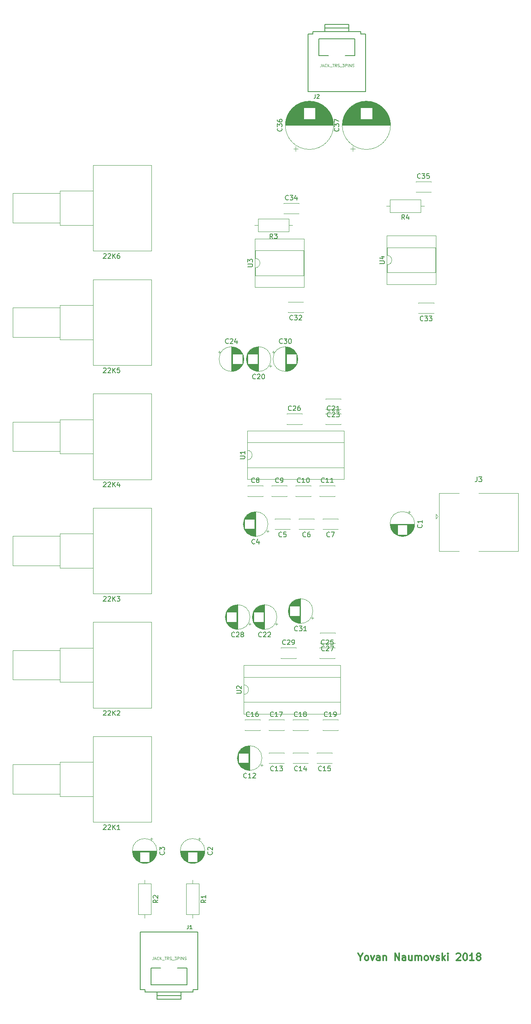
<source format=gbr>
G04 #@! TF.GenerationSoftware,KiCad,Pcbnew,5.0.0-fee4fd1~65~ubuntu16.04.1*
G04 #@! TF.CreationDate,2018-09-14T16:14:10+03:00*
G04 #@! TF.ProjectId,la3600_equalizer_amp,6C61333630305F657175616C697A6572,rev?*
G04 #@! TF.SameCoordinates,Original*
G04 #@! TF.FileFunction,Legend,Top*
G04 #@! TF.FilePolarity,Positive*
%FSLAX46Y46*%
G04 Gerber Fmt 4.6, Leading zero omitted, Abs format (unit mm)*
G04 Created by KiCad (PCBNEW 5.0.0-fee4fd1~65~ubuntu16.04.1) date Fri Sep 14 16:14:10 2018*
%MOMM*%
%LPD*%
G01*
G04 APERTURE LIST*
%ADD10C,0.300000*%
%ADD11C,0.120000*%
%ADD12C,0.150000*%
%ADD13C,0.100000*%
G04 APERTURE END LIST*
D10*
X89536571Y-211292285D02*
X89536571Y-212006571D01*
X89036571Y-210506571D02*
X89536571Y-211292285D01*
X90036571Y-210506571D01*
X90750857Y-212006571D02*
X90608000Y-211935142D01*
X90536571Y-211863714D01*
X90465142Y-211720857D01*
X90465142Y-211292285D01*
X90536571Y-211149428D01*
X90608000Y-211078000D01*
X90750857Y-211006571D01*
X90965142Y-211006571D01*
X91108000Y-211078000D01*
X91179428Y-211149428D01*
X91250857Y-211292285D01*
X91250857Y-211720857D01*
X91179428Y-211863714D01*
X91108000Y-211935142D01*
X90965142Y-212006571D01*
X90750857Y-212006571D01*
X91750857Y-211006571D02*
X92108000Y-212006571D01*
X92465142Y-211006571D01*
X93679428Y-212006571D02*
X93679428Y-211220857D01*
X93608000Y-211078000D01*
X93465142Y-211006571D01*
X93179428Y-211006571D01*
X93036571Y-211078000D01*
X93679428Y-211935142D02*
X93536571Y-212006571D01*
X93179428Y-212006571D01*
X93036571Y-211935142D01*
X92965142Y-211792285D01*
X92965142Y-211649428D01*
X93036571Y-211506571D01*
X93179428Y-211435142D01*
X93536571Y-211435142D01*
X93679428Y-211363714D01*
X94393714Y-211006571D02*
X94393714Y-212006571D01*
X94393714Y-211149428D02*
X94465142Y-211078000D01*
X94608000Y-211006571D01*
X94822285Y-211006571D01*
X94965142Y-211078000D01*
X95036571Y-211220857D01*
X95036571Y-212006571D01*
X96893714Y-212006571D02*
X96893714Y-210506571D01*
X97750857Y-212006571D01*
X97750857Y-210506571D01*
X99108000Y-212006571D02*
X99108000Y-211220857D01*
X99036571Y-211078000D01*
X98893714Y-211006571D01*
X98608000Y-211006571D01*
X98465142Y-211078000D01*
X99108000Y-211935142D02*
X98965142Y-212006571D01*
X98608000Y-212006571D01*
X98465142Y-211935142D01*
X98393714Y-211792285D01*
X98393714Y-211649428D01*
X98465142Y-211506571D01*
X98608000Y-211435142D01*
X98965142Y-211435142D01*
X99108000Y-211363714D01*
X100465142Y-211006571D02*
X100465142Y-212006571D01*
X99822285Y-211006571D02*
X99822285Y-211792285D01*
X99893714Y-211935142D01*
X100036571Y-212006571D01*
X100250857Y-212006571D01*
X100393714Y-211935142D01*
X100465142Y-211863714D01*
X101179428Y-212006571D02*
X101179428Y-211006571D01*
X101179428Y-211149428D02*
X101250857Y-211078000D01*
X101393714Y-211006571D01*
X101608000Y-211006571D01*
X101750857Y-211078000D01*
X101822285Y-211220857D01*
X101822285Y-212006571D01*
X101822285Y-211220857D02*
X101893714Y-211078000D01*
X102036571Y-211006571D01*
X102250857Y-211006571D01*
X102393714Y-211078000D01*
X102465142Y-211220857D01*
X102465142Y-212006571D01*
X103393714Y-212006571D02*
X103250857Y-211935142D01*
X103179428Y-211863714D01*
X103108000Y-211720857D01*
X103108000Y-211292285D01*
X103179428Y-211149428D01*
X103250857Y-211078000D01*
X103393714Y-211006571D01*
X103608000Y-211006571D01*
X103750857Y-211078000D01*
X103822285Y-211149428D01*
X103893714Y-211292285D01*
X103893714Y-211720857D01*
X103822285Y-211863714D01*
X103750857Y-211935142D01*
X103608000Y-212006571D01*
X103393714Y-212006571D01*
X104393714Y-211006571D02*
X104750857Y-212006571D01*
X105108000Y-211006571D01*
X105608000Y-211935142D02*
X105750857Y-212006571D01*
X106036571Y-212006571D01*
X106179428Y-211935142D01*
X106250857Y-211792285D01*
X106250857Y-211720857D01*
X106179428Y-211578000D01*
X106036571Y-211506571D01*
X105822285Y-211506571D01*
X105679428Y-211435142D01*
X105608000Y-211292285D01*
X105608000Y-211220857D01*
X105679428Y-211078000D01*
X105822285Y-211006571D01*
X106036571Y-211006571D01*
X106179428Y-211078000D01*
X106893714Y-212006571D02*
X106893714Y-210506571D01*
X107036571Y-211435142D02*
X107465142Y-212006571D01*
X107465142Y-211006571D02*
X106893714Y-211578000D01*
X108108000Y-212006571D02*
X108108000Y-211006571D01*
X108108000Y-210506571D02*
X108036571Y-210578000D01*
X108108000Y-210649428D01*
X108179428Y-210578000D01*
X108108000Y-210506571D01*
X108108000Y-210649428D01*
X109893714Y-210649428D02*
X109965142Y-210578000D01*
X110107999Y-210506571D01*
X110465142Y-210506571D01*
X110607999Y-210578000D01*
X110679428Y-210649428D01*
X110750857Y-210792285D01*
X110750857Y-210935142D01*
X110679428Y-211149428D01*
X109822285Y-212006571D01*
X110750857Y-212006571D01*
X111679428Y-210506571D02*
X111822285Y-210506571D01*
X111965142Y-210578000D01*
X112036571Y-210649428D01*
X112107999Y-210792285D01*
X112179428Y-211078000D01*
X112179428Y-211435142D01*
X112107999Y-211720857D01*
X112036571Y-211863714D01*
X111965142Y-211935142D01*
X111822285Y-212006571D01*
X111679428Y-212006571D01*
X111536571Y-211935142D01*
X111465142Y-211863714D01*
X111393714Y-211720857D01*
X111322285Y-211435142D01*
X111322285Y-211078000D01*
X111393714Y-210792285D01*
X111465142Y-210649428D01*
X111536571Y-210578000D01*
X111679428Y-210506571D01*
X113607999Y-212006571D02*
X112750857Y-212006571D01*
X113179428Y-212006571D02*
X113179428Y-210506571D01*
X113036571Y-210720857D01*
X112893714Y-210863714D01*
X112750857Y-210935142D01*
X114465142Y-211149428D02*
X114322285Y-211078000D01*
X114250857Y-211006571D01*
X114179428Y-210863714D01*
X114179428Y-210792285D01*
X114250857Y-210649428D01*
X114322285Y-210578000D01*
X114465142Y-210506571D01*
X114750857Y-210506571D01*
X114893714Y-210578000D01*
X114965142Y-210649428D01*
X115036571Y-210792285D01*
X115036571Y-210863714D01*
X114965142Y-211006571D01*
X114893714Y-211078000D01*
X114750857Y-211149428D01*
X114465142Y-211149428D01*
X114322285Y-211220857D01*
X114250857Y-211292285D01*
X114179428Y-211435142D01*
X114179428Y-211720857D01*
X114250857Y-211863714D01*
X114322285Y-211935142D01*
X114465142Y-212006571D01*
X114750857Y-212006571D01*
X114893714Y-211935142D01*
X114965142Y-211863714D01*
X115036571Y-211720857D01*
X115036571Y-211435142D01*
X114965142Y-211292285D01*
X114893714Y-211220857D01*
X114750857Y-211149428D01*
D11*
G04 #@! TO.C,22K4*
X15910000Y-104233600D02*
X15910000Y-97992600D01*
X25910000Y-104233600D02*
X25910000Y-97992600D01*
X25910000Y-97992600D02*
X15910000Y-97992600D01*
X25910000Y-104233600D02*
X15910000Y-104233600D01*
X25910000Y-104733600D02*
X25910000Y-97493600D01*
X32910000Y-104733600D02*
X32910000Y-97493600D01*
X32910000Y-97493600D02*
X25910000Y-97493600D01*
X32910000Y-104733600D02*
X25910000Y-104733600D01*
X32910000Y-110183600D02*
X32910000Y-92043600D01*
X45250000Y-110183600D02*
X45250000Y-92043600D01*
X45250000Y-92043600D02*
X32910000Y-92043600D01*
X45250000Y-110183600D02*
X32910000Y-110183600D01*
G04 #@! TO.C,22K2*
X15910000Y-152595200D02*
X15910000Y-146354200D01*
X25910000Y-152595200D02*
X25910000Y-146354200D01*
X25910000Y-146354200D02*
X15910000Y-146354200D01*
X25910000Y-152595200D02*
X15910000Y-152595200D01*
X25910000Y-153095200D02*
X25910000Y-145855200D01*
X32910000Y-153095200D02*
X32910000Y-145855200D01*
X32910000Y-145855200D02*
X25910000Y-145855200D01*
X32910000Y-153095200D02*
X25910000Y-153095200D01*
X32910000Y-158545200D02*
X32910000Y-140405200D01*
X45250000Y-158545200D02*
X45250000Y-140405200D01*
X45250000Y-140405200D02*
X32910000Y-140405200D01*
X45250000Y-158545200D02*
X32910000Y-158545200D01*
G04 #@! TO.C,22K1*
X45250000Y-182726000D02*
X32910000Y-182726000D01*
X45250000Y-164586000D02*
X32910000Y-164586000D01*
X45250000Y-182726000D02*
X45250000Y-164586000D01*
X32910000Y-182726000D02*
X32910000Y-164586000D01*
X32910000Y-177276000D02*
X25910000Y-177276000D01*
X32910000Y-170036000D02*
X25910000Y-170036000D01*
X32910000Y-177276000D02*
X32910000Y-170036000D01*
X25910000Y-177276000D02*
X25910000Y-170036000D01*
X25910000Y-176776000D02*
X15910000Y-176776000D01*
X25910000Y-170535000D02*
X15910000Y-170535000D01*
X25910000Y-176776000D02*
X25910000Y-170535000D01*
X15910000Y-176776000D02*
X15910000Y-170535000D01*
G04 #@! TO.C,22K3*
X45250000Y-134364400D02*
X32910000Y-134364400D01*
X45250000Y-116224400D02*
X32910000Y-116224400D01*
X45250000Y-134364400D02*
X45250000Y-116224400D01*
X32910000Y-134364400D02*
X32910000Y-116224400D01*
X32910000Y-128914400D02*
X25910000Y-128914400D01*
X32910000Y-121674400D02*
X25910000Y-121674400D01*
X32910000Y-128914400D02*
X32910000Y-121674400D01*
X25910000Y-128914400D02*
X25910000Y-121674400D01*
X25910000Y-128414400D02*
X15910000Y-128414400D01*
X25910000Y-122173400D02*
X15910000Y-122173400D01*
X25910000Y-128414400D02*
X25910000Y-122173400D01*
X15910000Y-128414400D02*
X15910000Y-122173400D01*
G04 #@! TO.C,22K5*
X45250000Y-86002800D02*
X32910000Y-86002800D01*
X45250000Y-67862800D02*
X32910000Y-67862800D01*
X45250000Y-86002800D02*
X45250000Y-67862800D01*
X32910000Y-86002800D02*
X32910000Y-67862800D01*
X32910000Y-80552800D02*
X25910000Y-80552800D01*
X32910000Y-73312800D02*
X25910000Y-73312800D01*
X32910000Y-80552800D02*
X32910000Y-73312800D01*
X25910000Y-80552800D02*
X25910000Y-73312800D01*
X25910000Y-80052800D02*
X15910000Y-80052800D01*
X25910000Y-73811800D02*
X15910000Y-73811800D01*
X25910000Y-80052800D02*
X25910000Y-73811800D01*
X15910000Y-80052800D02*
X15910000Y-73811800D01*
G04 #@! TO.C,22K6*
X15910000Y-55872000D02*
X15910000Y-49631000D01*
X25910000Y-55872000D02*
X25910000Y-49631000D01*
X25910000Y-49631000D02*
X15910000Y-49631000D01*
X25910000Y-55872000D02*
X15910000Y-55872000D01*
X25910000Y-56372000D02*
X25910000Y-49132000D01*
X32910000Y-56372000D02*
X32910000Y-49132000D01*
X32910000Y-49132000D02*
X25910000Y-49132000D01*
X32910000Y-56372000D02*
X25910000Y-56372000D01*
X32910000Y-61822000D02*
X32910000Y-43682000D01*
X45250000Y-61822000D02*
X45250000Y-43682000D01*
X45250000Y-43682000D02*
X32910000Y-43682000D01*
X45250000Y-61822000D02*
X32910000Y-61822000D01*
G04 #@! TO.C,C1*
X101045000Y-119614000D02*
G75*
G03X101045000Y-119614000I-2620000J0D01*
G01*
X101005000Y-119614000D02*
X95845000Y-119614000D01*
X101005000Y-119654000D02*
X95845000Y-119654000D01*
X101004000Y-119694000D02*
X95846000Y-119694000D01*
X101003000Y-119734000D02*
X95847000Y-119734000D01*
X101001000Y-119774000D02*
X95849000Y-119774000D01*
X100998000Y-119814000D02*
X95852000Y-119814000D01*
X100994000Y-119854000D02*
X99465000Y-119854000D01*
X97385000Y-119854000D02*
X95856000Y-119854000D01*
X100990000Y-119894000D02*
X99465000Y-119894000D01*
X97385000Y-119894000D02*
X95860000Y-119894000D01*
X100986000Y-119934000D02*
X99465000Y-119934000D01*
X97385000Y-119934000D02*
X95864000Y-119934000D01*
X100981000Y-119974000D02*
X99465000Y-119974000D01*
X97385000Y-119974000D02*
X95869000Y-119974000D01*
X100975000Y-120014000D02*
X99465000Y-120014000D01*
X97385000Y-120014000D02*
X95875000Y-120014000D01*
X100968000Y-120054000D02*
X99465000Y-120054000D01*
X97385000Y-120054000D02*
X95882000Y-120054000D01*
X100961000Y-120094000D02*
X99465000Y-120094000D01*
X97385000Y-120094000D02*
X95889000Y-120094000D01*
X100953000Y-120134000D02*
X99465000Y-120134000D01*
X97385000Y-120134000D02*
X95897000Y-120134000D01*
X100945000Y-120174000D02*
X99465000Y-120174000D01*
X97385000Y-120174000D02*
X95905000Y-120174000D01*
X100936000Y-120214000D02*
X99465000Y-120214000D01*
X97385000Y-120214000D02*
X95914000Y-120214000D01*
X100926000Y-120254000D02*
X99465000Y-120254000D01*
X97385000Y-120254000D02*
X95924000Y-120254000D01*
X100916000Y-120294000D02*
X99465000Y-120294000D01*
X97385000Y-120294000D02*
X95934000Y-120294000D01*
X100905000Y-120335000D02*
X99465000Y-120335000D01*
X97385000Y-120335000D02*
X95945000Y-120335000D01*
X100893000Y-120375000D02*
X99465000Y-120375000D01*
X97385000Y-120375000D02*
X95957000Y-120375000D01*
X100880000Y-120415000D02*
X99465000Y-120415000D01*
X97385000Y-120415000D02*
X95970000Y-120415000D01*
X100867000Y-120455000D02*
X99465000Y-120455000D01*
X97385000Y-120455000D02*
X95983000Y-120455000D01*
X100853000Y-120495000D02*
X99465000Y-120495000D01*
X97385000Y-120495000D02*
X95997000Y-120495000D01*
X100839000Y-120535000D02*
X99465000Y-120535000D01*
X97385000Y-120535000D02*
X96011000Y-120535000D01*
X100823000Y-120575000D02*
X99465000Y-120575000D01*
X97385000Y-120575000D02*
X96027000Y-120575000D01*
X100807000Y-120615000D02*
X99465000Y-120615000D01*
X97385000Y-120615000D02*
X96043000Y-120615000D01*
X100790000Y-120655000D02*
X99465000Y-120655000D01*
X97385000Y-120655000D02*
X96060000Y-120655000D01*
X100773000Y-120695000D02*
X99465000Y-120695000D01*
X97385000Y-120695000D02*
X96077000Y-120695000D01*
X100754000Y-120735000D02*
X99465000Y-120735000D01*
X97385000Y-120735000D02*
X96096000Y-120735000D01*
X100735000Y-120775000D02*
X99465000Y-120775000D01*
X97385000Y-120775000D02*
X96115000Y-120775000D01*
X100715000Y-120815000D02*
X99465000Y-120815000D01*
X97385000Y-120815000D02*
X96135000Y-120815000D01*
X100693000Y-120855000D02*
X99465000Y-120855000D01*
X97385000Y-120855000D02*
X96157000Y-120855000D01*
X100672000Y-120895000D02*
X99465000Y-120895000D01*
X97385000Y-120895000D02*
X96178000Y-120895000D01*
X100649000Y-120935000D02*
X99465000Y-120935000D01*
X97385000Y-120935000D02*
X96201000Y-120935000D01*
X100625000Y-120975000D02*
X99465000Y-120975000D01*
X97385000Y-120975000D02*
X96225000Y-120975000D01*
X100600000Y-121015000D02*
X99465000Y-121015000D01*
X97385000Y-121015000D02*
X96250000Y-121015000D01*
X100574000Y-121055000D02*
X99465000Y-121055000D01*
X97385000Y-121055000D02*
X96276000Y-121055000D01*
X100547000Y-121095000D02*
X99465000Y-121095000D01*
X97385000Y-121095000D02*
X96303000Y-121095000D01*
X100520000Y-121135000D02*
X99465000Y-121135000D01*
X97385000Y-121135000D02*
X96330000Y-121135000D01*
X100490000Y-121175000D02*
X99465000Y-121175000D01*
X97385000Y-121175000D02*
X96360000Y-121175000D01*
X100460000Y-121215000D02*
X99465000Y-121215000D01*
X97385000Y-121215000D02*
X96390000Y-121215000D01*
X100429000Y-121255000D02*
X99465000Y-121255000D01*
X97385000Y-121255000D02*
X96421000Y-121255000D01*
X100396000Y-121295000D02*
X99465000Y-121295000D01*
X97385000Y-121295000D02*
X96454000Y-121295000D01*
X100362000Y-121335000D02*
X99465000Y-121335000D01*
X97385000Y-121335000D02*
X96488000Y-121335000D01*
X100326000Y-121375000D02*
X99465000Y-121375000D01*
X97385000Y-121375000D02*
X96524000Y-121375000D01*
X100289000Y-121415000D02*
X99465000Y-121415000D01*
X97385000Y-121415000D02*
X96561000Y-121415000D01*
X100251000Y-121455000D02*
X99465000Y-121455000D01*
X97385000Y-121455000D02*
X96599000Y-121455000D01*
X100210000Y-121495000D02*
X99465000Y-121495000D01*
X97385000Y-121495000D02*
X96640000Y-121495000D01*
X100168000Y-121535000D02*
X99465000Y-121535000D01*
X97385000Y-121535000D02*
X96682000Y-121535000D01*
X100124000Y-121575000D02*
X99465000Y-121575000D01*
X97385000Y-121575000D02*
X96726000Y-121575000D01*
X100078000Y-121615000D02*
X99465000Y-121615000D01*
X97385000Y-121615000D02*
X96772000Y-121615000D01*
X100030000Y-121655000D02*
X99465000Y-121655000D01*
X97385000Y-121655000D02*
X96820000Y-121655000D01*
X99979000Y-121695000D02*
X99465000Y-121695000D01*
X97385000Y-121695000D02*
X96871000Y-121695000D01*
X99925000Y-121735000D02*
X99465000Y-121735000D01*
X97385000Y-121735000D02*
X96925000Y-121735000D01*
X99868000Y-121775000D02*
X99465000Y-121775000D01*
X97385000Y-121775000D02*
X96982000Y-121775000D01*
X99808000Y-121815000D02*
X99465000Y-121815000D01*
X97385000Y-121815000D02*
X97042000Y-121815000D01*
X99744000Y-121855000D02*
X99465000Y-121855000D01*
X97385000Y-121855000D02*
X97106000Y-121855000D01*
X99676000Y-121895000D02*
X99465000Y-121895000D01*
X97385000Y-121895000D02*
X97174000Y-121895000D01*
X99603000Y-121935000D02*
X97247000Y-121935000D01*
X99523000Y-121975000D02*
X97327000Y-121975000D01*
X99436000Y-122015000D02*
X97414000Y-122015000D01*
X99340000Y-122055000D02*
X97510000Y-122055000D01*
X99230000Y-122095000D02*
X97620000Y-122095000D01*
X99102000Y-122135000D02*
X97748000Y-122135000D01*
X98943000Y-122175000D02*
X97907000Y-122175000D01*
X98709000Y-122215000D02*
X98141000Y-122215000D01*
X99900000Y-116809225D02*
X99900000Y-117309225D01*
X100150000Y-117059225D02*
X99650000Y-117059225D01*
G04 #@! TO.C,C2*
X55700000Y-186274225D02*
X55200000Y-186274225D01*
X55450000Y-186024225D02*
X55450000Y-186524225D01*
X54259000Y-191430000D02*
X53691000Y-191430000D01*
X54493000Y-191390000D02*
X53457000Y-191390000D01*
X54652000Y-191350000D02*
X53298000Y-191350000D01*
X54780000Y-191310000D02*
X53170000Y-191310000D01*
X54890000Y-191270000D02*
X53060000Y-191270000D01*
X54986000Y-191230000D02*
X52964000Y-191230000D01*
X55073000Y-191190000D02*
X52877000Y-191190000D01*
X55153000Y-191150000D02*
X52797000Y-191150000D01*
X52935000Y-191110000D02*
X52724000Y-191110000D01*
X55226000Y-191110000D02*
X55015000Y-191110000D01*
X52935000Y-191070000D02*
X52656000Y-191070000D01*
X55294000Y-191070000D02*
X55015000Y-191070000D01*
X52935000Y-191030000D02*
X52592000Y-191030000D01*
X55358000Y-191030000D02*
X55015000Y-191030000D01*
X52935000Y-190990000D02*
X52532000Y-190990000D01*
X55418000Y-190990000D02*
X55015000Y-190990000D01*
X52935000Y-190950000D02*
X52475000Y-190950000D01*
X55475000Y-190950000D02*
X55015000Y-190950000D01*
X52935000Y-190910000D02*
X52421000Y-190910000D01*
X55529000Y-190910000D02*
X55015000Y-190910000D01*
X52935000Y-190870000D02*
X52370000Y-190870000D01*
X55580000Y-190870000D02*
X55015000Y-190870000D01*
X52935000Y-190830000D02*
X52322000Y-190830000D01*
X55628000Y-190830000D02*
X55015000Y-190830000D01*
X52935000Y-190790000D02*
X52276000Y-190790000D01*
X55674000Y-190790000D02*
X55015000Y-190790000D01*
X52935000Y-190750000D02*
X52232000Y-190750000D01*
X55718000Y-190750000D02*
X55015000Y-190750000D01*
X52935000Y-190710000D02*
X52190000Y-190710000D01*
X55760000Y-190710000D02*
X55015000Y-190710000D01*
X52935000Y-190670000D02*
X52149000Y-190670000D01*
X55801000Y-190670000D02*
X55015000Y-190670000D01*
X52935000Y-190630000D02*
X52111000Y-190630000D01*
X55839000Y-190630000D02*
X55015000Y-190630000D01*
X52935000Y-190590000D02*
X52074000Y-190590000D01*
X55876000Y-190590000D02*
X55015000Y-190590000D01*
X52935000Y-190550000D02*
X52038000Y-190550000D01*
X55912000Y-190550000D02*
X55015000Y-190550000D01*
X52935000Y-190510000D02*
X52004000Y-190510000D01*
X55946000Y-190510000D02*
X55015000Y-190510000D01*
X52935000Y-190470000D02*
X51971000Y-190470000D01*
X55979000Y-190470000D02*
X55015000Y-190470000D01*
X52935000Y-190430000D02*
X51940000Y-190430000D01*
X56010000Y-190430000D02*
X55015000Y-190430000D01*
X52935000Y-190390000D02*
X51910000Y-190390000D01*
X56040000Y-190390000D02*
X55015000Y-190390000D01*
X52935000Y-190350000D02*
X51880000Y-190350000D01*
X56070000Y-190350000D02*
X55015000Y-190350000D01*
X52935000Y-190310000D02*
X51853000Y-190310000D01*
X56097000Y-190310000D02*
X55015000Y-190310000D01*
X52935000Y-190270000D02*
X51826000Y-190270000D01*
X56124000Y-190270000D02*
X55015000Y-190270000D01*
X52935000Y-190230000D02*
X51800000Y-190230000D01*
X56150000Y-190230000D02*
X55015000Y-190230000D01*
X52935000Y-190190000D02*
X51775000Y-190190000D01*
X56175000Y-190190000D02*
X55015000Y-190190000D01*
X52935000Y-190150000D02*
X51751000Y-190150000D01*
X56199000Y-190150000D02*
X55015000Y-190150000D01*
X52935000Y-190110000D02*
X51728000Y-190110000D01*
X56222000Y-190110000D02*
X55015000Y-190110000D01*
X52935000Y-190070000D02*
X51707000Y-190070000D01*
X56243000Y-190070000D02*
X55015000Y-190070000D01*
X52935000Y-190030000D02*
X51685000Y-190030000D01*
X56265000Y-190030000D02*
X55015000Y-190030000D01*
X52935000Y-189990000D02*
X51665000Y-189990000D01*
X56285000Y-189990000D02*
X55015000Y-189990000D01*
X52935000Y-189950000D02*
X51646000Y-189950000D01*
X56304000Y-189950000D02*
X55015000Y-189950000D01*
X52935000Y-189910000D02*
X51627000Y-189910000D01*
X56323000Y-189910000D02*
X55015000Y-189910000D01*
X52935000Y-189870000D02*
X51610000Y-189870000D01*
X56340000Y-189870000D02*
X55015000Y-189870000D01*
X52935000Y-189830000D02*
X51593000Y-189830000D01*
X56357000Y-189830000D02*
X55015000Y-189830000D01*
X52935000Y-189790000D02*
X51577000Y-189790000D01*
X56373000Y-189790000D02*
X55015000Y-189790000D01*
X52935000Y-189750000D02*
X51561000Y-189750000D01*
X56389000Y-189750000D02*
X55015000Y-189750000D01*
X52935000Y-189710000D02*
X51547000Y-189710000D01*
X56403000Y-189710000D02*
X55015000Y-189710000D01*
X52935000Y-189670000D02*
X51533000Y-189670000D01*
X56417000Y-189670000D02*
X55015000Y-189670000D01*
X52935000Y-189630000D02*
X51520000Y-189630000D01*
X56430000Y-189630000D02*
X55015000Y-189630000D01*
X52935000Y-189590000D02*
X51507000Y-189590000D01*
X56443000Y-189590000D02*
X55015000Y-189590000D01*
X52935000Y-189550000D02*
X51495000Y-189550000D01*
X56455000Y-189550000D02*
X55015000Y-189550000D01*
X52935000Y-189509000D02*
X51484000Y-189509000D01*
X56466000Y-189509000D02*
X55015000Y-189509000D01*
X52935000Y-189469000D02*
X51474000Y-189469000D01*
X56476000Y-189469000D02*
X55015000Y-189469000D01*
X52935000Y-189429000D02*
X51464000Y-189429000D01*
X56486000Y-189429000D02*
X55015000Y-189429000D01*
X52935000Y-189389000D02*
X51455000Y-189389000D01*
X56495000Y-189389000D02*
X55015000Y-189389000D01*
X52935000Y-189349000D02*
X51447000Y-189349000D01*
X56503000Y-189349000D02*
X55015000Y-189349000D01*
X52935000Y-189309000D02*
X51439000Y-189309000D01*
X56511000Y-189309000D02*
X55015000Y-189309000D01*
X52935000Y-189269000D02*
X51432000Y-189269000D01*
X56518000Y-189269000D02*
X55015000Y-189269000D01*
X52935000Y-189229000D02*
X51425000Y-189229000D01*
X56525000Y-189229000D02*
X55015000Y-189229000D01*
X52935000Y-189189000D02*
X51419000Y-189189000D01*
X56531000Y-189189000D02*
X55015000Y-189189000D01*
X52935000Y-189149000D02*
X51414000Y-189149000D01*
X56536000Y-189149000D02*
X55015000Y-189149000D01*
X52935000Y-189109000D02*
X51410000Y-189109000D01*
X56540000Y-189109000D02*
X55015000Y-189109000D01*
X52935000Y-189069000D02*
X51406000Y-189069000D01*
X56544000Y-189069000D02*
X55015000Y-189069000D01*
X56548000Y-189029000D02*
X51402000Y-189029000D01*
X56551000Y-188989000D02*
X51399000Y-188989000D01*
X56553000Y-188949000D02*
X51397000Y-188949000D01*
X56554000Y-188909000D02*
X51396000Y-188909000D01*
X56555000Y-188869000D02*
X51395000Y-188869000D01*
X56555000Y-188829000D02*
X51395000Y-188829000D01*
X56595000Y-188829000D02*
G75*
G03X56595000Y-188829000I-2620000J0D01*
G01*
G04 #@! TO.C,C3*
X46435000Y-188829000D02*
G75*
G03X46435000Y-188829000I-2620000J0D01*
G01*
X46395000Y-188829000D02*
X41235000Y-188829000D01*
X46395000Y-188869000D02*
X41235000Y-188869000D01*
X46394000Y-188909000D02*
X41236000Y-188909000D01*
X46393000Y-188949000D02*
X41237000Y-188949000D01*
X46391000Y-188989000D02*
X41239000Y-188989000D01*
X46388000Y-189029000D02*
X41242000Y-189029000D01*
X46384000Y-189069000D02*
X44855000Y-189069000D01*
X42775000Y-189069000D02*
X41246000Y-189069000D01*
X46380000Y-189109000D02*
X44855000Y-189109000D01*
X42775000Y-189109000D02*
X41250000Y-189109000D01*
X46376000Y-189149000D02*
X44855000Y-189149000D01*
X42775000Y-189149000D02*
X41254000Y-189149000D01*
X46371000Y-189189000D02*
X44855000Y-189189000D01*
X42775000Y-189189000D02*
X41259000Y-189189000D01*
X46365000Y-189229000D02*
X44855000Y-189229000D01*
X42775000Y-189229000D02*
X41265000Y-189229000D01*
X46358000Y-189269000D02*
X44855000Y-189269000D01*
X42775000Y-189269000D02*
X41272000Y-189269000D01*
X46351000Y-189309000D02*
X44855000Y-189309000D01*
X42775000Y-189309000D02*
X41279000Y-189309000D01*
X46343000Y-189349000D02*
X44855000Y-189349000D01*
X42775000Y-189349000D02*
X41287000Y-189349000D01*
X46335000Y-189389000D02*
X44855000Y-189389000D01*
X42775000Y-189389000D02*
X41295000Y-189389000D01*
X46326000Y-189429000D02*
X44855000Y-189429000D01*
X42775000Y-189429000D02*
X41304000Y-189429000D01*
X46316000Y-189469000D02*
X44855000Y-189469000D01*
X42775000Y-189469000D02*
X41314000Y-189469000D01*
X46306000Y-189509000D02*
X44855000Y-189509000D01*
X42775000Y-189509000D02*
X41324000Y-189509000D01*
X46295000Y-189550000D02*
X44855000Y-189550000D01*
X42775000Y-189550000D02*
X41335000Y-189550000D01*
X46283000Y-189590000D02*
X44855000Y-189590000D01*
X42775000Y-189590000D02*
X41347000Y-189590000D01*
X46270000Y-189630000D02*
X44855000Y-189630000D01*
X42775000Y-189630000D02*
X41360000Y-189630000D01*
X46257000Y-189670000D02*
X44855000Y-189670000D01*
X42775000Y-189670000D02*
X41373000Y-189670000D01*
X46243000Y-189710000D02*
X44855000Y-189710000D01*
X42775000Y-189710000D02*
X41387000Y-189710000D01*
X46229000Y-189750000D02*
X44855000Y-189750000D01*
X42775000Y-189750000D02*
X41401000Y-189750000D01*
X46213000Y-189790000D02*
X44855000Y-189790000D01*
X42775000Y-189790000D02*
X41417000Y-189790000D01*
X46197000Y-189830000D02*
X44855000Y-189830000D01*
X42775000Y-189830000D02*
X41433000Y-189830000D01*
X46180000Y-189870000D02*
X44855000Y-189870000D01*
X42775000Y-189870000D02*
X41450000Y-189870000D01*
X46163000Y-189910000D02*
X44855000Y-189910000D01*
X42775000Y-189910000D02*
X41467000Y-189910000D01*
X46144000Y-189950000D02*
X44855000Y-189950000D01*
X42775000Y-189950000D02*
X41486000Y-189950000D01*
X46125000Y-189990000D02*
X44855000Y-189990000D01*
X42775000Y-189990000D02*
X41505000Y-189990000D01*
X46105000Y-190030000D02*
X44855000Y-190030000D01*
X42775000Y-190030000D02*
X41525000Y-190030000D01*
X46083000Y-190070000D02*
X44855000Y-190070000D01*
X42775000Y-190070000D02*
X41547000Y-190070000D01*
X46062000Y-190110000D02*
X44855000Y-190110000D01*
X42775000Y-190110000D02*
X41568000Y-190110000D01*
X46039000Y-190150000D02*
X44855000Y-190150000D01*
X42775000Y-190150000D02*
X41591000Y-190150000D01*
X46015000Y-190190000D02*
X44855000Y-190190000D01*
X42775000Y-190190000D02*
X41615000Y-190190000D01*
X45990000Y-190230000D02*
X44855000Y-190230000D01*
X42775000Y-190230000D02*
X41640000Y-190230000D01*
X45964000Y-190270000D02*
X44855000Y-190270000D01*
X42775000Y-190270000D02*
X41666000Y-190270000D01*
X45937000Y-190310000D02*
X44855000Y-190310000D01*
X42775000Y-190310000D02*
X41693000Y-190310000D01*
X45910000Y-190350000D02*
X44855000Y-190350000D01*
X42775000Y-190350000D02*
X41720000Y-190350000D01*
X45880000Y-190390000D02*
X44855000Y-190390000D01*
X42775000Y-190390000D02*
X41750000Y-190390000D01*
X45850000Y-190430000D02*
X44855000Y-190430000D01*
X42775000Y-190430000D02*
X41780000Y-190430000D01*
X45819000Y-190470000D02*
X44855000Y-190470000D01*
X42775000Y-190470000D02*
X41811000Y-190470000D01*
X45786000Y-190510000D02*
X44855000Y-190510000D01*
X42775000Y-190510000D02*
X41844000Y-190510000D01*
X45752000Y-190550000D02*
X44855000Y-190550000D01*
X42775000Y-190550000D02*
X41878000Y-190550000D01*
X45716000Y-190590000D02*
X44855000Y-190590000D01*
X42775000Y-190590000D02*
X41914000Y-190590000D01*
X45679000Y-190630000D02*
X44855000Y-190630000D01*
X42775000Y-190630000D02*
X41951000Y-190630000D01*
X45641000Y-190670000D02*
X44855000Y-190670000D01*
X42775000Y-190670000D02*
X41989000Y-190670000D01*
X45600000Y-190710000D02*
X44855000Y-190710000D01*
X42775000Y-190710000D02*
X42030000Y-190710000D01*
X45558000Y-190750000D02*
X44855000Y-190750000D01*
X42775000Y-190750000D02*
X42072000Y-190750000D01*
X45514000Y-190790000D02*
X44855000Y-190790000D01*
X42775000Y-190790000D02*
X42116000Y-190790000D01*
X45468000Y-190830000D02*
X44855000Y-190830000D01*
X42775000Y-190830000D02*
X42162000Y-190830000D01*
X45420000Y-190870000D02*
X44855000Y-190870000D01*
X42775000Y-190870000D02*
X42210000Y-190870000D01*
X45369000Y-190910000D02*
X44855000Y-190910000D01*
X42775000Y-190910000D02*
X42261000Y-190910000D01*
X45315000Y-190950000D02*
X44855000Y-190950000D01*
X42775000Y-190950000D02*
X42315000Y-190950000D01*
X45258000Y-190990000D02*
X44855000Y-190990000D01*
X42775000Y-190990000D02*
X42372000Y-190990000D01*
X45198000Y-191030000D02*
X44855000Y-191030000D01*
X42775000Y-191030000D02*
X42432000Y-191030000D01*
X45134000Y-191070000D02*
X44855000Y-191070000D01*
X42775000Y-191070000D02*
X42496000Y-191070000D01*
X45066000Y-191110000D02*
X44855000Y-191110000D01*
X42775000Y-191110000D02*
X42564000Y-191110000D01*
X44993000Y-191150000D02*
X42637000Y-191150000D01*
X44913000Y-191190000D02*
X42717000Y-191190000D01*
X44826000Y-191230000D02*
X42804000Y-191230000D01*
X44730000Y-191270000D02*
X42900000Y-191270000D01*
X44620000Y-191310000D02*
X43010000Y-191310000D01*
X44492000Y-191350000D02*
X43138000Y-191350000D01*
X44333000Y-191390000D02*
X43297000Y-191390000D01*
X44099000Y-191430000D02*
X43531000Y-191430000D01*
X45290000Y-186024225D02*
X45290000Y-186524225D01*
X45540000Y-186274225D02*
X45040000Y-186274225D01*
G04 #@! TO.C,C4*
X69884775Y-121359000D02*
X69884775Y-120859000D01*
X70134775Y-121109000D02*
X69634775Y-121109000D01*
X64729000Y-119918000D02*
X64729000Y-119350000D01*
X64769000Y-120152000D02*
X64769000Y-119116000D01*
X64809000Y-120311000D02*
X64809000Y-118957000D01*
X64849000Y-120439000D02*
X64849000Y-118829000D01*
X64889000Y-120549000D02*
X64889000Y-118719000D01*
X64929000Y-120645000D02*
X64929000Y-118623000D01*
X64969000Y-120732000D02*
X64969000Y-118536000D01*
X65009000Y-120812000D02*
X65009000Y-118456000D01*
X65049000Y-118594000D02*
X65049000Y-118383000D01*
X65049000Y-120885000D02*
X65049000Y-120674000D01*
X65089000Y-118594000D02*
X65089000Y-118315000D01*
X65089000Y-120953000D02*
X65089000Y-120674000D01*
X65129000Y-118594000D02*
X65129000Y-118251000D01*
X65129000Y-121017000D02*
X65129000Y-120674000D01*
X65169000Y-118594000D02*
X65169000Y-118191000D01*
X65169000Y-121077000D02*
X65169000Y-120674000D01*
X65209000Y-118594000D02*
X65209000Y-118134000D01*
X65209000Y-121134000D02*
X65209000Y-120674000D01*
X65249000Y-118594000D02*
X65249000Y-118080000D01*
X65249000Y-121188000D02*
X65249000Y-120674000D01*
X65289000Y-118594000D02*
X65289000Y-118029000D01*
X65289000Y-121239000D02*
X65289000Y-120674000D01*
X65329000Y-118594000D02*
X65329000Y-117981000D01*
X65329000Y-121287000D02*
X65329000Y-120674000D01*
X65369000Y-118594000D02*
X65369000Y-117935000D01*
X65369000Y-121333000D02*
X65369000Y-120674000D01*
X65409000Y-118594000D02*
X65409000Y-117891000D01*
X65409000Y-121377000D02*
X65409000Y-120674000D01*
X65449000Y-118594000D02*
X65449000Y-117849000D01*
X65449000Y-121419000D02*
X65449000Y-120674000D01*
X65489000Y-118594000D02*
X65489000Y-117808000D01*
X65489000Y-121460000D02*
X65489000Y-120674000D01*
X65529000Y-118594000D02*
X65529000Y-117770000D01*
X65529000Y-121498000D02*
X65529000Y-120674000D01*
X65569000Y-118594000D02*
X65569000Y-117733000D01*
X65569000Y-121535000D02*
X65569000Y-120674000D01*
X65609000Y-118594000D02*
X65609000Y-117697000D01*
X65609000Y-121571000D02*
X65609000Y-120674000D01*
X65649000Y-118594000D02*
X65649000Y-117663000D01*
X65649000Y-121605000D02*
X65649000Y-120674000D01*
X65689000Y-118594000D02*
X65689000Y-117630000D01*
X65689000Y-121638000D02*
X65689000Y-120674000D01*
X65729000Y-118594000D02*
X65729000Y-117599000D01*
X65729000Y-121669000D02*
X65729000Y-120674000D01*
X65769000Y-118594000D02*
X65769000Y-117569000D01*
X65769000Y-121699000D02*
X65769000Y-120674000D01*
X65809000Y-118594000D02*
X65809000Y-117539000D01*
X65809000Y-121729000D02*
X65809000Y-120674000D01*
X65849000Y-118594000D02*
X65849000Y-117512000D01*
X65849000Y-121756000D02*
X65849000Y-120674000D01*
X65889000Y-118594000D02*
X65889000Y-117485000D01*
X65889000Y-121783000D02*
X65889000Y-120674000D01*
X65929000Y-118594000D02*
X65929000Y-117459000D01*
X65929000Y-121809000D02*
X65929000Y-120674000D01*
X65969000Y-118594000D02*
X65969000Y-117434000D01*
X65969000Y-121834000D02*
X65969000Y-120674000D01*
X66009000Y-118594000D02*
X66009000Y-117410000D01*
X66009000Y-121858000D02*
X66009000Y-120674000D01*
X66049000Y-118594000D02*
X66049000Y-117387000D01*
X66049000Y-121881000D02*
X66049000Y-120674000D01*
X66089000Y-118594000D02*
X66089000Y-117366000D01*
X66089000Y-121902000D02*
X66089000Y-120674000D01*
X66129000Y-118594000D02*
X66129000Y-117344000D01*
X66129000Y-121924000D02*
X66129000Y-120674000D01*
X66169000Y-118594000D02*
X66169000Y-117324000D01*
X66169000Y-121944000D02*
X66169000Y-120674000D01*
X66209000Y-118594000D02*
X66209000Y-117305000D01*
X66209000Y-121963000D02*
X66209000Y-120674000D01*
X66249000Y-118594000D02*
X66249000Y-117286000D01*
X66249000Y-121982000D02*
X66249000Y-120674000D01*
X66289000Y-118594000D02*
X66289000Y-117269000D01*
X66289000Y-121999000D02*
X66289000Y-120674000D01*
X66329000Y-118594000D02*
X66329000Y-117252000D01*
X66329000Y-122016000D02*
X66329000Y-120674000D01*
X66369000Y-118594000D02*
X66369000Y-117236000D01*
X66369000Y-122032000D02*
X66369000Y-120674000D01*
X66409000Y-118594000D02*
X66409000Y-117220000D01*
X66409000Y-122048000D02*
X66409000Y-120674000D01*
X66449000Y-118594000D02*
X66449000Y-117206000D01*
X66449000Y-122062000D02*
X66449000Y-120674000D01*
X66489000Y-118594000D02*
X66489000Y-117192000D01*
X66489000Y-122076000D02*
X66489000Y-120674000D01*
X66529000Y-118594000D02*
X66529000Y-117179000D01*
X66529000Y-122089000D02*
X66529000Y-120674000D01*
X66569000Y-118594000D02*
X66569000Y-117166000D01*
X66569000Y-122102000D02*
X66569000Y-120674000D01*
X66609000Y-118594000D02*
X66609000Y-117154000D01*
X66609000Y-122114000D02*
X66609000Y-120674000D01*
X66650000Y-118594000D02*
X66650000Y-117143000D01*
X66650000Y-122125000D02*
X66650000Y-120674000D01*
X66690000Y-118594000D02*
X66690000Y-117133000D01*
X66690000Y-122135000D02*
X66690000Y-120674000D01*
X66730000Y-118594000D02*
X66730000Y-117123000D01*
X66730000Y-122145000D02*
X66730000Y-120674000D01*
X66770000Y-118594000D02*
X66770000Y-117114000D01*
X66770000Y-122154000D02*
X66770000Y-120674000D01*
X66810000Y-118594000D02*
X66810000Y-117106000D01*
X66810000Y-122162000D02*
X66810000Y-120674000D01*
X66850000Y-118594000D02*
X66850000Y-117098000D01*
X66850000Y-122170000D02*
X66850000Y-120674000D01*
X66890000Y-118594000D02*
X66890000Y-117091000D01*
X66890000Y-122177000D02*
X66890000Y-120674000D01*
X66930000Y-118594000D02*
X66930000Y-117084000D01*
X66930000Y-122184000D02*
X66930000Y-120674000D01*
X66970000Y-118594000D02*
X66970000Y-117078000D01*
X66970000Y-122190000D02*
X66970000Y-120674000D01*
X67010000Y-118594000D02*
X67010000Y-117073000D01*
X67010000Y-122195000D02*
X67010000Y-120674000D01*
X67050000Y-118594000D02*
X67050000Y-117069000D01*
X67050000Y-122199000D02*
X67050000Y-120674000D01*
X67090000Y-118594000D02*
X67090000Y-117065000D01*
X67090000Y-122203000D02*
X67090000Y-120674000D01*
X67130000Y-122207000D02*
X67130000Y-117061000D01*
X67170000Y-122210000D02*
X67170000Y-117058000D01*
X67210000Y-122212000D02*
X67210000Y-117056000D01*
X67250000Y-122213000D02*
X67250000Y-117055000D01*
X67290000Y-122214000D02*
X67290000Y-117054000D01*
X67330000Y-122214000D02*
X67330000Y-117054000D01*
X69950000Y-119634000D02*
G75*
G03X69950000Y-119634000I-2620000J0D01*
G01*
G04 #@! TO.C,C5*
X71425000Y-118579000D02*
X71425000Y-118514000D01*
X71425000Y-120754000D02*
X71425000Y-120689000D01*
X74665000Y-118579000D02*
X74665000Y-118514000D01*
X74665000Y-120754000D02*
X74665000Y-120689000D01*
X74665000Y-118514000D02*
X71425000Y-118514000D01*
X74665000Y-120754000D02*
X71425000Y-120754000D01*
G04 #@! TO.C,C6*
X79745000Y-120754000D02*
X76505000Y-120754000D01*
X79745000Y-118514000D02*
X76505000Y-118514000D01*
X79745000Y-120754000D02*
X79745000Y-120689000D01*
X79745000Y-118579000D02*
X79745000Y-118514000D01*
X76505000Y-120754000D02*
X76505000Y-120689000D01*
X76505000Y-118579000D02*
X76505000Y-118514000D01*
G04 #@! TO.C,C7*
X84825000Y-120754000D02*
X81585000Y-120754000D01*
X84825000Y-118514000D02*
X81585000Y-118514000D01*
X84825000Y-120754000D02*
X84825000Y-120689000D01*
X84825000Y-118579000D02*
X84825000Y-118514000D01*
X81585000Y-120754000D02*
X81585000Y-120689000D01*
X81585000Y-118579000D02*
X81585000Y-118514000D01*
G04 #@! TO.C,C8*
X65670000Y-111529000D02*
X68910000Y-111529000D01*
X65670000Y-113769000D02*
X68910000Y-113769000D01*
X65670000Y-111529000D02*
X65670000Y-111594000D01*
X65670000Y-113704000D02*
X65670000Y-113769000D01*
X68910000Y-111529000D02*
X68910000Y-111594000D01*
X68910000Y-113704000D02*
X68910000Y-113769000D01*
G04 #@! TO.C,C9*
X70750000Y-111529000D02*
X73990000Y-111529000D01*
X70750000Y-113769000D02*
X73990000Y-113769000D01*
X70750000Y-111529000D02*
X70750000Y-111594000D01*
X70750000Y-113704000D02*
X70750000Y-113769000D01*
X73990000Y-111529000D02*
X73990000Y-111594000D01*
X73990000Y-113704000D02*
X73990000Y-113769000D01*
G04 #@! TO.C,C10*
X79070000Y-113704000D02*
X79070000Y-113769000D01*
X79070000Y-111529000D02*
X79070000Y-111594000D01*
X75830000Y-113704000D02*
X75830000Y-113769000D01*
X75830000Y-111529000D02*
X75830000Y-111594000D01*
X75830000Y-113769000D02*
X79070000Y-113769000D01*
X75830000Y-111529000D02*
X79070000Y-111529000D01*
G04 #@! TO.C,C11*
X84150000Y-113704000D02*
X84150000Y-113769000D01*
X84150000Y-111529000D02*
X84150000Y-111594000D01*
X80910000Y-113704000D02*
X80910000Y-113769000D01*
X80910000Y-111529000D02*
X80910000Y-111594000D01*
X80910000Y-113769000D02*
X84150000Y-113769000D01*
X80910000Y-111529000D02*
X84150000Y-111529000D01*
G04 #@! TO.C,C12*
X68680000Y-169164000D02*
G75*
G03X68680000Y-169164000I-2620000J0D01*
G01*
X66060000Y-171744000D02*
X66060000Y-166584000D01*
X66020000Y-171744000D02*
X66020000Y-166584000D01*
X65980000Y-171743000D02*
X65980000Y-166585000D01*
X65940000Y-171742000D02*
X65940000Y-166586000D01*
X65900000Y-171740000D02*
X65900000Y-166588000D01*
X65860000Y-171737000D02*
X65860000Y-166591000D01*
X65820000Y-171733000D02*
X65820000Y-170204000D01*
X65820000Y-168124000D02*
X65820000Y-166595000D01*
X65780000Y-171729000D02*
X65780000Y-170204000D01*
X65780000Y-168124000D02*
X65780000Y-166599000D01*
X65740000Y-171725000D02*
X65740000Y-170204000D01*
X65740000Y-168124000D02*
X65740000Y-166603000D01*
X65700000Y-171720000D02*
X65700000Y-170204000D01*
X65700000Y-168124000D02*
X65700000Y-166608000D01*
X65660000Y-171714000D02*
X65660000Y-170204000D01*
X65660000Y-168124000D02*
X65660000Y-166614000D01*
X65620000Y-171707000D02*
X65620000Y-170204000D01*
X65620000Y-168124000D02*
X65620000Y-166621000D01*
X65580000Y-171700000D02*
X65580000Y-170204000D01*
X65580000Y-168124000D02*
X65580000Y-166628000D01*
X65540000Y-171692000D02*
X65540000Y-170204000D01*
X65540000Y-168124000D02*
X65540000Y-166636000D01*
X65500000Y-171684000D02*
X65500000Y-170204000D01*
X65500000Y-168124000D02*
X65500000Y-166644000D01*
X65460000Y-171675000D02*
X65460000Y-170204000D01*
X65460000Y-168124000D02*
X65460000Y-166653000D01*
X65420000Y-171665000D02*
X65420000Y-170204000D01*
X65420000Y-168124000D02*
X65420000Y-166663000D01*
X65380000Y-171655000D02*
X65380000Y-170204000D01*
X65380000Y-168124000D02*
X65380000Y-166673000D01*
X65339000Y-171644000D02*
X65339000Y-170204000D01*
X65339000Y-168124000D02*
X65339000Y-166684000D01*
X65299000Y-171632000D02*
X65299000Y-170204000D01*
X65299000Y-168124000D02*
X65299000Y-166696000D01*
X65259000Y-171619000D02*
X65259000Y-170204000D01*
X65259000Y-168124000D02*
X65259000Y-166709000D01*
X65219000Y-171606000D02*
X65219000Y-170204000D01*
X65219000Y-168124000D02*
X65219000Y-166722000D01*
X65179000Y-171592000D02*
X65179000Y-170204000D01*
X65179000Y-168124000D02*
X65179000Y-166736000D01*
X65139000Y-171578000D02*
X65139000Y-170204000D01*
X65139000Y-168124000D02*
X65139000Y-166750000D01*
X65099000Y-171562000D02*
X65099000Y-170204000D01*
X65099000Y-168124000D02*
X65099000Y-166766000D01*
X65059000Y-171546000D02*
X65059000Y-170204000D01*
X65059000Y-168124000D02*
X65059000Y-166782000D01*
X65019000Y-171529000D02*
X65019000Y-170204000D01*
X65019000Y-168124000D02*
X65019000Y-166799000D01*
X64979000Y-171512000D02*
X64979000Y-170204000D01*
X64979000Y-168124000D02*
X64979000Y-166816000D01*
X64939000Y-171493000D02*
X64939000Y-170204000D01*
X64939000Y-168124000D02*
X64939000Y-166835000D01*
X64899000Y-171474000D02*
X64899000Y-170204000D01*
X64899000Y-168124000D02*
X64899000Y-166854000D01*
X64859000Y-171454000D02*
X64859000Y-170204000D01*
X64859000Y-168124000D02*
X64859000Y-166874000D01*
X64819000Y-171432000D02*
X64819000Y-170204000D01*
X64819000Y-168124000D02*
X64819000Y-166896000D01*
X64779000Y-171411000D02*
X64779000Y-170204000D01*
X64779000Y-168124000D02*
X64779000Y-166917000D01*
X64739000Y-171388000D02*
X64739000Y-170204000D01*
X64739000Y-168124000D02*
X64739000Y-166940000D01*
X64699000Y-171364000D02*
X64699000Y-170204000D01*
X64699000Y-168124000D02*
X64699000Y-166964000D01*
X64659000Y-171339000D02*
X64659000Y-170204000D01*
X64659000Y-168124000D02*
X64659000Y-166989000D01*
X64619000Y-171313000D02*
X64619000Y-170204000D01*
X64619000Y-168124000D02*
X64619000Y-167015000D01*
X64579000Y-171286000D02*
X64579000Y-170204000D01*
X64579000Y-168124000D02*
X64579000Y-167042000D01*
X64539000Y-171259000D02*
X64539000Y-170204000D01*
X64539000Y-168124000D02*
X64539000Y-167069000D01*
X64499000Y-171229000D02*
X64499000Y-170204000D01*
X64499000Y-168124000D02*
X64499000Y-167099000D01*
X64459000Y-171199000D02*
X64459000Y-170204000D01*
X64459000Y-168124000D02*
X64459000Y-167129000D01*
X64419000Y-171168000D02*
X64419000Y-170204000D01*
X64419000Y-168124000D02*
X64419000Y-167160000D01*
X64379000Y-171135000D02*
X64379000Y-170204000D01*
X64379000Y-168124000D02*
X64379000Y-167193000D01*
X64339000Y-171101000D02*
X64339000Y-170204000D01*
X64339000Y-168124000D02*
X64339000Y-167227000D01*
X64299000Y-171065000D02*
X64299000Y-170204000D01*
X64299000Y-168124000D02*
X64299000Y-167263000D01*
X64259000Y-171028000D02*
X64259000Y-170204000D01*
X64259000Y-168124000D02*
X64259000Y-167300000D01*
X64219000Y-170990000D02*
X64219000Y-170204000D01*
X64219000Y-168124000D02*
X64219000Y-167338000D01*
X64179000Y-170949000D02*
X64179000Y-170204000D01*
X64179000Y-168124000D02*
X64179000Y-167379000D01*
X64139000Y-170907000D02*
X64139000Y-170204000D01*
X64139000Y-168124000D02*
X64139000Y-167421000D01*
X64099000Y-170863000D02*
X64099000Y-170204000D01*
X64099000Y-168124000D02*
X64099000Y-167465000D01*
X64059000Y-170817000D02*
X64059000Y-170204000D01*
X64059000Y-168124000D02*
X64059000Y-167511000D01*
X64019000Y-170769000D02*
X64019000Y-170204000D01*
X64019000Y-168124000D02*
X64019000Y-167559000D01*
X63979000Y-170718000D02*
X63979000Y-170204000D01*
X63979000Y-168124000D02*
X63979000Y-167610000D01*
X63939000Y-170664000D02*
X63939000Y-170204000D01*
X63939000Y-168124000D02*
X63939000Y-167664000D01*
X63899000Y-170607000D02*
X63899000Y-170204000D01*
X63899000Y-168124000D02*
X63899000Y-167721000D01*
X63859000Y-170547000D02*
X63859000Y-170204000D01*
X63859000Y-168124000D02*
X63859000Y-167781000D01*
X63819000Y-170483000D02*
X63819000Y-170204000D01*
X63819000Y-168124000D02*
X63819000Y-167845000D01*
X63779000Y-170415000D02*
X63779000Y-170204000D01*
X63779000Y-168124000D02*
X63779000Y-167913000D01*
X63739000Y-170342000D02*
X63739000Y-167986000D01*
X63699000Y-170262000D02*
X63699000Y-168066000D01*
X63659000Y-170175000D02*
X63659000Y-168153000D01*
X63619000Y-170079000D02*
X63619000Y-168249000D01*
X63579000Y-169969000D02*
X63579000Y-168359000D01*
X63539000Y-169841000D02*
X63539000Y-168487000D01*
X63499000Y-169682000D02*
X63499000Y-168646000D01*
X63459000Y-169448000D02*
X63459000Y-168880000D01*
X68864775Y-170639000D02*
X68364775Y-170639000D01*
X68614775Y-170889000D02*
X68614775Y-170389000D01*
G04 #@! TO.C,C13*
X70155000Y-168109000D02*
X70155000Y-168044000D01*
X70155000Y-170284000D02*
X70155000Y-170219000D01*
X73395000Y-168109000D02*
X73395000Y-168044000D01*
X73395000Y-170284000D02*
X73395000Y-170219000D01*
X73395000Y-168044000D02*
X70155000Y-168044000D01*
X73395000Y-170284000D02*
X70155000Y-170284000D01*
G04 #@! TO.C,C14*
X78475000Y-170284000D02*
X75235000Y-170284000D01*
X78475000Y-168044000D02*
X75235000Y-168044000D01*
X78475000Y-170284000D02*
X78475000Y-170219000D01*
X78475000Y-168109000D02*
X78475000Y-168044000D01*
X75235000Y-170284000D02*
X75235000Y-170219000D01*
X75235000Y-168109000D02*
X75235000Y-168044000D01*
G04 #@! TO.C,C15*
X83555000Y-170284000D02*
X80315000Y-170284000D01*
X83555000Y-168044000D02*
X80315000Y-168044000D01*
X83555000Y-170284000D02*
X83555000Y-170219000D01*
X83555000Y-168109000D02*
X83555000Y-168044000D01*
X80315000Y-170284000D02*
X80315000Y-170219000D01*
X80315000Y-168109000D02*
X80315000Y-168044000D01*
G04 #@! TO.C,C16*
X65035000Y-161059000D02*
X68275000Y-161059000D01*
X65035000Y-163299000D02*
X68275000Y-163299000D01*
X65035000Y-161059000D02*
X65035000Y-161124000D01*
X65035000Y-163234000D02*
X65035000Y-163299000D01*
X68275000Y-161059000D02*
X68275000Y-161124000D01*
X68275000Y-163234000D02*
X68275000Y-163299000D01*
G04 #@! TO.C,C17*
X73355000Y-163234000D02*
X73355000Y-163299000D01*
X73355000Y-161059000D02*
X73355000Y-161124000D01*
X70115000Y-163234000D02*
X70115000Y-163299000D01*
X70115000Y-161059000D02*
X70115000Y-161124000D01*
X70115000Y-163299000D02*
X73355000Y-163299000D01*
X70115000Y-161059000D02*
X73355000Y-161059000D01*
G04 #@! TO.C,C18*
X78435000Y-163234000D02*
X78435000Y-163299000D01*
X78435000Y-161059000D02*
X78435000Y-161124000D01*
X75195000Y-163234000D02*
X75195000Y-163299000D01*
X75195000Y-161059000D02*
X75195000Y-161124000D01*
X75195000Y-163299000D02*
X78435000Y-163299000D01*
X75195000Y-161059000D02*
X78435000Y-161059000D01*
G04 #@! TO.C,C19*
X84785000Y-163234000D02*
X84785000Y-163299000D01*
X84785000Y-161059000D02*
X84785000Y-161124000D01*
X81545000Y-163234000D02*
X81545000Y-163299000D01*
X81545000Y-161059000D02*
X81545000Y-161124000D01*
X81545000Y-163299000D02*
X84785000Y-163299000D01*
X81545000Y-161059000D02*
X84785000Y-161059000D01*
G04 #@! TO.C,C20*
X70519775Y-86434000D02*
X70519775Y-85934000D01*
X70769775Y-86184000D02*
X70269775Y-86184000D01*
X65364000Y-84993000D02*
X65364000Y-84425000D01*
X65404000Y-85227000D02*
X65404000Y-84191000D01*
X65444000Y-85386000D02*
X65444000Y-84032000D01*
X65484000Y-85514000D02*
X65484000Y-83904000D01*
X65524000Y-85624000D02*
X65524000Y-83794000D01*
X65564000Y-85720000D02*
X65564000Y-83698000D01*
X65604000Y-85807000D02*
X65604000Y-83611000D01*
X65644000Y-85887000D02*
X65644000Y-83531000D01*
X65684000Y-83669000D02*
X65684000Y-83458000D01*
X65684000Y-85960000D02*
X65684000Y-85749000D01*
X65724000Y-83669000D02*
X65724000Y-83390000D01*
X65724000Y-86028000D02*
X65724000Y-85749000D01*
X65764000Y-83669000D02*
X65764000Y-83326000D01*
X65764000Y-86092000D02*
X65764000Y-85749000D01*
X65804000Y-83669000D02*
X65804000Y-83266000D01*
X65804000Y-86152000D02*
X65804000Y-85749000D01*
X65844000Y-83669000D02*
X65844000Y-83209000D01*
X65844000Y-86209000D02*
X65844000Y-85749000D01*
X65884000Y-83669000D02*
X65884000Y-83155000D01*
X65884000Y-86263000D02*
X65884000Y-85749000D01*
X65924000Y-83669000D02*
X65924000Y-83104000D01*
X65924000Y-86314000D02*
X65924000Y-85749000D01*
X65964000Y-83669000D02*
X65964000Y-83056000D01*
X65964000Y-86362000D02*
X65964000Y-85749000D01*
X66004000Y-83669000D02*
X66004000Y-83010000D01*
X66004000Y-86408000D02*
X66004000Y-85749000D01*
X66044000Y-83669000D02*
X66044000Y-82966000D01*
X66044000Y-86452000D02*
X66044000Y-85749000D01*
X66084000Y-83669000D02*
X66084000Y-82924000D01*
X66084000Y-86494000D02*
X66084000Y-85749000D01*
X66124000Y-83669000D02*
X66124000Y-82883000D01*
X66124000Y-86535000D02*
X66124000Y-85749000D01*
X66164000Y-83669000D02*
X66164000Y-82845000D01*
X66164000Y-86573000D02*
X66164000Y-85749000D01*
X66204000Y-83669000D02*
X66204000Y-82808000D01*
X66204000Y-86610000D02*
X66204000Y-85749000D01*
X66244000Y-83669000D02*
X66244000Y-82772000D01*
X66244000Y-86646000D02*
X66244000Y-85749000D01*
X66284000Y-83669000D02*
X66284000Y-82738000D01*
X66284000Y-86680000D02*
X66284000Y-85749000D01*
X66324000Y-83669000D02*
X66324000Y-82705000D01*
X66324000Y-86713000D02*
X66324000Y-85749000D01*
X66364000Y-83669000D02*
X66364000Y-82674000D01*
X66364000Y-86744000D02*
X66364000Y-85749000D01*
X66404000Y-83669000D02*
X66404000Y-82644000D01*
X66404000Y-86774000D02*
X66404000Y-85749000D01*
X66444000Y-83669000D02*
X66444000Y-82614000D01*
X66444000Y-86804000D02*
X66444000Y-85749000D01*
X66484000Y-83669000D02*
X66484000Y-82587000D01*
X66484000Y-86831000D02*
X66484000Y-85749000D01*
X66524000Y-83669000D02*
X66524000Y-82560000D01*
X66524000Y-86858000D02*
X66524000Y-85749000D01*
X66564000Y-83669000D02*
X66564000Y-82534000D01*
X66564000Y-86884000D02*
X66564000Y-85749000D01*
X66604000Y-83669000D02*
X66604000Y-82509000D01*
X66604000Y-86909000D02*
X66604000Y-85749000D01*
X66644000Y-83669000D02*
X66644000Y-82485000D01*
X66644000Y-86933000D02*
X66644000Y-85749000D01*
X66684000Y-83669000D02*
X66684000Y-82462000D01*
X66684000Y-86956000D02*
X66684000Y-85749000D01*
X66724000Y-83669000D02*
X66724000Y-82441000D01*
X66724000Y-86977000D02*
X66724000Y-85749000D01*
X66764000Y-83669000D02*
X66764000Y-82419000D01*
X66764000Y-86999000D02*
X66764000Y-85749000D01*
X66804000Y-83669000D02*
X66804000Y-82399000D01*
X66804000Y-87019000D02*
X66804000Y-85749000D01*
X66844000Y-83669000D02*
X66844000Y-82380000D01*
X66844000Y-87038000D02*
X66844000Y-85749000D01*
X66884000Y-83669000D02*
X66884000Y-82361000D01*
X66884000Y-87057000D02*
X66884000Y-85749000D01*
X66924000Y-83669000D02*
X66924000Y-82344000D01*
X66924000Y-87074000D02*
X66924000Y-85749000D01*
X66964000Y-83669000D02*
X66964000Y-82327000D01*
X66964000Y-87091000D02*
X66964000Y-85749000D01*
X67004000Y-83669000D02*
X67004000Y-82311000D01*
X67004000Y-87107000D02*
X67004000Y-85749000D01*
X67044000Y-83669000D02*
X67044000Y-82295000D01*
X67044000Y-87123000D02*
X67044000Y-85749000D01*
X67084000Y-83669000D02*
X67084000Y-82281000D01*
X67084000Y-87137000D02*
X67084000Y-85749000D01*
X67124000Y-83669000D02*
X67124000Y-82267000D01*
X67124000Y-87151000D02*
X67124000Y-85749000D01*
X67164000Y-83669000D02*
X67164000Y-82254000D01*
X67164000Y-87164000D02*
X67164000Y-85749000D01*
X67204000Y-83669000D02*
X67204000Y-82241000D01*
X67204000Y-87177000D02*
X67204000Y-85749000D01*
X67244000Y-83669000D02*
X67244000Y-82229000D01*
X67244000Y-87189000D02*
X67244000Y-85749000D01*
X67285000Y-83669000D02*
X67285000Y-82218000D01*
X67285000Y-87200000D02*
X67285000Y-85749000D01*
X67325000Y-83669000D02*
X67325000Y-82208000D01*
X67325000Y-87210000D02*
X67325000Y-85749000D01*
X67365000Y-83669000D02*
X67365000Y-82198000D01*
X67365000Y-87220000D02*
X67365000Y-85749000D01*
X67405000Y-83669000D02*
X67405000Y-82189000D01*
X67405000Y-87229000D02*
X67405000Y-85749000D01*
X67445000Y-83669000D02*
X67445000Y-82181000D01*
X67445000Y-87237000D02*
X67445000Y-85749000D01*
X67485000Y-83669000D02*
X67485000Y-82173000D01*
X67485000Y-87245000D02*
X67485000Y-85749000D01*
X67525000Y-83669000D02*
X67525000Y-82166000D01*
X67525000Y-87252000D02*
X67525000Y-85749000D01*
X67565000Y-83669000D02*
X67565000Y-82159000D01*
X67565000Y-87259000D02*
X67565000Y-85749000D01*
X67605000Y-83669000D02*
X67605000Y-82153000D01*
X67605000Y-87265000D02*
X67605000Y-85749000D01*
X67645000Y-83669000D02*
X67645000Y-82148000D01*
X67645000Y-87270000D02*
X67645000Y-85749000D01*
X67685000Y-83669000D02*
X67685000Y-82144000D01*
X67685000Y-87274000D02*
X67685000Y-85749000D01*
X67725000Y-83669000D02*
X67725000Y-82140000D01*
X67725000Y-87278000D02*
X67725000Y-85749000D01*
X67765000Y-87282000D02*
X67765000Y-82136000D01*
X67805000Y-87285000D02*
X67805000Y-82133000D01*
X67845000Y-87287000D02*
X67845000Y-82131000D01*
X67885000Y-87288000D02*
X67885000Y-82130000D01*
X67925000Y-87289000D02*
X67925000Y-82129000D01*
X67965000Y-87289000D02*
X67965000Y-82129000D01*
X70585000Y-84709000D02*
G75*
G03X70585000Y-84709000I-2620000J0D01*
G01*
G04 #@! TO.C,C21*
X82180000Y-96289000D02*
X85420000Y-96289000D01*
X82180000Y-98529000D02*
X85420000Y-98529000D01*
X82180000Y-96289000D02*
X82180000Y-96354000D01*
X82180000Y-98464000D02*
X82180000Y-98529000D01*
X85420000Y-96289000D02*
X85420000Y-96354000D01*
X85420000Y-98464000D02*
X85420000Y-98529000D01*
G04 #@! TO.C,C22*
X71855000Y-139319000D02*
G75*
G03X71855000Y-139319000I-2620000J0D01*
G01*
X69235000Y-141899000D02*
X69235000Y-136739000D01*
X69195000Y-141899000D02*
X69195000Y-136739000D01*
X69155000Y-141898000D02*
X69155000Y-136740000D01*
X69115000Y-141897000D02*
X69115000Y-136741000D01*
X69075000Y-141895000D02*
X69075000Y-136743000D01*
X69035000Y-141892000D02*
X69035000Y-136746000D01*
X68995000Y-141888000D02*
X68995000Y-140359000D01*
X68995000Y-138279000D02*
X68995000Y-136750000D01*
X68955000Y-141884000D02*
X68955000Y-140359000D01*
X68955000Y-138279000D02*
X68955000Y-136754000D01*
X68915000Y-141880000D02*
X68915000Y-140359000D01*
X68915000Y-138279000D02*
X68915000Y-136758000D01*
X68875000Y-141875000D02*
X68875000Y-140359000D01*
X68875000Y-138279000D02*
X68875000Y-136763000D01*
X68835000Y-141869000D02*
X68835000Y-140359000D01*
X68835000Y-138279000D02*
X68835000Y-136769000D01*
X68795000Y-141862000D02*
X68795000Y-140359000D01*
X68795000Y-138279000D02*
X68795000Y-136776000D01*
X68755000Y-141855000D02*
X68755000Y-140359000D01*
X68755000Y-138279000D02*
X68755000Y-136783000D01*
X68715000Y-141847000D02*
X68715000Y-140359000D01*
X68715000Y-138279000D02*
X68715000Y-136791000D01*
X68675000Y-141839000D02*
X68675000Y-140359000D01*
X68675000Y-138279000D02*
X68675000Y-136799000D01*
X68635000Y-141830000D02*
X68635000Y-140359000D01*
X68635000Y-138279000D02*
X68635000Y-136808000D01*
X68595000Y-141820000D02*
X68595000Y-140359000D01*
X68595000Y-138279000D02*
X68595000Y-136818000D01*
X68555000Y-141810000D02*
X68555000Y-140359000D01*
X68555000Y-138279000D02*
X68555000Y-136828000D01*
X68514000Y-141799000D02*
X68514000Y-140359000D01*
X68514000Y-138279000D02*
X68514000Y-136839000D01*
X68474000Y-141787000D02*
X68474000Y-140359000D01*
X68474000Y-138279000D02*
X68474000Y-136851000D01*
X68434000Y-141774000D02*
X68434000Y-140359000D01*
X68434000Y-138279000D02*
X68434000Y-136864000D01*
X68394000Y-141761000D02*
X68394000Y-140359000D01*
X68394000Y-138279000D02*
X68394000Y-136877000D01*
X68354000Y-141747000D02*
X68354000Y-140359000D01*
X68354000Y-138279000D02*
X68354000Y-136891000D01*
X68314000Y-141733000D02*
X68314000Y-140359000D01*
X68314000Y-138279000D02*
X68314000Y-136905000D01*
X68274000Y-141717000D02*
X68274000Y-140359000D01*
X68274000Y-138279000D02*
X68274000Y-136921000D01*
X68234000Y-141701000D02*
X68234000Y-140359000D01*
X68234000Y-138279000D02*
X68234000Y-136937000D01*
X68194000Y-141684000D02*
X68194000Y-140359000D01*
X68194000Y-138279000D02*
X68194000Y-136954000D01*
X68154000Y-141667000D02*
X68154000Y-140359000D01*
X68154000Y-138279000D02*
X68154000Y-136971000D01*
X68114000Y-141648000D02*
X68114000Y-140359000D01*
X68114000Y-138279000D02*
X68114000Y-136990000D01*
X68074000Y-141629000D02*
X68074000Y-140359000D01*
X68074000Y-138279000D02*
X68074000Y-137009000D01*
X68034000Y-141609000D02*
X68034000Y-140359000D01*
X68034000Y-138279000D02*
X68034000Y-137029000D01*
X67994000Y-141587000D02*
X67994000Y-140359000D01*
X67994000Y-138279000D02*
X67994000Y-137051000D01*
X67954000Y-141566000D02*
X67954000Y-140359000D01*
X67954000Y-138279000D02*
X67954000Y-137072000D01*
X67914000Y-141543000D02*
X67914000Y-140359000D01*
X67914000Y-138279000D02*
X67914000Y-137095000D01*
X67874000Y-141519000D02*
X67874000Y-140359000D01*
X67874000Y-138279000D02*
X67874000Y-137119000D01*
X67834000Y-141494000D02*
X67834000Y-140359000D01*
X67834000Y-138279000D02*
X67834000Y-137144000D01*
X67794000Y-141468000D02*
X67794000Y-140359000D01*
X67794000Y-138279000D02*
X67794000Y-137170000D01*
X67754000Y-141441000D02*
X67754000Y-140359000D01*
X67754000Y-138279000D02*
X67754000Y-137197000D01*
X67714000Y-141414000D02*
X67714000Y-140359000D01*
X67714000Y-138279000D02*
X67714000Y-137224000D01*
X67674000Y-141384000D02*
X67674000Y-140359000D01*
X67674000Y-138279000D02*
X67674000Y-137254000D01*
X67634000Y-141354000D02*
X67634000Y-140359000D01*
X67634000Y-138279000D02*
X67634000Y-137284000D01*
X67594000Y-141323000D02*
X67594000Y-140359000D01*
X67594000Y-138279000D02*
X67594000Y-137315000D01*
X67554000Y-141290000D02*
X67554000Y-140359000D01*
X67554000Y-138279000D02*
X67554000Y-137348000D01*
X67514000Y-141256000D02*
X67514000Y-140359000D01*
X67514000Y-138279000D02*
X67514000Y-137382000D01*
X67474000Y-141220000D02*
X67474000Y-140359000D01*
X67474000Y-138279000D02*
X67474000Y-137418000D01*
X67434000Y-141183000D02*
X67434000Y-140359000D01*
X67434000Y-138279000D02*
X67434000Y-137455000D01*
X67394000Y-141145000D02*
X67394000Y-140359000D01*
X67394000Y-138279000D02*
X67394000Y-137493000D01*
X67354000Y-141104000D02*
X67354000Y-140359000D01*
X67354000Y-138279000D02*
X67354000Y-137534000D01*
X67314000Y-141062000D02*
X67314000Y-140359000D01*
X67314000Y-138279000D02*
X67314000Y-137576000D01*
X67274000Y-141018000D02*
X67274000Y-140359000D01*
X67274000Y-138279000D02*
X67274000Y-137620000D01*
X67234000Y-140972000D02*
X67234000Y-140359000D01*
X67234000Y-138279000D02*
X67234000Y-137666000D01*
X67194000Y-140924000D02*
X67194000Y-140359000D01*
X67194000Y-138279000D02*
X67194000Y-137714000D01*
X67154000Y-140873000D02*
X67154000Y-140359000D01*
X67154000Y-138279000D02*
X67154000Y-137765000D01*
X67114000Y-140819000D02*
X67114000Y-140359000D01*
X67114000Y-138279000D02*
X67114000Y-137819000D01*
X67074000Y-140762000D02*
X67074000Y-140359000D01*
X67074000Y-138279000D02*
X67074000Y-137876000D01*
X67034000Y-140702000D02*
X67034000Y-140359000D01*
X67034000Y-138279000D02*
X67034000Y-137936000D01*
X66994000Y-140638000D02*
X66994000Y-140359000D01*
X66994000Y-138279000D02*
X66994000Y-138000000D01*
X66954000Y-140570000D02*
X66954000Y-140359000D01*
X66954000Y-138279000D02*
X66954000Y-138068000D01*
X66914000Y-140497000D02*
X66914000Y-138141000D01*
X66874000Y-140417000D02*
X66874000Y-138221000D01*
X66834000Y-140330000D02*
X66834000Y-138308000D01*
X66794000Y-140234000D02*
X66794000Y-138404000D01*
X66754000Y-140124000D02*
X66754000Y-138514000D01*
X66714000Y-139996000D02*
X66714000Y-138642000D01*
X66674000Y-139837000D02*
X66674000Y-138801000D01*
X66634000Y-139603000D02*
X66634000Y-139035000D01*
X72039775Y-140794000D02*
X71539775Y-140794000D01*
X71789775Y-141044000D02*
X71789775Y-140544000D01*
G04 #@! TO.C,C23*
X85420000Y-95354000D02*
X82180000Y-95354000D01*
X85420000Y-93114000D02*
X82180000Y-93114000D01*
X85420000Y-95354000D02*
X85420000Y-95289000D01*
X85420000Y-93179000D02*
X85420000Y-93114000D01*
X82180000Y-95354000D02*
X82180000Y-95289000D01*
X82180000Y-93179000D02*
X82180000Y-93114000D01*
G04 #@! TO.C,C24*
X59655225Y-82984000D02*
X59655225Y-83484000D01*
X59405225Y-83234000D02*
X59905225Y-83234000D01*
X64811000Y-84425000D02*
X64811000Y-84993000D01*
X64771000Y-84191000D02*
X64771000Y-85227000D01*
X64731000Y-84032000D02*
X64731000Y-85386000D01*
X64691000Y-83904000D02*
X64691000Y-85514000D01*
X64651000Y-83794000D02*
X64651000Y-85624000D01*
X64611000Y-83698000D02*
X64611000Y-85720000D01*
X64571000Y-83611000D02*
X64571000Y-85807000D01*
X64531000Y-83531000D02*
X64531000Y-85887000D01*
X64491000Y-85749000D02*
X64491000Y-85960000D01*
X64491000Y-83458000D02*
X64491000Y-83669000D01*
X64451000Y-85749000D02*
X64451000Y-86028000D01*
X64451000Y-83390000D02*
X64451000Y-83669000D01*
X64411000Y-85749000D02*
X64411000Y-86092000D01*
X64411000Y-83326000D02*
X64411000Y-83669000D01*
X64371000Y-85749000D02*
X64371000Y-86152000D01*
X64371000Y-83266000D02*
X64371000Y-83669000D01*
X64331000Y-85749000D02*
X64331000Y-86209000D01*
X64331000Y-83209000D02*
X64331000Y-83669000D01*
X64291000Y-85749000D02*
X64291000Y-86263000D01*
X64291000Y-83155000D02*
X64291000Y-83669000D01*
X64251000Y-85749000D02*
X64251000Y-86314000D01*
X64251000Y-83104000D02*
X64251000Y-83669000D01*
X64211000Y-85749000D02*
X64211000Y-86362000D01*
X64211000Y-83056000D02*
X64211000Y-83669000D01*
X64171000Y-85749000D02*
X64171000Y-86408000D01*
X64171000Y-83010000D02*
X64171000Y-83669000D01*
X64131000Y-85749000D02*
X64131000Y-86452000D01*
X64131000Y-82966000D02*
X64131000Y-83669000D01*
X64091000Y-85749000D02*
X64091000Y-86494000D01*
X64091000Y-82924000D02*
X64091000Y-83669000D01*
X64051000Y-85749000D02*
X64051000Y-86535000D01*
X64051000Y-82883000D02*
X64051000Y-83669000D01*
X64011000Y-85749000D02*
X64011000Y-86573000D01*
X64011000Y-82845000D02*
X64011000Y-83669000D01*
X63971000Y-85749000D02*
X63971000Y-86610000D01*
X63971000Y-82808000D02*
X63971000Y-83669000D01*
X63931000Y-85749000D02*
X63931000Y-86646000D01*
X63931000Y-82772000D02*
X63931000Y-83669000D01*
X63891000Y-85749000D02*
X63891000Y-86680000D01*
X63891000Y-82738000D02*
X63891000Y-83669000D01*
X63851000Y-85749000D02*
X63851000Y-86713000D01*
X63851000Y-82705000D02*
X63851000Y-83669000D01*
X63811000Y-85749000D02*
X63811000Y-86744000D01*
X63811000Y-82674000D02*
X63811000Y-83669000D01*
X63771000Y-85749000D02*
X63771000Y-86774000D01*
X63771000Y-82644000D02*
X63771000Y-83669000D01*
X63731000Y-85749000D02*
X63731000Y-86804000D01*
X63731000Y-82614000D02*
X63731000Y-83669000D01*
X63691000Y-85749000D02*
X63691000Y-86831000D01*
X63691000Y-82587000D02*
X63691000Y-83669000D01*
X63651000Y-85749000D02*
X63651000Y-86858000D01*
X63651000Y-82560000D02*
X63651000Y-83669000D01*
X63611000Y-85749000D02*
X63611000Y-86884000D01*
X63611000Y-82534000D02*
X63611000Y-83669000D01*
X63571000Y-85749000D02*
X63571000Y-86909000D01*
X63571000Y-82509000D02*
X63571000Y-83669000D01*
X63531000Y-85749000D02*
X63531000Y-86933000D01*
X63531000Y-82485000D02*
X63531000Y-83669000D01*
X63491000Y-85749000D02*
X63491000Y-86956000D01*
X63491000Y-82462000D02*
X63491000Y-83669000D01*
X63451000Y-85749000D02*
X63451000Y-86977000D01*
X63451000Y-82441000D02*
X63451000Y-83669000D01*
X63411000Y-85749000D02*
X63411000Y-86999000D01*
X63411000Y-82419000D02*
X63411000Y-83669000D01*
X63371000Y-85749000D02*
X63371000Y-87019000D01*
X63371000Y-82399000D02*
X63371000Y-83669000D01*
X63331000Y-85749000D02*
X63331000Y-87038000D01*
X63331000Y-82380000D02*
X63331000Y-83669000D01*
X63291000Y-85749000D02*
X63291000Y-87057000D01*
X63291000Y-82361000D02*
X63291000Y-83669000D01*
X63251000Y-85749000D02*
X63251000Y-87074000D01*
X63251000Y-82344000D02*
X63251000Y-83669000D01*
X63211000Y-85749000D02*
X63211000Y-87091000D01*
X63211000Y-82327000D02*
X63211000Y-83669000D01*
X63171000Y-85749000D02*
X63171000Y-87107000D01*
X63171000Y-82311000D02*
X63171000Y-83669000D01*
X63131000Y-85749000D02*
X63131000Y-87123000D01*
X63131000Y-82295000D02*
X63131000Y-83669000D01*
X63091000Y-85749000D02*
X63091000Y-87137000D01*
X63091000Y-82281000D02*
X63091000Y-83669000D01*
X63051000Y-85749000D02*
X63051000Y-87151000D01*
X63051000Y-82267000D02*
X63051000Y-83669000D01*
X63011000Y-85749000D02*
X63011000Y-87164000D01*
X63011000Y-82254000D02*
X63011000Y-83669000D01*
X62971000Y-85749000D02*
X62971000Y-87177000D01*
X62971000Y-82241000D02*
X62971000Y-83669000D01*
X62931000Y-85749000D02*
X62931000Y-87189000D01*
X62931000Y-82229000D02*
X62931000Y-83669000D01*
X62890000Y-85749000D02*
X62890000Y-87200000D01*
X62890000Y-82218000D02*
X62890000Y-83669000D01*
X62850000Y-85749000D02*
X62850000Y-87210000D01*
X62850000Y-82208000D02*
X62850000Y-83669000D01*
X62810000Y-85749000D02*
X62810000Y-87220000D01*
X62810000Y-82198000D02*
X62810000Y-83669000D01*
X62770000Y-85749000D02*
X62770000Y-87229000D01*
X62770000Y-82189000D02*
X62770000Y-83669000D01*
X62730000Y-85749000D02*
X62730000Y-87237000D01*
X62730000Y-82181000D02*
X62730000Y-83669000D01*
X62690000Y-85749000D02*
X62690000Y-87245000D01*
X62690000Y-82173000D02*
X62690000Y-83669000D01*
X62650000Y-85749000D02*
X62650000Y-87252000D01*
X62650000Y-82166000D02*
X62650000Y-83669000D01*
X62610000Y-85749000D02*
X62610000Y-87259000D01*
X62610000Y-82159000D02*
X62610000Y-83669000D01*
X62570000Y-85749000D02*
X62570000Y-87265000D01*
X62570000Y-82153000D02*
X62570000Y-83669000D01*
X62530000Y-85749000D02*
X62530000Y-87270000D01*
X62530000Y-82148000D02*
X62530000Y-83669000D01*
X62490000Y-85749000D02*
X62490000Y-87274000D01*
X62490000Y-82144000D02*
X62490000Y-83669000D01*
X62450000Y-85749000D02*
X62450000Y-87278000D01*
X62450000Y-82140000D02*
X62450000Y-83669000D01*
X62410000Y-82136000D02*
X62410000Y-87282000D01*
X62370000Y-82133000D02*
X62370000Y-87285000D01*
X62330000Y-82131000D02*
X62330000Y-87287000D01*
X62290000Y-82130000D02*
X62290000Y-87288000D01*
X62250000Y-82129000D02*
X62250000Y-87289000D01*
X62210000Y-82129000D02*
X62210000Y-87289000D01*
X64830000Y-84709000D02*
G75*
G03X64830000Y-84709000I-2620000J0D01*
G01*
G04 #@! TO.C,C25*
X80910000Y-145819000D02*
X84150000Y-145819000D01*
X80910000Y-148059000D02*
X84150000Y-148059000D01*
X80910000Y-145819000D02*
X80910000Y-145884000D01*
X80910000Y-147994000D02*
X80910000Y-148059000D01*
X84150000Y-145819000D02*
X84150000Y-145884000D01*
X84150000Y-147994000D02*
X84150000Y-148059000D01*
G04 #@! TO.C,C26*
X73925000Y-96289000D02*
X77165000Y-96289000D01*
X73925000Y-98529000D02*
X77165000Y-98529000D01*
X73925000Y-96289000D02*
X73925000Y-96354000D01*
X73925000Y-98464000D02*
X73925000Y-98529000D01*
X77165000Y-96289000D02*
X77165000Y-96354000D01*
X77165000Y-98464000D02*
X77165000Y-98529000D01*
G04 #@! TO.C,C27*
X80950000Y-142709000D02*
X80950000Y-142644000D01*
X80950000Y-144884000D02*
X80950000Y-144819000D01*
X84190000Y-142709000D02*
X84190000Y-142644000D01*
X84190000Y-144884000D02*
X84190000Y-144819000D01*
X84190000Y-142644000D02*
X80950000Y-142644000D01*
X84190000Y-144884000D02*
X80950000Y-144884000D01*
G04 #@! TO.C,C28*
X66074775Y-141044000D02*
X66074775Y-140544000D01*
X66324775Y-140794000D02*
X65824775Y-140794000D01*
X60919000Y-139603000D02*
X60919000Y-139035000D01*
X60959000Y-139837000D02*
X60959000Y-138801000D01*
X60999000Y-139996000D02*
X60999000Y-138642000D01*
X61039000Y-140124000D02*
X61039000Y-138514000D01*
X61079000Y-140234000D02*
X61079000Y-138404000D01*
X61119000Y-140330000D02*
X61119000Y-138308000D01*
X61159000Y-140417000D02*
X61159000Y-138221000D01*
X61199000Y-140497000D02*
X61199000Y-138141000D01*
X61239000Y-138279000D02*
X61239000Y-138068000D01*
X61239000Y-140570000D02*
X61239000Y-140359000D01*
X61279000Y-138279000D02*
X61279000Y-138000000D01*
X61279000Y-140638000D02*
X61279000Y-140359000D01*
X61319000Y-138279000D02*
X61319000Y-137936000D01*
X61319000Y-140702000D02*
X61319000Y-140359000D01*
X61359000Y-138279000D02*
X61359000Y-137876000D01*
X61359000Y-140762000D02*
X61359000Y-140359000D01*
X61399000Y-138279000D02*
X61399000Y-137819000D01*
X61399000Y-140819000D02*
X61399000Y-140359000D01*
X61439000Y-138279000D02*
X61439000Y-137765000D01*
X61439000Y-140873000D02*
X61439000Y-140359000D01*
X61479000Y-138279000D02*
X61479000Y-137714000D01*
X61479000Y-140924000D02*
X61479000Y-140359000D01*
X61519000Y-138279000D02*
X61519000Y-137666000D01*
X61519000Y-140972000D02*
X61519000Y-140359000D01*
X61559000Y-138279000D02*
X61559000Y-137620000D01*
X61559000Y-141018000D02*
X61559000Y-140359000D01*
X61599000Y-138279000D02*
X61599000Y-137576000D01*
X61599000Y-141062000D02*
X61599000Y-140359000D01*
X61639000Y-138279000D02*
X61639000Y-137534000D01*
X61639000Y-141104000D02*
X61639000Y-140359000D01*
X61679000Y-138279000D02*
X61679000Y-137493000D01*
X61679000Y-141145000D02*
X61679000Y-140359000D01*
X61719000Y-138279000D02*
X61719000Y-137455000D01*
X61719000Y-141183000D02*
X61719000Y-140359000D01*
X61759000Y-138279000D02*
X61759000Y-137418000D01*
X61759000Y-141220000D02*
X61759000Y-140359000D01*
X61799000Y-138279000D02*
X61799000Y-137382000D01*
X61799000Y-141256000D02*
X61799000Y-140359000D01*
X61839000Y-138279000D02*
X61839000Y-137348000D01*
X61839000Y-141290000D02*
X61839000Y-140359000D01*
X61879000Y-138279000D02*
X61879000Y-137315000D01*
X61879000Y-141323000D02*
X61879000Y-140359000D01*
X61919000Y-138279000D02*
X61919000Y-137284000D01*
X61919000Y-141354000D02*
X61919000Y-140359000D01*
X61959000Y-138279000D02*
X61959000Y-137254000D01*
X61959000Y-141384000D02*
X61959000Y-140359000D01*
X61999000Y-138279000D02*
X61999000Y-137224000D01*
X61999000Y-141414000D02*
X61999000Y-140359000D01*
X62039000Y-138279000D02*
X62039000Y-137197000D01*
X62039000Y-141441000D02*
X62039000Y-140359000D01*
X62079000Y-138279000D02*
X62079000Y-137170000D01*
X62079000Y-141468000D02*
X62079000Y-140359000D01*
X62119000Y-138279000D02*
X62119000Y-137144000D01*
X62119000Y-141494000D02*
X62119000Y-140359000D01*
X62159000Y-138279000D02*
X62159000Y-137119000D01*
X62159000Y-141519000D02*
X62159000Y-140359000D01*
X62199000Y-138279000D02*
X62199000Y-137095000D01*
X62199000Y-141543000D02*
X62199000Y-140359000D01*
X62239000Y-138279000D02*
X62239000Y-137072000D01*
X62239000Y-141566000D02*
X62239000Y-140359000D01*
X62279000Y-138279000D02*
X62279000Y-137051000D01*
X62279000Y-141587000D02*
X62279000Y-140359000D01*
X62319000Y-138279000D02*
X62319000Y-137029000D01*
X62319000Y-141609000D02*
X62319000Y-140359000D01*
X62359000Y-138279000D02*
X62359000Y-137009000D01*
X62359000Y-141629000D02*
X62359000Y-140359000D01*
X62399000Y-138279000D02*
X62399000Y-136990000D01*
X62399000Y-141648000D02*
X62399000Y-140359000D01*
X62439000Y-138279000D02*
X62439000Y-136971000D01*
X62439000Y-141667000D02*
X62439000Y-140359000D01*
X62479000Y-138279000D02*
X62479000Y-136954000D01*
X62479000Y-141684000D02*
X62479000Y-140359000D01*
X62519000Y-138279000D02*
X62519000Y-136937000D01*
X62519000Y-141701000D02*
X62519000Y-140359000D01*
X62559000Y-138279000D02*
X62559000Y-136921000D01*
X62559000Y-141717000D02*
X62559000Y-140359000D01*
X62599000Y-138279000D02*
X62599000Y-136905000D01*
X62599000Y-141733000D02*
X62599000Y-140359000D01*
X62639000Y-138279000D02*
X62639000Y-136891000D01*
X62639000Y-141747000D02*
X62639000Y-140359000D01*
X62679000Y-138279000D02*
X62679000Y-136877000D01*
X62679000Y-141761000D02*
X62679000Y-140359000D01*
X62719000Y-138279000D02*
X62719000Y-136864000D01*
X62719000Y-141774000D02*
X62719000Y-140359000D01*
X62759000Y-138279000D02*
X62759000Y-136851000D01*
X62759000Y-141787000D02*
X62759000Y-140359000D01*
X62799000Y-138279000D02*
X62799000Y-136839000D01*
X62799000Y-141799000D02*
X62799000Y-140359000D01*
X62840000Y-138279000D02*
X62840000Y-136828000D01*
X62840000Y-141810000D02*
X62840000Y-140359000D01*
X62880000Y-138279000D02*
X62880000Y-136818000D01*
X62880000Y-141820000D02*
X62880000Y-140359000D01*
X62920000Y-138279000D02*
X62920000Y-136808000D01*
X62920000Y-141830000D02*
X62920000Y-140359000D01*
X62960000Y-138279000D02*
X62960000Y-136799000D01*
X62960000Y-141839000D02*
X62960000Y-140359000D01*
X63000000Y-138279000D02*
X63000000Y-136791000D01*
X63000000Y-141847000D02*
X63000000Y-140359000D01*
X63040000Y-138279000D02*
X63040000Y-136783000D01*
X63040000Y-141855000D02*
X63040000Y-140359000D01*
X63080000Y-138279000D02*
X63080000Y-136776000D01*
X63080000Y-141862000D02*
X63080000Y-140359000D01*
X63120000Y-138279000D02*
X63120000Y-136769000D01*
X63120000Y-141869000D02*
X63120000Y-140359000D01*
X63160000Y-138279000D02*
X63160000Y-136763000D01*
X63160000Y-141875000D02*
X63160000Y-140359000D01*
X63200000Y-138279000D02*
X63200000Y-136758000D01*
X63200000Y-141880000D02*
X63200000Y-140359000D01*
X63240000Y-138279000D02*
X63240000Y-136754000D01*
X63240000Y-141884000D02*
X63240000Y-140359000D01*
X63280000Y-138279000D02*
X63280000Y-136750000D01*
X63280000Y-141888000D02*
X63280000Y-140359000D01*
X63320000Y-141892000D02*
X63320000Y-136746000D01*
X63360000Y-141895000D02*
X63360000Y-136743000D01*
X63400000Y-141897000D02*
X63400000Y-136741000D01*
X63440000Y-141898000D02*
X63440000Y-136740000D01*
X63480000Y-141899000D02*
X63480000Y-136739000D01*
X63520000Y-141899000D02*
X63520000Y-136739000D01*
X66140000Y-139319000D02*
G75*
G03X66140000Y-139319000I-2620000J0D01*
G01*
G04 #@! TO.C,C29*
X75935000Y-147994000D02*
X75935000Y-148059000D01*
X75935000Y-145819000D02*
X75935000Y-145884000D01*
X72695000Y-147994000D02*
X72695000Y-148059000D01*
X72695000Y-145819000D02*
X72695000Y-145884000D01*
X72695000Y-148059000D02*
X75935000Y-148059000D01*
X72695000Y-145819000D02*
X75935000Y-145819000D01*
G04 #@! TO.C,C30*
X76260000Y-84709000D02*
G75*
G03X76260000Y-84709000I-2620000J0D01*
G01*
X73640000Y-82129000D02*
X73640000Y-87289000D01*
X73680000Y-82129000D02*
X73680000Y-87289000D01*
X73720000Y-82130000D02*
X73720000Y-87288000D01*
X73760000Y-82131000D02*
X73760000Y-87287000D01*
X73800000Y-82133000D02*
X73800000Y-87285000D01*
X73840000Y-82136000D02*
X73840000Y-87282000D01*
X73880000Y-82140000D02*
X73880000Y-83669000D01*
X73880000Y-85749000D02*
X73880000Y-87278000D01*
X73920000Y-82144000D02*
X73920000Y-83669000D01*
X73920000Y-85749000D02*
X73920000Y-87274000D01*
X73960000Y-82148000D02*
X73960000Y-83669000D01*
X73960000Y-85749000D02*
X73960000Y-87270000D01*
X74000000Y-82153000D02*
X74000000Y-83669000D01*
X74000000Y-85749000D02*
X74000000Y-87265000D01*
X74040000Y-82159000D02*
X74040000Y-83669000D01*
X74040000Y-85749000D02*
X74040000Y-87259000D01*
X74080000Y-82166000D02*
X74080000Y-83669000D01*
X74080000Y-85749000D02*
X74080000Y-87252000D01*
X74120000Y-82173000D02*
X74120000Y-83669000D01*
X74120000Y-85749000D02*
X74120000Y-87245000D01*
X74160000Y-82181000D02*
X74160000Y-83669000D01*
X74160000Y-85749000D02*
X74160000Y-87237000D01*
X74200000Y-82189000D02*
X74200000Y-83669000D01*
X74200000Y-85749000D02*
X74200000Y-87229000D01*
X74240000Y-82198000D02*
X74240000Y-83669000D01*
X74240000Y-85749000D02*
X74240000Y-87220000D01*
X74280000Y-82208000D02*
X74280000Y-83669000D01*
X74280000Y-85749000D02*
X74280000Y-87210000D01*
X74320000Y-82218000D02*
X74320000Y-83669000D01*
X74320000Y-85749000D02*
X74320000Y-87200000D01*
X74361000Y-82229000D02*
X74361000Y-83669000D01*
X74361000Y-85749000D02*
X74361000Y-87189000D01*
X74401000Y-82241000D02*
X74401000Y-83669000D01*
X74401000Y-85749000D02*
X74401000Y-87177000D01*
X74441000Y-82254000D02*
X74441000Y-83669000D01*
X74441000Y-85749000D02*
X74441000Y-87164000D01*
X74481000Y-82267000D02*
X74481000Y-83669000D01*
X74481000Y-85749000D02*
X74481000Y-87151000D01*
X74521000Y-82281000D02*
X74521000Y-83669000D01*
X74521000Y-85749000D02*
X74521000Y-87137000D01*
X74561000Y-82295000D02*
X74561000Y-83669000D01*
X74561000Y-85749000D02*
X74561000Y-87123000D01*
X74601000Y-82311000D02*
X74601000Y-83669000D01*
X74601000Y-85749000D02*
X74601000Y-87107000D01*
X74641000Y-82327000D02*
X74641000Y-83669000D01*
X74641000Y-85749000D02*
X74641000Y-87091000D01*
X74681000Y-82344000D02*
X74681000Y-83669000D01*
X74681000Y-85749000D02*
X74681000Y-87074000D01*
X74721000Y-82361000D02*
X74721000Y-83669000D01*
X74721000Y-85749000D02*
X74721000Y-87057000D01*
X74761000Y-82380000D02*
X74761000Y-83669000D01*
X74761000Y-85749000D02*
X74761000Y-87038000D01*
X74801000Y-82399000D02*
X74801000Y-83669000D01*
X74801000Y-85749000D02*
X74801000Y-87019000D01*
X74841000Y-82419000D02*
X74841000Y-83669000D01*
X74841000Y-85749000D02*
X74841000Y-86999000D01*
X74881000Y-82441000D02*
X74881000Y-83669000D01*
X74881000Y-85749000D02*
X74881000Y-86977000D01*
X74921000Y-82462000D02*
X74921000Y-83669000D01*
X74921000Y-85749000D02*
X74921000Y-86956000D01*
X74961000Y-82485000D02*
X74961000Y-83669000D01*
X74961000Y-85749000D02*
X74961000Y-86933000D01*
X75001000Y-82509000D02*
X75001000Y-83669000D01*
X75001000Y-85749000D02*
X75001000Y-86909000D01*
X75041000Y-82534000D02*
X75041000Y-83669000D01*
X75041000Y-85749000D02*
X75041000Y-86884000D01*
X75081000Y-82560000D02*
X75081000Y-83669000D01*
X75081000Y-85749000D02*
X75081000Y-86858000D01*
X75121000Y-82587000D02*
X75121000Y-83669000D01*
X75121000Y-85749000D02*
X75121000Y-86831000D01*
X75161000Y-82614000D02*
X75161000Y-83669000D01*
X75161000Y-85749000D02*
X75161000Y-86804000D01*
X75201000Y-82644000D02*
X75201000Y-83669000D01*
X75201000Y-85749000D02*
X75201000Y-86774000D01*
X75241000Y-82674000D02*
X75241000Y-83669000D01*
X75241000Y-85749000D02*
X75241000Y-86744000D01*
X75281000Y-82705000D02*
X75281000Y-83669000D01*
X75281000Y-85749000D02*
X75281000Y-86713000D01*
X75321000Y-82738000D02*
X75321000Y-83669000D01*
X75321000Y-85749000D02*
X75321000Y-86680000D01*
X75361000Y-82772000D02*
X75361000Y-83669000D01*
X75361000Y-85749000D02*
X75361000Y-86646000D01*
X75401000Y-82808000D02*
X75401000Y-83669000D01*
X75401000Y-85749000D02*
X75401000Y-86610000D01*
X75441000Y-82845000D02*
X75441000Y-83669000D01*
X75441000Y-85749000D02*
X75441000Y-86573000D01*
X75481000Y-82883000D02*
X75481000Y-83669000D01*
X75481000Y-85749000D02*
X75481000Y-86535000D01*
X75521000Y-82924000D02*
X75521000Y-83669000D01*
X75521000Y-85749000D02*
X75521000Y-86494000D01*
X75561000Y-82966000D02*
X75561000Y-83669000D01*
X75561000Y-85749000D02*
X75561000Y-86452000D01*
X75601000Y-83010000D02*
X75601000Y-83669000D01*
X75601000Y-85749000D02*
X75601000Y-86408000D01*
X75641000Y-83056000D02*
X75641000Y-83669000D01*
X75641000Y-85749000D02*
X75641000Y-86362000D01*
X75681000Y-83104000D02*
X75681000Y-83669000D01*
X75681000Y-85749000D02*
X75681000Y-86314000D01*
X75721000Y-83155000D02*
X75721000Y-83669000D01*
X75721000Y-85749000D02*
X75721000Y-86263000D01*
X75761000Y-83209000D02*
X75761000Y-83669000D01*
X75761000Y-85749000D02*
X75761000Y-86209000D01*
X75801000Y-83266000D02*
X75801000Y-83669000D01*
X75801000Y-85749000D02*
X75801000Y-86152000D01*
X75841000Y-83326000D02*
X75841000Y-83669000D01*
X75841000Y-85749000D02*
X75841000Y-86092000D01*
X75881000Y-83390000D02*
X75881000Y-83669000D01*
X75881000Y-85749000D02*
X75881000Y-86028000D01*
X75921000Y-83458000D02*
X75921000Y-83669000D01*
X75921000Y-85749000D02*
X75921000Y-85960000D01*
X75961000Y-83531000D02*
X75961000Y-85887000D01*
X76001000Y-83611000D02*
X76001000Y-85807000D01*
X76041000Y-83698000D02*
X76041000Y-85720000D01*
X76081000Y-83794000D02*
X76081000Y-85624000D01*
X76121000Y-83904000D02*
X76121000Y-85514000D01*
X76161000Y-84032000D02*
X76161000Y-85386000D01*
X76201000Y-84191000D02*
X76201000Y-85227000D01*
X76241000Y-84425000D02*
X76241000Y-84993000D01*
X70835225Y-83234000D02*
X71335225Y-83234000D01*
X71085225Y-82984000D02*
X71085225Y-83484000D01*
G04 #@! TO.C,C31*
X79475000Y-138049000D02*
G75*
G03X79475000Y-138049000I-2620000J0D01*
G01*
X76855000Y-140629000D02*
X76855000Y-135469000D01*
X76815000Y-140629000D02*
X76815000Y-135469000D01*
X76775000Y-140628000D02*
X76775000Y-135470000D01*
X76735000Y-140627000D02*
X76735000Y-135471000D01*
X76695000Y-140625000D02*
X76695000Y-135473000D01*
X76655000Y-140622000D02*
X76655000Y-135476000D01*
X76615000Y-140618000D02*
X76615000Y-139089000D01*
X76615000Y-137009000D02*
X76615000Y-135480000D01*
X76575000Y-140614000D02*
X76575000Y-139089000D01*
X76575000Y-137009000D02*
X76575000Y-135484000D01*
X76535000Y-140610000D02*
X76535000Y-139089000D01*
X76535000Y-137009000D02*
X76535000Y-135488000D01*
X76495000Y-140605000D02*
X76495000Y-139089000D01*
X76495000Y-137009000D02*
X76495000Y-135493000D01*
X76455000Y-140599000D02*
X76455000Y-139089000D01*
X76455000Y-137009000D02*
X76455000Y-135499000D01*
X76415000Y-140592000D02*
X76415000Y-139089000D01*
X76415000Y-137009000D02*
X76415000Y-135506000D01*
X76375000Y-140585000D02*
X76375000Y-139089000D01*
X76375000Y-137009000D02*
X76375000Y-135513000D01*
X76335000Y-140577000D02*
X76335000Y-139089000D01*
X76335000Y-137009000D02*
X76335000Y-135521000D01*
X76295000Y-140569000D02*
X76295000Y-139089000D01*
X76295000Y-137009000D02*
X76295000Y-135529000D01*
X76255000Y-140560000D02*
X76255000Y-139089000D01*
X76255000Y-137009000D02*
X76255000Y-135538000D01*
X76215000Y-140550000D02*
X76215000Y-139089000D01*
X76215000Y-137009000D02*
X76215000Y-135548000D01*
X76175000Y-140540000D02*
X76175000Y-139089000D01*
X76175000Y-137009000D02*
X76175000Y-135558000D01*
X76134000Y-140529000D02*
X76134000Y-139089000D01*
X76134000Y-137009000D02*
X76134000Y-135569000D01*
X76094000Y-140517000D02*
X76094000Y-139089000D01*
X76094000Y-137009000D02*
X76094000Y-135581000D01*
X76054000Y-140504000D02*
X76054000Y-139089000D01*
X76054000Y-137009000D02*
X76054000Y-135594000D01*
X76014000Y-140491000D02*
X76014000Y-139089000D01*
X76014000Y-137009000D02*
X76014000Y-135607000D01*
X75974000Y-140477000D02*
X75974000Y-139089000D01*
X75974000Y-137009000D02*
X75974000Y-135621000D01*
X75934000Y-140463000D02*
X75934000Y-139089000D01*
X75934000Y-137009000D02*
X75934000Y-135635000D01*
X75894000Y-140447000D02*
X75894000Y-139089000D01*
X75894000Y-137009000D02*
X75894000Y-135651000D01*
X75854000Y-140431000D02*
X75854000Y-139089000D01*
X75854000Y-137009000D02*
X75854000Y-135667000D01*
X75814000Y-140414000D02*
X75814000Y-139089000D01*
X75814000Y-137009000D02*
X75814000Y-135684000D01*
X75774000Y-140397000D02*
X75774000Y-139089000D01*
X75774000Y-137009000D02*
X75774000Y-135701000D01*
X75734000Y-140378000D02*
X75734000Y-139089000D01*
X75734000Y-137009000D02*
X75734000Y-135720000D01*
X75694000Y-140359000D02*
X75694000Y-139089000D01*
X75694000Y-137009000D02*
X75694000Y-135739000D01*
X75654000Y-140339000D02*
X75654000Y-139089000D01*
X75654000Y-137009000D02*
X75654000Y-135759000D01*
X75614000Y-140317000D02*
X75614000Y-139089000D01*
X75614000Y-137009000D02*
X75614000Y-135781000D01*
X75574000Y-140296000D02*
X75574000Y-139089000D01*
X75574000Y-137009000D02*
X75574000Y-135802000D01*
X75534000Y-140273000D02*
X75534000Y-139089000D01*
X75534000Y-137009000D02*
X75534000Y-135825000D01*
X75494000Y-140249000D02*
X75494000Y-139089000D01*
X75494000Y-137009000D02*
X75494000Y-135849000D01*
X75454000Y-140224000D02*
X75454000Y-139089000D01*
X75454000Y-137009000D02*
X75454000Y-135874000D01*
X75414000Y-140198000D02*
X75414000Y-139089000D01*
X75414000Y-137009000D02*
X75414000Y-135900000D01*
X75374000Y-140171000D02*
X75374000Y-139089000D01*
X75374000Y-137009000D02*
X75374000Y-135927000D01*
X75334000Y-140144000D02*
X75334000Y-139089000D01*
X75334000Y-137009000D02*
X75334000Y-135954000D01*
X75294000Y-140114000D02*
X75294000Y-139089000D01*
X75294000Y-137009000D02*
X75294000Y-135984000D01*
X75254000Y-140084000D02*
X75254000Y-139089000D01*
X75254000Y-137009000D02*
X75254000Y-136014000D01*
X75214000Y-140053000D02*
X75214000Y-139089000D01*
X75214000Y-137009000D02*
X75214000Y-136045000D01*
X75174000Y-140020000D02*
X75174000Y-139089000D01*
X75174000Y-137009000D02*
X75174000Y-136078000D01*
X75134000Y-139986000D02*
X75134000Y-139089000D01*
X75134000Y-137009000D02*
X75134000Y-136112000D01*
X75094000Y-139950000D02*
X75094000Y-139089000D01*
X75094000Y-137009000D02*
X75094000Y-136148000D01*
X75054000Y-139913000D02*
X75054000Y-139089000D01*
X75054000Y-137009000D02*
X75054000Y-136185000D01*
X75014000Y-139875000D02*
X75014000Y-139089000D01*
X75014000Y-137009000D02*
X75014000Y-136223000D01*
X74974000Y-139834000D02*
X74974000Y-139089000D01*
X74974000Y-137009000D02*
X74974000Y-136264000D01*
X74934000Y-139792000D02*
X74934000Y-139089000D01*
X74934000Y-137009000D02*
X74934000Y-136306000D01*
X74894000Y-139748000D02*
X74894000Y-139089000D01*
X74894000Y-137009000D02*
X74894000Y-136350000D01*
X74854000Y-139702000D02*
X74854000Y-139089000D01*
X74854000Y-137009000D02*
X74854000Y-136396000D01*
X74814000Y-139654000D02*
X74814000Y-139089000D01*
X74814000Y-137009000D02*
X74814000Y-136444000D01*
X74774000Y-139603000D02*
X74774000Y-139089000D01*
X74774000Y-137009000D02*
X74774000Y-136495000D01*
X74734000Y-139549000D02*
X74734000Y-139089000D01*
X74734000Y-137009000D02*
X74734000Y-136549000D01*
X74694000Y-139492000D02*
X74694000Y-139089000D01*
X74694000Y-137009000D02*
X74694000Y-136606000D01*
X74654000Y-139432000D02*
X74654000Y-139089000D01*
X74654000Y-137009000D02*
X74654000Y-136666000D01*
X74614000Y-139368000D02*
X74614000Y-139089000D01*
X74614000Y-137009000D02*
X74614000Y-136730000D01*
X74574000Y-139300000D02*
X74574000Y-139089000D01*
X74574000Y-137009000D02*
X74574000Y-136798000D01*
X74534000Y-139227000D02*
X74534000Y-136871000D01*
X74494000Y-139147000D02*
X74494000Y-136951000D01*
X74454000Y-139060000D02*
X74454000Y-137038000D01*
X74414000Y-138964000D02*
X74414000Y-137134000D01*
X74374000Y-138854000D02*
X74374000Y-137244000D01*
X74334000Y-138726000D02*
X74334000Y-137372000D01*
X74294000Y-138567000D02*
X74294000Y-137531000D01*
X74254000Y-138333000D02*
X74254000Y-137765000D01*
X79659775Y-139524000D02*
X79159775Y-139524000D01*
X79409775Y-139774000D02*
X79409775Y-139274000D01*
G04 #@! TO.C,C32*
X77459000Y-74843500D02*
X74219000Y-74843500D01*
X77459000Y-72603500D02*
X74219000Y-72603500D01*
X77459000Y-74843500D02*
X77459000Y-74778500D01*
X77459000Y-72668500D02*
X77459000Y-72603500D01*
X74219000Y-74843500D02*
X74219000Y-74778500D01*
X74219000Y-72668500D02*
X74219000Y-72603500D01*
G04 #@! TO.C,C33*
X101841500Y-72859000D02*
X101841500Y-72794000D01*
X101841500Y-75034000D02*
X101841500Y-74969000D01*
X105081500Y-72859000D02*
X105081500Y-72794000D01*
X105081500Y-75034000D02*
X105081500Y-74969000D01*
X105081500Y-72794000D02*
X101841500Y-72794000D01*
X105081500Y-75034000D02*
X101841500Y-75034000D01*
G04 #@! TO.C,C34*
X76530000Y-53887000D02*
X76530000Y-53952000D01*
X76530000Y-51712000D02*
X76530000Y-51777000D01*
X73290000Y-53887000D02*
X73290000Y-53952000D01*
X73290000Y-51712000D02*
X73290000Y-51777000D01*
X73290000Y-53952000D02*
X76530000Y-53952000D01*
X73290000Y-51712000D02*
X76530000Y-51712000D01*
G04 #@! TO.C,C35*
X104510000Y-49315000D02*
X104510000Y-49380000D01*
X104510000Y-47140000D02*
X104510000Y-47205000D01*
X101270000Y-49315000D02*
X101270000Y-49380000D01*
X101270000Y-47140000D02*
X101270000Y-47205000D01*
X101270000Y-49380000D02*
X104510000Y-49380000D01*
X101270000Y-47140000D02*
X104510000Y-47140000D01*
G04 #@! TO.C,C36*
X75365000Y-40198646D02*
X76365000Y-40198646D01*
X75865000Y-40698646D02*
X75865000Y-39698646D01*
X78141000Y-30138000D02*
X79339000Y-30138000D01*
X77878000Y-30178000D02*
X79602000Y-30178000D01*
X77678000Y-30218000D02*
X79802000Y-30218000D01*
X77510000Y-30258000D02*
X79970000Y-30258000D01*
X77362000Y-30298000D02*
X80118000Y-30298000D01*
X77230000Y-30338000D02*
X80250000Y-30338000D01*
X77110000Y-30378000D02*
X80370000Y-30378000D01*
X76998000Y-30418000D02*
X80482000Y-30418000D01*
X76894000Y-30458000D02*
X80586000Y-30458000D01*
X76796000Y-30498000D02*
X80684000Y-30498000D01*
X76703000Y-30538000D02*
X80777000Y-30538000D01*
X76615000Y-30578000D02*
X80865000Y-30578000D01*
X76531000Y-30618000D02*
X80949000Y-30618000D01*
X76451000Y-30658000D02*
X81029000Y-30658000D01*
X76375000Y-30698000D02*
X81105000Y-30698000D01*
X76301000Y-30738000D02*
X81179000Y-30738000D01*
X76230000Y-30778000D02*
X81250000Y-30778000D01*
X76161000Y-30818000D02*
X81319000Y-30818000D01*
X76095000Y-30858000D02*
X81385000Y-30858000D01*
X76031000Y-30898000D02*
X81449000Y-30898000D01*
X75970000Y-30938000D02*
X81510000Y-30938000D01*
X75910000Y-30978000D02*
X81570000Y-30978000D01*
X75851000Y-31018000D02*
X81629000Y-31018000D01*
X75795000Y-31058000D02*
X81685000Y-31058000D01*
X75740000Y-31098000D02*
X81740000Y-31098000D01*
X75686000Y-31138000D02*
X81794000Y-31138000D01*
X75634000Y-31178000D02*
X81846000Y-31178000D01*
X75584000Y-31218000D02*
X81896000Y-31218000D01*
X75534000Y-31258000D02*
X81946000Y-31258000D01*
X75486000Y-31298000D02*
X81994000Y-31298000D01*
X75439000Y-31338000D02*
X82041000Y-31338000D01*
X75393000Y-31378000D02*
X82087000Y-31378000D01*
X75348000Y-31418000D02*
X82132000Y-31418000D01*
X75304000Y-31458000D02*
X82176000Y-31458000D01*
X79981000Y-31498000D02*
X82218000Y-31498000D01*
X75262000Y-31498000D02*
X77499000Y-31498000D01*
X79981000Y-31538000D02*
X82260000Y-31538000D01*
X75220000Y-31538000D02*
X77499000Y-31538000D01*
X79981000Y-31578000D02*
X82301000Y-31578000D01*
X75179000Y-31578000D02*
X77499000Y-31578000D01*
X79981000Y-31618000D02*
X82341000Y-31618000D01*
X75139000Y-31618000D02*
X77499000Y-31618000D01*
X79981000Y-31658000D02*
X82380000Y-31658000D01*
X75100000Y-31658000D02*
X77499000Y-31658000D01*
X79981000Y-31698000D02*
X82419000Y-31698000D01*
X75061000Y-31698000D02*
X77499000Y-31698000D01*
X79981000Y-31738000D02*
X82456000Y-31738000D01*
X75024000Y-31738000D02*
X77499000Y-31738000D01*
X79981000Y-31778000D02*
X82493000Y-31778000D01*
X74987000Y-31778000D02*
X77499000Y-31778000D01*
X79981000Y-31818000D02*
X82529000Y-31818000D01*
X74951000Y-31818000D02*
X77499000Y-31818000D01*
X79981000Y-31858000D02*
X82564000Y-31858000D01*
X74916000Y-31858000D02*
X77499000Y-31858000D01*
X79981000Y-31898000D02*
X82598000Y-31898000D01*
X74882000Y-31898000D02*
X77499000Y-31898000D01*
X79981000Y-31938000D02*
X82632000Y-31938000D01*
X74848000Y-31938000D02*
X77499000Y-31938000D01*
X79981000Y-31978000D02*
X82665000Y-31978000D01*
X74815000Y-31978000D02*
X77499000Y-31978000D01*
X79981000Y-32018000D02*
X82697000Y-32018000D01*
X74783000Y-32018000D02*
X77499000Y-32018000D01*
X79981000Y-32058000D02*
X82729000Y-32058000D01*
X74751000Y-32058000D02*
X77499000Y-32058000D01*
X79981000Y-32098000D02*
X82760000Y-32098000D01*
X74720000Y-32098000D02*
X77499000Y-32098000D01*
X79981000Y-32138000D02*
X82790000Y-32138000D01*
X74690000Y-32138000D02*
X77499000Y-32138000D01*
X79981000Y-32178000D02*
X82820000Y-32178000D01*
X74660000Y-32178000D02*
X77499000Y-32178000D01*
X79981000Y-32218000D02*
X82850000Y-32218000D01*
X74630000Y-32218000D02*
X77499000Y-32218000D01*
X79981000Y-32258000D02*
X82878000Y-32258000D01*
X74602000Y-32258000D02*
X77499000Y-32258000D01*
X79981000Y-32298000D02*
X82906000Y-32298000D01*
X74574000Y-32298000D02*
X77499000Y-32298000D01*
X79981000Y-32338000D02*
X82934000Y-32338000D01*
X74546000Y-32338000D02*
X77499000Y-32338000D01*
X79981000Y-32378000D02*
X82961000Y-32378000D01*
X74519000Y-32378000D02*
X77499000Y-32378000D01*
X79981000Y-32418000D02*
X82987000Y-32418000D01*
X74493000Y-32418000D02*
X77499000Y-32418000D01*
X79981000Y-32458000D02*
X83013000Y-32458000D01*
X74467000Y-32458000D02*
X77499000Y-32458000D01*
X79981000Y-32498000D02*
X83038000Y-32498000D01*
X74442000Y-32498000D02*
X77499000Y-32498000D01*
X79981000Y-32538000D02*
X83063000Y-32538000D01*
X74417000Y-32538000D02*
X77499000Y-32538000D01*
X79981000Y-32578000D02*
X83087000Y-32578000D01*
X74393000Y-32578000D02*
X77499000Y-32578000D01*
X79981000Y-32618000D02*
X83111000Y-32618000D01*
X74369000Y-32618000D02*
X77499000Y-32618000D01*
X79981000Y-32658000D02*
X83135000Y-32658000D01*
X74345000Y-32658000D02*
X77499000Y-32658000D01*
X79981000Y-32698000D02*
X83157000Y-32698000D01*
X74323000Y-32698000D02*
X77499000Y-32698000D01*
X79981000Y-32738000D02*
X83180000Y-32738000D01*
X74300000Y-32738000D02*
X77499000Y-32738000D01*
X79981000Y-32778000D02*
X83202000Y-32778000D01*
X74278000Y-32778000D02*
X77499000Y-32778000D01*
X79981000Y-32818000D02*
X83223000Y-32818000D01*
X74257000Y-32818000D02*
X77499000Y-32818000D01*
X79981000Y-32858000D02*
X83244000Y-32858000D01*
X74236000Y-32858000D02*
X77499000Y-32858000D01*
X79981000Y-32898000D02*
X83265000Y-32898000D01*
X74215000Y-32898000D02*
X77499000Y-32898000D01*
X79981000Y-32938000D02*
X83285000Y-32938000D01*
X74195000Y-32938000D02*
X77499000Y-32938000D01*
X79981000Y-32978000D02*
X83304000Y-32978000D01*
X74176000Y-32978000D02*
X77499000Y-32978000D01*
X79981000Y-33018000D02*
X83324000Y-33018000D01*
X74156000Y-33018000D02*
X77499000Y-33018000D01*
X79981000Y-33058000D02*
X83343000Y-33058000D01*
X74137000Y-33058000D02*
X77499000Y-33058000D01*
X79981000Y-33098000D02*
X83361000Y-33098000D01*
X74119000Y-33098000D02*
X77499000Y-33098000D01*
X79981000Y-33138000D02*
X83379000Y-33138000D01*
X74101000Y-33138000D02*
X77499000Y-33138000D01*
X79981000Y-33178000D02*
X83397000Y-33178000D01*
X74083000Y-33178000D02*
X77499000Y-33178000D01*
X79981000Y-33218000D02*
X83414000Y-33218000D01*
X74066000Y-33218000D02*
X77499000Y-33218000D01*
X79981000Y-33258000D02*
X83430000Y-33258000D01*
X74050000Y-33258000D02*
X77499000Y-33258000D01*
X79981000Y-33298000D02*
X83447000Y-33298000D01*
X74033000Y-33298000D02*
X77499000Y-33298000D01*
X79981000Y-33338000D02*
X83463000Y-33338000D01*
X74017000Y-33338000D02*
X77499000Y-33338000D01*
X79981000Y-33378000D02*
X83478000Y-33378000D01*
X74002000Y-33378000D02*
X77499000Y-33378000D01*
X79981000Y-33418000D02*
X83494000Y-33418000D01*
X73986000Y-33418000D02*
X77499000Y-33418000D01*
X79981000Y-33458000D02*
X83508000Y-33458000D01*
X73972000Y-33458000D02*
X77499000Y-33458000D01*
X79981000Y-33498000D02*
X83523000Y-33498000D01*
X73957000Y-33498000D02*
X77499000Y-33498000D01*
X79981000Y-33538000D02*
X83537000Y-33538000D01*
X73943000Y-33538000D02*
X77499000Y-33538000D01*
X79981000Y-33578000D02*
X83551000Y-33578000D01*
X73929000Y-33578000D02*
X77499000Y-33578000D01*
X79981000Y-33618000D02*
X83564000Y-33618000D01*
X73916000Y-33618000D02*
X77499000Y-33618000D01*
X79981000Y-33658000D02*
X83577000Y-33658000D01*
X73903000Y-33658000D02*
X77499000Y-33658000D01*
X79981000Y-33698000D02*
X83590000Y-33698000D01*
X73890000Y-33698000D02*
X77499000Y-33698000D01*
X79981000Y-33738000D02*
X83602000Y-33738000D01*
X73878000Y-33738000D02*
X77499000Y-33738000D01*
X79981000Y-33778000D02*
X83614000Y-33778000D01*
X73866000Y-33778000D02*
X77499000Y-33778000D01*
X79981000Y-33818000D02*
X83625000Y-33818000D01*
X73855000Y-33818000D02*
X77499000Y-33818000D01*
X79981000Y-33858000D02*
X83637000Y-33858000D01*
X73843000Y-33858000D02*
X77499000Y-33858000D01*
X79981000Y-33898000D02*
X83647000Y-33898000D01*
X73833000Y-33898000D02*
X77499000Y-33898000D01*
X79981000Y-33938000D02*
X83658000Y-33938000D01*
X73822000Y-33938000D02*
X77499000Y-33938000D01*
X73812000Y-33978000D02*
X83668000Y-33978000D01*
X73802000Y-34018000D02*
X83678000Y-34018000D01*
X73793000Y-34058000D02*
X83687000Y-34058000D01*
X73784000Y-34098000D02*
X83696000Y-34098000D01*
X73775000Y-34138000D02*
X83705000Y-34138000D01*
X73766000Y-34178000D02*
X83714000Y-34178000D01*
X73758000Y-34218000D02*
X83722000Y-34218000D01*
X73750000Y-34258000D02*
X83730000Y-34258000D01*
X73743000Y-34298000D02*
X83737000Y-34298000D01*
X73736000Y-34338000D02*
X83744000Y-34338000D01*
X73729000Y-34378000D02*
X83751000Y-34378000D01*
X73722000Y-34418000D02*
X83758000Y-34418000D01*
X73716000Y-34458000D02*
X83764000Y-34458000D01*
X73710000Y-34498000D02*
X83770000Y-34498000D01*
X73705000Y-34539000D02*
X83775000Y-34539000D01*
X73700000Y-34579000D02*
X83780000Y-34579000D01*
X73695000Y-34619000D02*
X83785000Y-34619000D01*
X73690000Y-34659000D02*
X83790000Y-34659000D01*
X73686000Y-34699000D02*
X83794000Y-34699000D01*
X73682000Y-34739000D02*
X83798000Y-34739000D01*
X73678000Y-34779000D02*
X83802000Y-34779000D01*
X73675000Y-34819000D02*
X83805000Y-34819000D01*
X73672000Y-34859000D02*
X83808000Y-34859000D01*
X73670000Y-34899000D02*
X83810000Y-34899000D01*
X73667000Y-34939000D02*
X83813000Y-34939000D01*
X73665000Y-34979000D02*
X83815000Y-34979000D01*
X73663000Y-35019000D02*
X83817000Y-35019000D01*
X73662000Y-35059000D02*
X83818000Y-35059000D01*
X73661000Y-35099000D02*
X83819000Y-35099000D01*
X73660000Y-35139000D02*
X83820000Y-35139000D01*
X73660000Y-35179000D02*
X83820000Y-35179000D01*
X73660000Y-35219000D02*
X83820000Y-35219000D01*
X83860000Y-35219000D02*
G75*
G03X83860000Y-35219000I-5120000J0D01*
G01*
G04 #@! TO.C,C37*
X95925000Y-35219000D02*
G75*
G03X95925000Y-35219000I-5120000J0D01*
G01*
X85725000Y-35219000D02*
X95885000Y-35219000D01*
X85725000Y-35179000D02*
X95885000Y-35179000D01*
X85725000Y-35139000D02*
X95885000Y-35139000D01*
X85726000Y-35099000D02*
X95884000Y-35099000D01*
X85727000Y-35059000D02*
X95883000Y-35059000D01*
X85728000Y-35019000D02*
X95882000Y-35019000D01*
X85730000Y-34979000D02*
X95880000Y-34979000D01*
X85732000Y-34939000D02*
X95878000Y-34939000D01*
X85735000Y-34899000D02*
X95875000Y-34899000D01*
X85737000Y-34859000D02*
X95873000Y-34859000D01*
X85740000Y-34819000D02*
X95870000Y-34819000D01*
X85743000Y-34779000D02*
X95867000Y-34779000D01*
X85747000Y-34739000D02*
X95863000Y-34739000D01*
X85751000Y-34699000D02*
X95859000Y-34699000D01*
X85755000Y-34659000D02*
X95855000Y-34659000D01*
X85760000Y-34619000D02*
X95850000Y-34619000D01*
X85765000Y-34579000D02*
X95845000Y-34579000D01*
X85770000Y-34539000D02*
X95840000Y-34539000D01*
X85775000Y-34498000D02*
X95835000Y-34498000D01*
X85781000Y-34458000D02*
X95829000Y-34458000D01*
X85787000Y-34418000D02*
X95823000Y-34418000D01*
X85794000Y-34378000D02*
X95816000Y-34378000D01*
X85801000Y-34338000D02*
X95809000Y-34338000D01*
X85808000Y-34298000D02*
X95802000Y-34298000D01*
X85815000Y-34258000D02*
X95795000Y-34258000D01*
X85823000Y-34218000D02*
X95787000Y-34218000D01*
X85831000Y-34178000D02*
X95779000Y-34178000D01*
X85840000Y-34138000D02*
X95770000Y-34138000D01*
X85849000Y-34098000D02*
X95761000Y-34098000D01*
X85858000Y-34058000D02*
X95752000Y-34058000D01*
X85867000Y-34018000D02*
X95743000Y-34018000D01*
X85877000Y-33978000D02*
X95733000Y-33978000D01*
X85887000Y-33938000D02*
X89564000Y-33938000D01*
X92046000Y-33938000D02*
X95723000Y-33938000D01*
X85898000Y-33898000D02*
X89564000Y-33898000D01*
X92046000Y-33898000D02*
X95712000Y-33898000D01*
X85908000Y-33858000D02*
X89564000Y-33858000D01*
X92046000Y-33858000D02*
X95702000Y-33858000D01*
X85920000Y-33818000D02*
X89564000Y-33818000D01*
X92046000Y-33818000D02*
X95690000Y-33818000D01*
X85931000Y-33778000D02*
X89564000Y-33778000D01*
X92046000Y-33778000D02*
X95679000Y-33778000D01*
X85943000Y-33738000D02*
X89564000Y-33738000D01*
X92046000Y-33738000D02*
X95667000Y-33738000D01*
X85955000Y-33698000D02*
X89564000Y-33698000D01*
X92046000Y-33698000D02*
X95655000Y-33698000D01*
X85968000Y-33658000D02*
X89564000Y-33658000D01*
X92046000Y-33658000D02*
X95642000Y-33658000D01*
X85981000Y-33618000D02*
X89564000Y-33618000D01*
X92046000Y-33618000D02*
X95629000Y-33618000D01*
X85994000Y-33578000D02*
X89564000Y-33578000D01*
X92046000Y-33578000D02*
X95616000Y-33578000D01*
X86008000Y-33538000D02*
X89564000Y-33538000D01*
X92046000Y-33538000D02*
X95602000Y-33538000D01*
X86022000Y-33498000D02*
X89564000Y-33498000D01*
X92046000Y-33498000D02*
X95588000Y-33498000D01*
X86037000Y-33458000D02*
X89564000Y-33458000D01*
X92046000Y-33458000D02*
X95573000Y-33458000D01*
X86051000Y-33418000D02*
X89564000Y-33418000D01*
X92046000Y-33418000D02*
X95559000Y-33418000D01*
X86067000Y-33378000D02*
X89564000Y-33378000D01*
X92046000Y-33378000D02*
X95543000Y-33378000D01*
X86082000Y-33338000D02*
X89564000Y-33338000D01*
X92046000Y-33338000D02*
X95528000Y-33338000D01*
X86098000Y-33298000D02*
X89564000Y-33298000D01*
X92046000Y-33298000D02*
X95512000Y-33298000D01*
X86115000Y-33258000D02*
X89564000Y-33258000D01*
X92046000Y-33258000D02*
X95495000Y-33258000D01*
X86131000Y-33218000D02*
X89564000Y-33218000D01*
X92046000Y-33218000D02*
X95479000Y-33218000D01*
X86148000Y-33178000D02*
X89564000Y-33178000D01*
X92046000Y-33178000D02*
X95462000Y-33178000D01*
X86166000Y-33138000D02*
X89564000Y-33138000D01*
X92046000Y-33138000D02*
X95444000Y-33138000D01*
X86184000Y-33098000D02*
X89564000Y-33098000D01*
X92046000Y-33098000D02*
X95426000Y-33098000D01*
X86202000Y-33058000D02*
X89564000Y-33058000D01*
X92046000Y-33058000D02*
X95408000Y-33058000D01*
X86221000Y-33018000D02*
X89564000Y-33018000D01*
X92046000Y-33018000D02*
X95389000Y-33018000D01*
X86241000Y-32978000D02*
X89564000Y-32978000D01*
X92046000Y-32978000D02*
X95369000Y-32978000D01*
X86260000Y-32938000D02*
X89564000Y-32938000D01*
X92046000Y-32938000D02*
X95350000Y-32938000D01*
X86280000Y-32898000D02*
X89564000Y-32898000D01*
X92046000Y-32898000D02*
X95330000Y-32898000D01*
X86301000Y-32858000D02*
X89564000Y-32858000D01*
X92046000Y-32858000D02*
X95309000Y-32858000D01*
X86322000Y-32818000D02*
X89564000Y-32818000D01*
X92046000Y-32818000D02*
X95288000Y-32818000D01*
X86343000Y-32778000D02*
X89564000Y-32778000D01*
X92046000Y-32778000D02*
X95267000Y-32778000D01*
X86365000Y-32738000D02*
X89564000Y-32738000D01*
X92046000Y-32738000D02*
X95245000Y-32738000D01*
X86388000Y-32698000D02*
X89564000Y-32698000D01*
X92046000Y-32698000D02*
X95222000Y-32698000D01*
X86410000Y-32658000D02*
X89564000Y-32658000D01*
X92046000Y-32658000D02*
X95200000Y-32658000D01*
X86434000Y-32618000D02*
X89564000Y-32618000D01*
X92046000Y-32618000D02*
X95176000Y-32618000D01*
X86458000Y-32578000D02*
X89564000Y-32578000D01*
X92046000Y-32578000D02*
X95152000Y-32578000D01*
X86482000Y-32538000D02*
X89564000Y-32538000D01*
X92046000Y-32538000D02*
X95128000Y-32538000D01*
X86507000Y-32498000D02*
X89564000Y-32498000D01*
X92046000Y-32498000D02*
X95103000Y-32498000D01*
X86532000Y-32458000D02*
X89564000Y-32458000D01*
X92046000Y-32458000D02*
X95078000Y-32458000D01*
X86558000Y-32418000D02*
X89564000Y-32418000D01*
X92046000Y-32418000D02*
X95052000Y-32418000D01*
X86584000Y-32378000D02*
X89564000Y-32378000D01*
X92046000Y-32378000D02*
X95026000Y-32378000D01*
X86611000Y-32338000D02*
X89564000Y-32338000D01*
X92046000Y-32338000D02*
X94999000Y-32338000D01*
X86639000Y-32298000D02*
X89564000Y-32298000D01*
X92046000Y-32298000D02*
X94971000Y-32298000D01*
X86667000Y-32258000D02*
X89564000Y-32258000D01*
X92046000Y-32258000D02*
X94943000Y-32258000D01*
X86695000Y-32218000D02*
X89564000Y-32218000D01*
X92046000Y-32218000D02*
X94915000Y-32218000D01*
X86725000Y-32178000D02*
X89564000Y-32178000D01*
X92046000Y-32178000D02*
X94885000Y-32178000D01*
X86755000Y-32138000D02*
X89564000Y-32138000D01*
X92046000Y-32138000D02*
X94855000Y-32138000D01*
X86785000Y-32098000D02*
X89564000Y-32098000D01*
X92046000Y-32098000D02*
X94825000Y-32098000D01*
X86816000Y-32058000D02*
X89564000Y-32058000D01*
X92046000Y-32058000D02*
X94794000Y-32058000D01*
X86848000Y-32018000D02*
X89564000Y-32018000D01*
X92046000Y-32018000D02*
X94762000Y-32018000D01*
X86880000Y-31978000D02*
X89564000Y-31978000D01*
X92046000Y-31978000D02*
X94730000Y-31978000D01*
X86913000Y-31938000D02*
X89564000Y-31938000D01*
X92046000Y-31938000D02*
X94697000Y-31938000D01*
X86947000Y-31898000D02*
X89564000Y-31898000D01*
X92046000Y-31898000D02*
X94663000Y-31898000D01*
X86981000Y-31858000D02*
X89564000Y-31858000D01*
X92046000Y-31858000D02*
X94629000Y-31858000D01*
X87016000Y-31818000D02*
X89564000Y-31818000D01*
X92046000Y-31818000D02*
X94594000Y-31818000D01*
X87052000Y-31778000D02*
X89564000Y-31778000D01*
X92046000Y-31778000D02*
X94558000Y-31778000D01*
X87089000Y-31738000D02*
X89564000Y-31738000D01*
X92046000Y-31738000D02*
X94521000Y-31738000D01*
X87126000Y-31698000D02*
X89564000Y-31698000D01*
X92046000Y-31698000D02*
X94484000Y-31698000D01*
X87165000Y-31658000D02*
X89564000Y-31658000D01*
X92046000Y-31658000D02*
X94445000Y-31658000D01*
X87204000Y-31618000D02*
X89564000Y-31618000D01*
X92046000Y-31618000D02*
X94406000Y-31618000D01*
X87244000Y-31578000D02*
X89564000Y-31578000D01*
X92046000Y-31578000D02*
X94366000Y-31578000D01*
X87285000Y-31538000D02*
X89564000Y-31538000D01*
X92046000Y-31538000D02*
X94325000Y-31538000D01*
X87327000Y-31498000D02*
X89564000Y-31498000D01*
X92046000Y-31498000D02*
X94283000Y-31498000D01*
X87369000Y-31458000D02*
X94241000Y-31458000D01*
X87413000Y-31418000D02*
X94197000Y-31418000D01*
X87458000Y-31378000D02*
X94152000Y-31378000D01*
X87504000Y-31338000D02*
X94106000Y-31338000D01*
X87551000Y-31298000D02*
X94059000Y-31298000D01*
X87599000Y-31258000D02*
X94011000Y-31258000D01*
X87649000Y-31218000D02*
X93961000Y-31218000D01*
X87699000Y-31178000D02*
X93911000Y-31178000D01*
X87751000Y-31138000D02*
X93859000Y-31138000D01*
X87805000Y-31098000D02*
X93805000Y-31098000D01*
X87860000Y-31058000D02*
X93750000Y-31058000D01*
X87916000Y-31018000D02*
X93694000Y-31018000D01*
X87975000Y-30978000D02*
X93635000Y-30978000D01*
X88035000Y-30938000D02*
X93575000Y-30938000D01*
X88096000Y-30898000D02*
X93514000Y-30898000D01*
X88160000Y-30858000D02*
X93450000Y-30858000D01*
X88226000Y-30818000D02*
X93384000Y-30818000D01*
X88295000Y-30778000D02*
X93315000Y-30778000D01*
X88366000Y-30738000D02*
X93244000Y-30738000D01*
X88440000Y-30698000D02*
X93170000Y-30698000D01*
X88516000Y-30658000D02*
X93094000Y-30658000D01*
X88596000Y-30618000D02*
X93014000Y-30618000D01*
X88680000Y-30578000D02*
X92930000Y-30578000D01*
X88768000Y-30538000D02*
X92842000Y-30538000D01*
X88861000Y-30498000D02*
X92749000Y-30498000D01*
X88959000Y-30458000D02*
X92651000Y-30458000D01*
X89063000Y-30418000D02*
X92547000Y-30418000D01*
X89175000Y-30378000D02*
X92435000Y-30378000D01*
X89295000Y-30338000D02*
X92315000Y-30338000D01*
X89427000Y-30298000D02*
X92183000Y-30298000D01*
X89575000Y-30258000D02*
X92035000Y-30258000D01*
X89743000Y-30218000D02*
X91867000Y-30218000D01*
X89943000Y-30178000D02*
X91667000Y-30178000D01*
X90206000Y-30138000D02*
X91404000Y-30138000D01*
X87930000Y-40698646D02*
X87930000Y-39698646D01*
X87430000Y-40198646D02*
X88430000Y-40198646D01*
D12*
G04 #@! TO.C,J1*
X42926000Y-205994000D02*
X55118000Y-205994000D01*
X42926000Y-218186000D02*
X42926000Y-205994000D01*
X55118000Y-205994000D02*
X55118000Y-218186000D01*
X51562000Y-220218000D02*
X46482000Y-220218000D01*
X43942000Y-218694000D02*
X43942000Y-218186000D01*
X54102000Y-218694000D02*
X43942000Y-218694000D01*
X54102000Y-218440000D02*
X54102000Y-218694000D01*
X54102000Y-218186000D02*
X54102000Y-218440000D01*
X51562000Y-219456000D02*
X46482000Y-219456000D01*
X46482000Y-218694000D02*
X46482000Y-220218000D01*
X51562000Y-220218000D02*
X51562000Y-218694000D01*
X42926000Y-218186000D02*
X43942000Y-218186000D01*
X54102000Y-218186000D02*
X55118000Y-218186000D01*
X45212000Y-213614000D02*
X47244000Y-213614000D01*
X45212000Y-217170000D02*
X45212000Y-213614000D01*
X52832000Y-217170000D02*
X45212000Y-217170000D01*
X52832000Y-213614000D02*
X52832000Y-217170000D01*
X50800000Y-213614000D02*
X52832000Y-213614000D01*
G04 #@! TO.C,J2*
X82804000Y-20519000D02*
X80772000Y-20519000D01*
X80772000Y-20519000D02*
X80772000Y-16963000D01*
X80772000Y-16963000D02*
X88392000Y-16963000D01*
X88392000Y-16963000D02*
X88392000Y-20519000D01*
X88392000Y-20519000D02*
X86360000Y-20519000D01*
X79502000Y-15947000D02*
X78486000Y-15947000D01*
X90678000Y-15947000D02*
X89662000Y-15947000D01*
X82042000Y-13915000D02*
X82042000Y-15439000D01*
X87122000Y-15439000D02*
X87122000Y-13915000D01*
X82042000Y-14677000D02*
X87122000Y-14677000D01*
X79502000Y-15947000D02*
X79502000Y-15693000D01*
X79502000Y-15693000D02*
X79502000Y-15439000D01*
X79502000Y-15439000D02*
X89662000Y-15439000D01*
X89662000Y-15439000D02*
X89662000Y-15947000D01*
X82042000Y-13915000D02*
X87122000Y-13915000D01*
X78486000Y-28139000D02*
X78486000Y-15947000D01*
X90678000Y-15947000D02*
X90678000Y-28139000D01*
X90678000Y-28139000D02*
X78486000Y-28139000D01*
D11*
G04 #@! TO.C,J3*
X110483000Y-113073000D02*
X106223000Y-113073000D01*
X106223000Y-113073000D02*
X106223000Y-125393000D01*
X106223000Y-125393000D02*
X110483000Y-125393000D01*
X114583000Y-113073000D02*
X122943000Y-113073000D01*
X122943000Y-113073000D02*
X122943000Y-125393000D01*
X122943000Y-125393000D02*
X114583000Y-125393000D01*
X106003000Y-117983000D02*
X105503000Y-117483000D01*
X105503000Y-117483000D02*
X105503000Y-118483000D01*
X105503000Y-118483000D02*
X106003000Y-117983000D01*
G04 #@! TO.C,R1*
X55345000Y-195739000D02*
X52605000Y-195739000D01*
X52605000Y-195739000D02*
X52605000Y-202279000D01*
X52605000Y-202279000D02*
X55345000Y-202279000D01*
X55345000Y-202279000D02*
X55345000Y-195739000D01*
X53975000Y-194969000D02*
X53975000Y-195739000D01*
X53975000Y-203049000D02*
X53975000Y-202279000D01*
G04 #@! TO.C,R2*
X43815000Y-203049000D02*
X43815000Y-202279000D01*
X43815000Y-194969000D02*
X43815000Y-195739000D01*
X45185000Y-202279000D02*
X45185000Y-195739000D01*
X42445000Y-202279000D02*
X45185000Y-202279000D01*
X42445000Y-195739000D02*
X42445000Y-202279000D01*
X45185000Y-195739000D02*
X42445000Y-195739000D01*
G04 #@! TO.C,R3*
X67080000Y-56388000D02*
X67850000Y-56388000D01*
X75160000Y-56388000D02*
X74390000Y-56388000D01*
X67850000Y-57758000D02*
X74390000Y-57758000D01*
X67850000Y-55018000D02*
X67850000Y-57758000D01*
X74390000Y-55018000D02*
X67850000Y-55018000D01*
X74390000Y-57758000D02*
X74390000Y-55018000D01*
G04 #@! TO.C,R4*
X102330000Y-53694000D02*
X102330000Y-50954000D01*
X102330000Y-50954000D02*
X95790000Y-50954000D01*
X95790000Y-50954000D02*
X95790000Y-53694000D01*
X95790000Y-53694000D02*
X102330000Y-53694000D01*
X103100000Y-52324000D02*
X102330000Y-52324000D01*
X95020000Y-52324000D02*
X95790000Y-52324000D01*
G04 #@! TO.C,U1*
X65599000Y-104029000D02*
G75*
G02X65599000Y-106029000I0J-1000000D01*
G01*
X65599000Y-106029000D02*
X65599000Y-107679000D01*
X65599000Y-107679000D02*
X86039000Y-107679000D01*
X86039000Y-107679000D02*
X86039000Y-102379000D01*
X86039000Y-102379000D02*
X65599000Y-102379000D01*
X65599000Y-102379000D02*
X65599000Y-104029000D01*
X65539000Y-110169000D02*
X86099000Y-110169000D01*
X86099000Y-110169000D02*
X86099000Y-99889000D01*
X86099000Y-99889000D02*
X65539000Y-99889000D01*
X65539000Y-99889000D02*
X65539000Y-110169000D01*
G04 #@! TO.C,U2*
X64777000Y-149546000D02*
X64777000Y-159826000D01*
X85337000Y-149546000D02*
X64777000Y-149546000D01*
X85337000Y-159826000D02*
X85337000Y-149546000D01*
X64777000Y-159826000D02*
X85337000Y-159826000D01*
X64837000Y-152036000D02*
X64837000Y-153686000D01*
X85277000Y-152036000D02*
X64837000Y-152036000D01*
X85277000Y-157336000D02*
X85277000Y-152036000D01*
X64837000Y-157336000D02*
X85277000Y-157336000D01*
X64837000Y-155686000D02*
X64837000Y-157336000D01*
X64837000Y-153686000D02*
G75*
G02X64837000Y-155686000I0J-1000000D01*
G01*
G04 #@! TO.C,U4*
X95190000Y-62754000D02*
G75*
G02X95190000Y-64754000I0J-1000000D01*
G01*
X95190000Y-64754000D02*
X95190000Y-66404000D01*
X95190000Y-66404000D02*
X105470000Y-66404000D01*
X105470000Y-66404000D02*
X105470000Y-61104000D01*
X105470000Y-61104000D02*
X95190000Y-61104000D01*
X95190000Y-61104000D02*
X95190000Y-62754000D01*
X95130000Y-68894000D02*
X105530000Y-68894000D01*
X105530000Y-68894000D02*
X105530000Y-58614000D01*
X105530000Y-58614000D02*
X95130000Y-58614000D01*
X95130000Y-58614000D02*
X95130000Y-68894000D01*
G04 #@! TO.C,U3*
X67250000Y-63389000D02*
G75*
G02X67250000Y-65389000I0J-1000000D01*
G01*
X67250000Y-65389000D02*
X67250000Y-67039000D01*
X67250000Y-67039000D02*
X77530000Y-67039000D01*
X77530000Y-67039000D02*
X77530000Y-61739000D01*
X77530000Y-61739000D02*
X67250000Y-61739000D01*
X67250000Y-61739000D02*
X67250000Y-63389000D01*
X67190000Y-69529000D02*
X77590000Y-69529000D01*
X77590000Y-69529000D02*
X77590000Y-59249000D01*
X77590000Y-59249000D02*
X67190000Y-59249000D01*
X67190000Y-59249000D02*
X67190000Y-69529000D01*
G04 #@! TO.C,22K4*
D12*
X35091904Y-110861219D02*
X35139523Y-110813600D01*
X35234761Y-110765980D01*
X35472857Y-110765980D01*
X35568095Y-110813600D01*
X35615714Y-110861219D01*
X35663333Y-110956457D01*
X35663333Y-111051695D01*
X35615714Y-111194552D01*
X35044285Y-111765980D01*
X35663333Y-111765980D01*
X36044285Y-110861219D02*
X36091904Y-110813600D01*
X36187142Y-110765980D01*
X36425238Y-110765980D01*
X36520476Y-110813600D01*
X36568095Y-110861219D01*
X36615714Y-110956457D01*
X36615714Y-111051695D01*
X36568095Y-111194552D01*
X35996666Y-111765980D01*
X36615714Y-111765980D01*
X37044285Y-111765980D02*
X37044285Y-110765980D01*
X37615714Y-111765980D02*
X37187142Y-111194552D01*
X37615714Y-110765980D02*
X37044285Y-111337409D01*
X38472857Y-111099314D02*
X38472857Y-111765980D01*
X38234761Y-110718361D02*
X37996666Y-111432647D01*
X38615714Y-111432647D01*
G04 #@! TO.C,22K2*
X35091904Y-159222819D02*
X35139523Y-159175200D01*
X35234761Y-159127580D01*
X35472857Y-159127580D01*
X35568095Y-159175200D01*
X35615714Y-159222819D01*
X35663333Y-159318057D01*
X35663333Y-159413295D01*
X35615714Y-159556152D01*
X35044285Y-160127580D01*
X35663333Y-160127580D01*
X36044285Y-159222819D02*
X36091904Y-159175200D01*
X36187142Y-159127580D01*
X36425238Y-159127580D01*
X36520476Y-159175200D01*
X36568095Y-159222819D01*
X36615714Y-159318057D01*
X36615714Y-159413295D01*
X36568095Y-159556152D01*
X35996666Y-160127580D01*
X36615714Y-160127580D01*
X37044285Y-160127580D02*
X37044285Y-159127580D01*
X37615714Y-160127580D02*
X37187142Y-159556152D01*
X37615714Y-159127580D02*
X37044285Y-159699009D01*
X37996666Y-159222819D02*
X38044285Y-159175200D01*
X38139523Y-159127580D01*
X38377619Y-159127580D01*
X38472857Y-159175200D01*
X38520476Y-159222819D01*
X38568095Y-159318057D01*
X38568095Y-159413295D01*
X38520476Y-159556152D01*
X37949047Y-160127580D01*
X38568095Y-160127580D01*
G04 #@! TO.C,22K1*
X35091904Y-183403619D02*
X35139523Y-183356000D01*
X35234761Y-183308380D01*
X35472857Y-183308380D01*
X35568095Y-183356000D01*
X35615714Y-183403619D01*
X35663333Y-183498857D01*
X35663333Y-183594095D01*
X35615714Y-183736952D01*
X35044285Y-184308380D01*
X35663333Y-184308380D01*
X36044285Y-183403619D02*
X36091904Y-183356000D01*
X36187142Y-183308380D01*
X36425238Y-183308380D01*
X36520476Y-183356000D01*
X36568095Y-183403619D01*
X36615714Y-183498857D01*
X36615714Y-183594095D01*
X36568095Y-183736952D01*
X35996666Y-184308380D01*
X36615714Y-184308380D01*
X37044285Y-184308380D02*
X37044285Y-183308380D01*
X37615714Y-184308380D02*
X37187142Y-183736952D01*
X37615714Y-183308380D02*
X37044285Y-183879809D01*
X38568095Y-184308380D02*
X37996666Y-184308380D01*
X38282380Y-184308380D02*
X38282380Y-183308380D01*
X38187142Y-183451238D01*
X38091904Y-183546476D01*
X37996666Y-183594095D01*
G04 #@! TO.C,22K3*
X35091904Y-135042019D02*
X35139523Y-134994400D01*
X35234761Y-134946780D01*
X35472857Y-134946780D01*
X35568095Y-134994400D01*
X35615714Y-135042019D01*
X35663333Y-135137257D01*
X35663333Y-135232495D01*
X35615714Y-135375352D01*
X35044285Y-135946780D01*
X35663333Y-135946780D01*
X36044285Y-135042019D02*
X36091904Y-134994400D01*
X36187142Y-134946780D01*
X36425238Y-134946780D01*
X36520476Y-134994400D01*
X36568095Y-135042019D01*
X36615714Y-135137257D01*
X36615714Y-135232495D01*
X36568095Y-135375352D01*
X35996666Y-135946780D01*
X36615714Y-135946780D01*
X37044285Y-135946780D02*
X37044285Y-134946780D01*
X37615714Y-135946780D02*
X37187142Y-135375352D01*
X37615714Y-134946780D02*
X37044285Y-135518209D01*
X37949047Y-134946780D02*
X38568095Y-134946780D01*
X38234761Y-135327733D01*
X38377619Y-135327733D01*
X38472857Y-135375352D01*
X38520476Y-135422971D01*
X38568095Y-135518209D01*
X38568095Y-135756304D01*
X38520476Y-135851542D01*
X38472857Y-135899161D01*
X38377619Y-135946780D01*
X38091904Y-135946780D01*
X37996666Y-135899161D01*
X37949047Y-135851542D01*
G04 #@! TO.C,22K5*
X35091904Y-86680419D02*
X35139523Y-86632800D01*
X35234761Y-86585180D01*
X35472857Y-86585180D01*
X35568095Y-86632800D01*
X35615714Y-86680419D01*
X35663333Y-86775657D01*
X35663333Y-86870895D01*
X35615714Y-87013752D01*
X35044285Y-87585180D01*
X35663333Y-87585180D01*
X36044285Y-86680419D02*
X36091904Y-86632800D01*
X36187142Y-86585180D01*
X36425238Y-86585180D01*
X36520476Y-86632800D01*
X36568095Y-86680419D01*
X36615714Y-86775657D01*
X36615714Y-86870895D01*
X36568095Y-87013752D01*
X35996666Y-87585180D01*
X36615714Y-87585180D01*
X37044285Y-87585180D02*
X37044285Y-86585180D01*
X37615714Y-87585180D02*
X37187142Y-87013752D01*
X37615714Y-86585180D02*
X37044285Y-87156609D01*
X38520476Y-86585180D02*
X38044285Y-86585180D01*
X37996666Y-87061371D01*
X38044285Y-87013752D01*
X38139523Y-86966133D01*
X38377619Y-86966133D01*
X38472857Y-87013752D01*
X38520476Y-87061371D01*
X38568095Y-87156609D01*
X38568095Y-87394704D01*
X38520476Y-87489942D01*
X38472857Y-87537561D01*
X38377619Y-87585180D01*
X38139523Y-87585180D01*
X38044285Y-87537561D01*
X37996666Y-87489942D01*
G04 #@! TO.C,22K6*
X35091904Y-62499619D02*
X35139523Y-62452000D01*
X35234761Y-62404380D01*
X35472857Y-62404380D01*
X35568095Y-62452000D01*
X35615714Y-62499619D01*
X35663333Y-62594857D01*
X35663333Y-62690095D01*
X35615714Y-62832952D01*
X35044285Y-63404380D01*
X35663333Y-63404380D01*
X36044285Y-62499619D02*
X36091904Y-62452000D01*
X36187142Y-62404380D01*
X36425238Y-62404380D01*
X36520476Y-62452000D01*
X36568095Y-62499619D01*
X36615714Y-62594857D01*
X36615714Y-62690095D01*
X36568095Y-62832952D01*
X35996666Y-63404380D01*
X36615714Y-63404380D01*
X37044285Y-63404380D02*
X37044285Y-62404380D01*
X37615714Y-63404380D02*
X37187142Y-62832952D01*
X37615714Y-62404380D02*
X37044285Y-62975809D01*
X38472857Y-62404380D02*
X38282380Y-62404380D01*
X38187142Y-62452000D01*
X38139523Y-62499619D01*
X38044285Y-62642476D01*
X37996666Y-62832952D01*
X37996666Y-63213904D01*
X38044285Y-63309142D01*
X38091904Y-63356761D01*
X38187142Y-63404380D01*
X38377619Y-63404380D01*
X38472857Y-63356761D01*
X38520476Y-63309142D01*
X38568095Y-63213904D01*
X38568095Y-62975809D01*
X38520476Y-62880571D01*
X38472857Y-62832952D01*
X38377619Y-62785333D01*
X38187142Y-62785333D01*
X38091904Y-62832952D01*
X38044285Y-62880571D01*
X37996666Y-62975809D01*
G04 #@! TO.C,C1*
X102532142Y-119780666D02*
X102579761Y-119828285D01*
X102627380Y-119971142D01*
X102627380Y-120066380D01*
X102579761Y-120209238D01*
X102484523Y-120304476D01*
X102389285Y-120352095D01*
X102198809Y-120399714D01*
X102055952Y-120399714D01*
X101865476Y-120352095D01*
X101770238Y-120304476D01*
X101675000Y-120209238D01*
X101627380Y-120066380D01*
X101627380Y-119971142D01*
X101675000Y-119828285D01*
X101722619Y-119780666D01*
X102627380Y-118828285D02*
X102627380Y-119399714D01*
X102627380Y-119114000D02*
X101627380Y-119114000D01*
X101770238Y-119209238D01*
X101865476Y-119304476D01*
X101913095Y-119399714D01*
G04 #@! TO.C,C2*
X58082142Y-188995666D02*
X58129761Y-189043285D01*
X58177380Y-189186142D01*
X58177380Y-189281380D01*
X58129761Y-189424238D01*
X58034523Y-189519476D01*
X57939285Y-189567095D01*
X57748809Y-189614714D01*
X57605952Y-189614714D01*
X57415476Y-189567095D01*
X57320238Y-189519476D01*
X57225000Y-189424238D01*
X57177380Y-189281380D01*
X57177380Y-189186142D01*
X57225000Y-189043285D01*
X57272619Y-188995666D01*
X57272619Y-188614714D02*
X57225000Y-188567095D01*
X57177380Y-188471857D01*
X57177380Y-188233761D01*
X57225000Y-188138523D01*
X57272619Y-188090904D01*
X57367857Y-188043285D01*
X57463095Y-188043285D01*
X57605952Y-188090904D01*
X58177380Y-188662333D01*
X58177380Y-188043285D01*
G04 #@! TO.C,C3*
X47922142Y-188995666D02*
X47969761Y-189043285D01*
X48017380Y-189186142D01*
X48017380Y-189281380D01*
X47969761Y-189424238D01*
X47874523Y-189519476D01*
X47779285Y-189567095D01*
X47588809Y-189614714D01*
X47445952Y-189614714D01*
X47255476Y-189567095D01*
X47160238Y-189519476D01*
X47065000Y-189424238D01*
X47017380Y-189281380D01*
X47017380Y-189186142D01*
X47065000Y-189043285D01*
X47112619Y-188995666D01*
X47017380Y-188662333D02*
X47017380Y-188043285D01*
X47398333Y-188376619D01*
X47398333Y-188233761D01*
X47445952Y-188138523D01*
X47493571Y-188090904D01*
X47588809Y-188043285D01*
X47826904Y-188043285D01*
X47922142Y-188090904D01*
X47969761Y-188138523D01*
X48017380Y-188233761D01*
X48017380Y-188519476D01*
X47969761Y-188614714D01*
X47922142Y-188662333D01*
G04 #@! TO.C,C4*
X67163333Y-123741142D02*
X67115714Y-123788761D01*
X66972857Y-123836380D01*
X66877619Y-123836380D01*
X66734761Y-123788761D01*
X66639523Y-123693523D01*
X66591904Y-123598285D01*
X66544285Y-123407809D01*
X66544285Y-123264952D01*
X66591904Y-123074476D01*
X66639523Y-122979238D01*
X66734761Y-122884000D01*
X66877619Y-122836380D01*
X66972857Y-122836380D01*
X67115714Y-122884000D01*
X67163333Y-122931619D01*
X68020476Y-123169714D02*
X68020476Y-123836380D01*
X67782380Y-122788761D02*
X67544285Y-123503047D01*
X68163333Y-123503047D01*
G04 #@! TO.C,C5*
X72878333Y-122241142D02*
X72830714Y-122288761D01*
X72687857Y-122336380D01*
X72592619Y-122336380D01*
X72449761Y-122288761D01*
X72354523Y-122193523D01*
X72306904Y-122098285D01*
X72259285Y-121907809D01*
X72259285Y-121764952D01*
X72306904Y-121574476D01*
X72354523Y-121479238D01*
X72449761Y-121384000D01*
X72592619Y-121336380D01*
X72687857Y-121336380D01*
X72830714Y-121384000D01*
X72878333Y-121431619D01*
X73783095Y-121336380D02*
X73306904Y-121336380D01*
X73259285Y-121812571D01*
X73306904Y-121764952D01*
X73402142Y-121717333D01*
X73640238Y-121717333D01*
X73735476Y-121764952D01*
X73783095Y-121812571D01*
X73830714Y-121907809D01*
X73830714Y-122145904D01*
X73783095Y-122241142D01*
X73735476Y-122288761D01*
X73640238Y-122336380D01*
X73402142Y-122336380D01*
X73306904Y-122288761D01*
X73259285Y-122241142D01*
G04 #@! TO.C,C6*
X77958333Y-122241142D02*
X77910714Y-122288761D01*
X77767857Y-122336380D01*
X77672619Y-122336380D01*
X77529761Y-122288761D01*
X77434523Y-122193523D01*
X77386904Y-122098285D01*
X77339285Y-121907809D01*
X77339285Y-121764952D01*
X77386904Y-121574476D01*
X77434523Y-121479238D01*
X77529761Y-121384000D01*
X77672619Y-121336380D01*
X77767857Y-121336380D01*
X77910714Y-121384000D01*
X77958333Y-121431619D01*
X78815476Y-121336380D02*
X78625000Y-121336380D01*
X78529761Y-121384000D01*
X78482142Y-121431619D01*
X78386904Y-121574476D01*
X78339285Y-121764952D01*
X78339285Y-122145904D01*
X78386904Y-122241142D01*
X78434523Y-122288761D01*
X78529761Y-122336380D01*
X78720238Y-122336380D01*
X78815476Y-122288761D01*
X78863095Y-122241142D01*
X78910714Y-122145904D01*
X78910714Y-121907809D01*
X78863095Y-121812571D01*
X78815476Y-121764952D01*
X78720238Y-121717333D01*
X78529761Y-121717333D01*
X78434523Y-121764952D01*
X78386904Y-121812571D01*
X78339285Y-121907809D01*
G04 #@! TO.C,C7*
X83038333Y-122241142D02*
X82990714Y-122288761D01*
X82847857Y-122336380D01*
X82752619Y-122336380D01*
X82609761Y-122288761D01*
X82514523Y-122193523D01*
X82466904Y-122098285D01*
X82419285Y-121907809D01*
X82419285Y-121764952D01*
X82466904Y-121574476D01*
X82514523Y-121479238D01*
X82609761Y-121384000D01*
X82752619Y-121336380D01*
X82847857Y-121336380D01*
X82990714Y-121384000D01*
X83038333Y-121431619D01*
X83371666Y-121336380D02*
X84038333Y-121336380D01*
X83609761Y-122336380D01*
G04 #@! TO.C,C8*
X67123333Y-110756142D02*
X67075714Y-110803761D01*
X66932857Y-110851380D01*
X66837619Y-110851380D01*
X66694761Y-110803761D01*
X66599523Y-110708523D01*
X66551904Y-110613285D01*
X66504285Y-110422809D01*
X66504285Y-110279952D01*
X66551904Y-110089476D01*
X66599523Y-109994238D01*
X66694761Y-109899000D01*
X66837619Y-109851380D01*
X66932857Y-109851380D01*
X67075714Y-109899000D01*
X67123333Y-109946619D01*
X67694761Y-110279952D02*
X67599523Y-110232333D01*
X67551904Y-110184714D01*
X67504285Y-110089476D01*
X67504285Y-110041857D01*
X67551904Y-109946619D01*
X67599523Y-109899000D01*
X67694761Y-109851380D01*
X67885238Y-109851380D01*
X67980476Y-109899000D01*
X68028095Y-109946619D01*
X68075714Y-110041857D01*
X68075714Y-110089476D01*
X68028095Y-110184714D01*
X67980476Y-110232333D01*
X67885238Y-110279952D01*
X67694761Y-110279952D01*
X67599523Y-110327571D01*
X67551904Y-110375190D01*
X67504285Y-110470428D01*
X67504285Y-110660904D01*
X67551904Y-110756142D01*
X67599523Y-110803761D01*
X67694761Y-110851380D01*
X67885238Y-110851380D01*
X67980476Y-110803761D01*
X68028095Y-110756142D01*
X68075714Y-110660904D01*
X68075714Y-110470428D01*
X68028095Y-110375190D01*
X67980476Y-110327571D01*
X67885238Y-110279952D01*
G04 #@! TO.C,C9*
X72203333Y-110756142D02*
X72155714Y-110803761D01*
X72012857Y-110851380D01*
X71917619Y-110851380D01*
X71774761Y-110803761D01*
X71679523Y-110708523D01*
X71631904Y-110613285D01*
X71584285Y-110422809D01*
X71584285Y-110279952D01*
X71631904Y-110089476D01*
X71679523Y-109994238D01*
X71774761Y-109899000D01*
X71917619Y-109851380D01*
X72012857Y-109851380D01*
X72155714Y-109899000D01*
X72203333Y-109946619D01*
X72679523Y-110851380D02*
X72870000Y-110851380D01*
X72965238Y-110803761D01*
X73012857Y-110756142D01*
X73108095Y-110613285D01*
X73155714Y-110422809D01*
X73155714Y-110041857D01*
X73108095Y-109946619D01*
X73060476Y-109899000D01*
X72965238Y-109851380D01*
X72774761Y-109851380D01*
X72679523Y-109899000D01*
X72631904Y-109946619D01*
X72584285Y-110041857D01*
X72584285Y-110279952D01*
X72631904Y-110375190D01*
X72679523Y-110422809D01*
X72774761Y-110470428D01*
X72965238Y-110470428D01*
X73060476Y-110422809D01*
X73108095Y-110375190D01*
X73155714Y-110279952D01*
G04 #@! TO.C,C10*
X76807142Y-110756142D02*
X76759523Y-110803761D01*
X76616666Y-110851380D01*
X76521428Y-110851380D01*
X76378571Y-110803761D01*
X76283333Y-110708523D01*
X76235714Y-110613285D01*
X76188095Y-110422809D01*
X76188095Y-110279952D01*
X76235714Y-110089476D01*
X76283333Y-109994238D01*
X76378571Y-109899000D01*
X76521428Y-109851380D01*
X76616666Y-109851380D01*
X76759523Y-109899000D01*
X76807142Y-109946619D01*
X77759523Y-110851380D02*
X77188095Y-110851380D01*
X77473809Y-110851380D02*
X77473809Y-109851380D01*
X77378571Y-109994238D01*
X77283333Y-110089476D01*
X77188095Y-110137095D01*
X78378571Y-109851380D02*
X78473809Y-109851380D01*
X78569047Y-109899000D01*
X78616666Y-109946619D01*
X78664285Y-110041857D01*
X78711904Y-110232333D01*
X78711904Y-110470428D01*
X78664285Y-110660904D01*
X78616666Y-110756142D01*
X78569047Y-110803761D01*
X78473809Y-110851380D01*
X78378571Y-110851380D01*
X78283333Y-110803761D01*
X78235714Y-110756142D01*
X78188095Y-110660904D01*
X78140476Y-110470428D01*
X78140476Y-110232333D01*
X78188095Y-110041857D01*
X78235714Y-109946619D01*
X78283333Y-109899000D01*
X78378571Y-109851380D01*
G04 #@! TO.C,C11*
X81887142Y-110756142D02*
X81839523Y-110803761D01*
X81696666Y-110851380D01*
X81601428Y-110851380D01*
X81458571Y-110803761D01*
X81363333Y-110708523D01*
X81315714Y-110613285D01*
X81268095Y-110422809D01*
X81268095Y-110279952D01*
X81315714Y-110089476D01*
X81363333Y-109994238D01*
X81458571Y-109899000D01*
X81601428Y-109851380D01*
X81696666Y-109851380D01*
X81839523Y-109899000D01*
X81887142Y-109946619D01*
X82839523Y-110851380D02*
X82268095Y-110851380D01*
X82553809Y-110851380D02*
X82553809Y-109851380D01*
X82458571Y-109994238D01*
X82363333Y-110089476D01*
X82268095Y-110137095D01*
X83791904Y-110851380D02*
X83220476Y-110851380D01*
X83506190Y-110851380D02*
X83506190Y-109851380D01*
X83410952Y-109994238D01*
X83315714Y-110089476D01*
X83220476Y-110137095D01*
G04 #@! TO.C,C12*
X65417142Y-173271142D02*
X65369523Y-173318761D01*
X65226666Y-173366380D01*
X65131428Y-173366380D01*
X64988571Y-173318761D01*
X64893333Y-173223523D01*
X64845714Y-173128285D01*
X64798095Y-172937809D01*
X64798095Y-172794952D01*
X64845714Y-172604476D01*
X64893333Y-172509238D01*
X64988571Y-172414000D01*
X65131428Y-172366380D01*
X65226666Y-172366380D01*
X65369523Y-172414000D01*
X65417142Y-172461619D01*
X66369523Y-173366380D02*
X65798095Y-173366380D01*
X66083809Y-173366380D02*
X66083809Y-172366380D01*
X65988571Y-172509238D01*
X65893333Y-172604476D01*
X65798095Y-172652095D01*
X66750476Y-172461619D02*
X66798095Y-172414000D01*
X66893333Y-172366380D01*
X67131428Y-172366380D01*
X67226666Y-172414000D01*
X67274285Y-172461619D01*
X67321904Y-172556857D01*
X67321904Y-172652095D01*
X67274285Y-172794952D01*
X66702857Y-173366380D01*
X67321904Y-173366380D01*
G04 #@! TO.C,C13*
X71132142Y-171771142D02*
X71084523Y-171818761D01*
X70941666Y-171866380D01*
X70846428Y-171866380D01*
X70703571Y-171818761D01*
X70608333Y-171723523D01*
X70560714Y-171628285D01*
X70513095Y-171437809D01*
X70513095Y-171294952D01*
X70560714Y-171104476D01*
X70608333Y-171009238D01*
X70703571Y-170914000D01*
X70846428Y-170866380D01*
X70941666Y-170866380D01*
X71084523Y-170914000D01*
X71132142Y-170961619D01*
X72084523Y-171866380D02*
X71513095Y-171866380D01*
X71798809Y-171866380D02*
X71798809Y-170866380D01*
X71703571Y-171009238D01*
X71608333Y-171104476D01*
X71513095Y-171152095D01*
X72417857Y-170866380D02*
X73036904Y-170866380D01*
X72703571Y-171247333D01*
X72846428Y-171247333D01*
X72941666Y-171294952D01*
X72989285Y-171342571D01*
X73036904Y-171437809D01*
X73036904Y-171675904D01*
X72989285Y-171771142D01*
X72941666Y-171818761D01*
X72846428Y-171866380D01*
X72560714Y-171866380D01*
X72465476Y-171818761D01*
X72417857Y-171771142D01*
G04 #@! TO.C,C14*
X76212142Y-171771142D02*
X76164523Y-171818761D01*
X76021666Y-171866380D01*
X75926428Y-171866380D01*
X75783571Y-171818761D01*
X75688333Y-171723523D01*
X75640714Y-171628285D01*
X75593095Y-171437809D01*
X75593095Y-171294952D01*
X75640714Y-171104476D01*
X75688333Y-171009238D01*
X75783571Y-170914000D01*
X75926428Y-170866380D01*
X76021666Y-170866380D01*
X76164523Y-170914000D01*
X76212142Y-170961619D01*
X77164523Y-171866380D02*
X76593095Y-171866380D01*
X76878809Y-171866380D02*
X76878809Y-170866380D01*
X76783571Y-171009238D01*
X76688333Y-171104476D01*
X76593095Y-171152095D01*
X78021666Y-171199714D02*
X78021666Y-171866380D01*
X77783571Y-170818761D02*
X77545476Y-171533047D01*
X78164523Y-171533047D01*
G04 #@! TO.C,C15*
X81292142Y-171771142D02*
X81244523Y-171818761D01*
X81101666Y-171866380D01*
X81006428Y-171866380D01*
X80863571Y-171818761D01*
X80768333Y-171723523D01*
X80720714Y-171628285D01*
X80673095Y-171437809D01*
X80673095Y-171294952D01*
X80720714Y-171104476D01*
X80768333Y-171009238D01*
X80863571Y-170914000D01*
X81006428Y-170866380D01*
X81101666Y-170866380D01*
X81244523Y-170914000D01*
X81292142Y-170961619D01*
X82244523Y-171866380D02*
X81673095Y-171866380D01*
X81958809Y-171866380D02*
X81958809Y-170866380D01*
X81863571Y-171009238D01*
X81768333Y-171104476D01*
X81673095Y-171152095D01*
X83149285Y-170866380D02*
X82673095Y-170866380D01*
X82625476Y-171342571D01*
X82673095Y-171294952D01*
X82768333Y-171247333D01*
X83006428Y-171247333D01*
X83101666Y-171294952D01*
X83149285Y-171342571D01*
X83196904Y-171437809D01*
X83196904Y-171675904D01*
X83149285Y-171771142D01*
X83101666Y-171818761D01*
X83006428Y-171866380D01*
X82768333Y-171866380D01*
X82673095Y-171818761D01*
X82625476Y-171771142D01*
G04 #@! TO.C,C16*
X66012142Y-160286142D02*
X65964523Y-160333761D01*
X65821666Y-160381380D01*
X65726428Y-160381380D01*
X65583571Y-160333761D01*
X65488333Y-160238523D01*
X65440714Y-160143285D01*
X65393095Y-159952809D01*
X65393095Y-159809952D01*
X65440714Y-159619476D01*
X65488333Y-159524238D01*
X65583571Y-159429000D01*
X65726428Y-159381380D01*
X65821666Y-159381380D01*
X65964523Y-159429000D01*
X66012142Y-159476619D01*
X66964523Y-160381380D02*
X66393095Y-160381380D01*
X66678809Y-160381380D02*
X66678809Y-159381380D01*
X66583571Y-159524238D01*
X66488333Y-159619476D01*
X66393095Y-159667095D01*
X67821666Y-159381380D02*
X67631190Y-159381380D01*
X67535952Y-159429000D01*
X67488333Y-159476619D01*
X67393095Y-159619476D01*
X67345476Y-159809952D01*
X67345476Y-160190904D01*
X67393095Y-160286142D01*
X67440714Y-160333761D01*
X67535952Y-160381380D01*
X67726428Y-160381380D01*
X67821666Y-160333761D01*
X67869285Y-160286142D01*
X67916904Y-160190904D01*
X67916904Y-159952809D01*
X67869285Y-159857571D01*
X67821666Y-159809952D01*
X67726428Y-159762333D01*
X67535952Y-159762333D01*
X67440714Y-159809952D01*
X67393095Y-159857571D01*
X67345476Y-159952809D01*
G04 #@! TO.C,C17*
X71092142Y-160286142D02*
X71044523Y-160333761D01*
X70901666Y-160381380D01*
X70806428Y-160381380D01*
X70663571Y-160333761D01*
X70568333Y-160238523D01*
X70520714Y-160143285D01*
X70473095Y-159952809D01*
X70473095Y-159809952D01*
X70520714Y-159619476D01*
X70568333Y-159524238D01*
X70663571Y-159429000D01*
X70806428Y-159381380D01*
X70901666Y-159381380D01*
X71044523Y-159429000D01*
X71092142Y-159476619D01*
X72044523Y-160381380D02*
X71473095Y-160381380D01*
X71758809Y-160381380D02*
X71758809Y-159381380D01*
X71663571Y-159524238D01*
X71568333Y-159619476D01*
X71473095Y-159667095D01*
X72377857Y-159381380D02*
X73044523Y-159381380D01*
X72615952Y-160381380D01*
G04 #@! TO.C,C18*
X76172142Y-160286142D02*
X76124523Y-160333761D01*
X75981666Y-160381380D01*
X75886428Y-160381380D01*
X75743571Y-160333761D01*
X75648333Y-160238523D01*
X75600714Y-160143285D01*
X75553095Y-159952809D01*
X75553095Y-159809952D01*
X75600714Y-159619476D01*
X75648333Y-159524238D01*
X75743571Y-159429000D01*
X75886428Y-159381380D01*
X75981666Y-159381380D01*
X76124523Y-159429000D01*
X76172142Y-159476619D01*
X77124523Y-160381380D02*
X76553095Y-160381380D01*
X76838809Y-160381380D02*
X76838809Y-159381380D01*
X76743571Y-159524238D01*
X76648333Y-159619476D01*
X76553095Y-159667095D01*
X77695952Y-159809952D02*
X77600714Y-159762333D01*
X77553095Y-159714714D01*
X77505476Y-159619476D01*
X77505476Y-159571857D01*
X77553095Y-159476619D01*
X77600714Y-159429000D01*
X77695952Y-159381380D01*
X77886428Y-159381380D01*
X77981666Y-159429000D01*
X78029285Y-159476619D01*
X78076904Y-159571857D01*
X78076904Y-159619476D01*
X78029285Y-159714714D01*
X77981666Y-159762333D01*
X77886428Y-159809952D01*
X77695952Y-159809952D01*
X77600714Y-159857571D01*
X77553095Y-159905190D01*
X77505476Y-160000428D01*
X77505476Y-160190904D01*
X77553095Y-160286142D01*
X77600714Y-160333761D01*
X77695952Y-160381380D01*
X77886428Y-160381380D01*
X77981666Y-160333761D01*
X78029285Y-160286142D01*
X78076904Y-160190904D01*
X78076904Y-160000428D01*
X78029285Y-159905190D01*
X77981666Y-159857571D01*
X77886428Y-159809952D01*
G04 #@! TO.C,C19*
X82522142Y-160286142D02*
X82474523Y-160333761D01*
X82331666Y-160381380D01*
X82236428Y-160381380D01*
X82093571Y-160333761D01*
X81998333Y-160238523D01*
X81950714Y-160143285D01*
X81903095Y-159952809D01*
X81903095Y-159809952D01*
X81950714Y-159619476D01*
X81998333Y-159524238D01*
X82093571Y-159429000D01*
X82236428Y-159381380D01*
X82331666Y-159381380D01*
X82474523Y-159429000D01*
X82522142Y-159476619D01*
X83474523Y-160381380D02*
X82903095Y-160381380D01*
X83188809Y-160381380D02*
X83188809Y-159381380D01*
X83093571Y-159524238D01*
X82998333Y-159619476D01*
X82903095Y-159667095D01*
X83950714Y-160381380D02*
X84141190Y-160381380D01*
X84236428Y-160333761D01*
X84284047Y-160286142D01*
X84379285Y-160143285D01*
X84426904Y-159952809D01*
X84426904Y-159571857D01*
X84379285Y-159476619D01*
X84331666Y-159429000D01*
X84236428Y-159381380D01*
X84045952Y-159381380D01*
X83950714Y-159429000D01*
X83903095Y-159476619D01*
X83855476Y-159571857D01*
X83855476Y-159809952D01*
X83903095Y-159905190D01*
X83950714Y-159952809D01*
X84045952Y-160000428D01*
X84236428Y-160000428D01*
X84331666Y-159952809D01*
X84379285Y-159905190D01*
X84426904Y-159809952D01*
G04 #@! TO.C,C20*
X67322142Y-88816142D02*
X67274523Y-88863761D01*
X67131666Y-88911380D01*
X67036428Y-88911380D01*
X66893571Y-88863761D01*
X66798333Y-88768523D01*
X66750714Y-88673285D01*
X66703095Y-88482809D01*
X66703095Y-88339952D01*
X66750714Y-88149476D01*
X66798333Y-88054238D01*
X66893571Y-87959000D01*
X67036428Y-87911380D01*
X67131666Y-87911380D01*
X67274523Y-87959000D01*
X67322142Y-88006619D01*
X67703095Y-88006619D02*
X67750714Y-87959000D01*
X67845952Y-87911380D01*
X68084047Y-87911380D01*
X68179285Y-87959000D01*
X68226904Y-88006619D01*
X68274523Y-88101857D01*
X68274523Y-88197095D01*
X68226904Y-88339952D01*
X67655476Y-88911380D01*
X68274523Y-88911380D01*
X68893571Y-87911380D02*
X68988809Y-87911380D01*
X69084047Y-87959000D01*
X69131666Y-88006619D01*
X69179285Y-88101857D01*
X69226904Y-88292333D01*
X69226904Y-88530428D01*
X69179285Y-88720904D01*
X69131666Y-88816142D01*
X69084047Y-88863761D01*
X68988809Y-88911380D01*
X68893571Y-88911380D01*
X68798333Y-88863761D01*
X68750714Y-88816142D01*
X68703095Y-88720904D01*
X68655476Y-88530428D01*
X68655476Y-88292333D01*
X68703095Y-88101857D01*
X68750714Y-88006619D01*
X68798333Y-87959000D01*
X68893571Y-87911380D01*
G04 #@! TO.C,C21*
X83157142Y-95516142D02*
X83109523Y-95563761D01*
X82966666Y-95611380D01*
X82871428Y-95611380D01*
X82728571Y-95563761D01*
X82633333Y-95468523D01*
X82585714Y-95373285D01*
X82538095Y-95182809D01*
X82538095Y-95039952D01*
X82585714Y-94849476D01*
X82633333Y-94754238D01*
X82728571Y-94659000D01*
X82871428Y-94611380D01*
X82966666Y-94611380D01*
X83109523Y-94659000D01*
X83157142Y-94706619D01*
X83538095Y-94706619D02*
X83585714Y-94659000D01*
X83680952Y-94611380D01*
X83919047Y-94611380D01*
X84014285Y-94659000D01*
X84061904Y-94706619D01*
X84109523Y-94801857D01*
X84109523Y-94897095D01*
X84061904Y-95039952D01*
X83490476Y-95611380D01*
X84109523Y-95611380D01*
X85061904Y-95611380D02*
X84490476Y-95611380D01*
X84776190Y-95611380D02*
X84776190Y-94611380D01*
X84680952Y-94754238D01*
X84585714Y-94849476D01*
X84490476Y-94897095D01*
G04 #@! TO.C,C22*
X68592142Y-143426142D02*
X68544523Y-143473761D01*
X68401666Y-143521380D01*
X68306428Y-143521380D01*
X68163571Y-143473761D01*
X68068333Y-143378523D01*
X68020714Y-143283285D01*
X67973095Y-143092809D01*
X67973095Y-142949952D01*
X68020714Y-142759476D01*
X68068333Y-142664238D01*
X68163571Y-142569000D01*
X68306428Y-142521380D01*
X68401666Y-142521380D01*
X68544523Y-142569000D01*
X68592142Y-142616619D01*
X68973095Y-142616619D02*
X69020714Y-142569000D01*
X69115952Y-142521380D01*
X69354047Y-142521380D01*
X69449285Y-142569000D01*
X69496904Y-142616619D01*
X69544523Y-142711857D01*
X69544523Y-142807095D01*
X69496904Y-142949952D01*
X68925476Y-143521380D01*
X69544523Y-143521380D01*
X69925476Y-142616619D02*
X69973095Y-142569000D01*
X70068333Y-142521380D01*
X70306428Y-142521380D01*
X70401666Y-142569000D01*
X70449285Y-142616619D01*
X70496904Y-142711857D01*
X70496904Y-142807095D01*
X70449285Y-142949952D01*
X69877857Y-143521380D01*
X70496904Y-143521380D01*
G04 #@! TO.C,C23*
X83157142Y-96841142D02*
X83109523Y-96888761D01*
X82966666Y-96936380D01*
X82871428Y-96936380D01*
X82728571Y-96888761D01*
X82633333Y-96793523D01*
X82585714Y-96698285D01*
X82538095Y-96507809D01*
X82538095Y-96364952D01*
X82585714Y-96174476D01*
X82633333Y-96079238D01*
X82728571Y-95984000D01*
X82871428Y-95936380D01*
X82966666Y-95936380D01*
X83109523Y-95984000D01*
X83157142Y-96031619D01*
X83538095Y-96031619D02*
X83585714Y-95984000D01*
X83680952Y-95936380D01*
X83919047Y-95936380D01*
X84014285Y-95984000D01*
X84061904Y-96031619D01*
X84109523Y-96126857D01*
X84109523Y-96222095D01*
X84061904Y-96364952D01*
X83490476Y-96936380D01*
X84109523Y-96936380D01*
X84442857Y-95936380D02*
X85061904Y-95936380D01*
X84728571Y-96317333D01*
X84871428Y-96317333D01*
X84966666Y-96364952D01*
X85014285Y-96412571D01*
X85061904Y-96507809D01*
X85061904Y-96745904D01*
X85014285Y-96841142D01*
X84966666Y-96888761D01*
X84871428Y-96936380D01*
X84585714Y-96936380D01*
X84490476Y-96888761D01*
X84442857Y-96841142D01*
G04 #@! TO.C,C24*
X61567142Y-81316142D02*
X61519523Y-81363761D01*
X61376666Y-81411380D01*
X61281428Y-81411380D01*
X61138571Y-81363761D01*
X61043333Y-81268523D01*
X60995714Y-81173285D01*
X60948095Y-80982809D01*
X60948095Y-80839952D01*
X60995714Y-80649476D01*
X61043333Y-80554238D01*
X61138571Y-80459000D01*
X61281428Y-80411380D01*
X61376666Y-80411380D01*
X61519523Y-80459000D01*
X61567142Y-80506619D01*
X61948095Y-80506619D02*
X61995714Y-80459000D01*
X62090952Y-80411380D01*
X62329047Y-80411380D01*
X62424285Y-80459000D01*
X62471904Y-80506619D01*
X62519523Y-80601857D01*
X62519523Y-80697095D01*
X62471904Y-80839952D01*
X61900476Y-81411380D01*
X62519523Y-81411380D01*
X63376666Y-80744714D02*
X63376666Y-81411380D01*
X63138571Y-80363761D02*
X62900476Y-81078047D01*
X63519523Y-81078047D01*
G04 #@! TO.C,C25*
X81887142Y-145046142D02*
X81839523Y-145093761D01*
X81696666Y-145141380D01*
X81601428Y-145141380D01*
X81458571Y-145093761D01*
X81363333Y-144998523D01*
X81315714Y-144903285D01*
X81268095Y-144712809D01*
X81268095Y-144569952D01*
X81315714Y-144379476D01*
X81363333Y-144284238D01*
X81458571Y-144189000D01*
X81601428Y-144141380D01*
X81696666Y-144141380D01*
X81839523Y-144189000D01*
X81887142Y-144236619D01*
X82268095Y-144236619D02*
X82315714Y-144189000D01*
X82410952Y-144141380D01*
X82649047Y-144141380D01*
X82744285Y-144189000D01*
X82791904Y-144236619D01*
X82839523Y-144331857D01*
X82839523Y-144427095D01*
X82791904Y-144569952D01*
X82220476Y-145141380D01*
X82839523Y-145141380D01*
X83744285Y-144141380D02*
X83268095Y-144141380D01*
X83220476Y-144617571D01*
X83268095Y-144569952D01*
X83363333Y-144522333D01*
X83601428Y-144522333D01*
X83696666Y-144569952D01*
X83744285Y-144617571D01*
X83791904Y-144712809D01*
X83791904Y-144950904D01*
X83744285Y-145046142D01*
X83696666Y-145093761D01*
X83601428Y-145141380D01*
X83363333Y-145141380D01*
X83268095Y-145093761D01*
X83220476Y-145046142D01*
G04 #@! TO.C,C26*
X74902142Y-95516142D02*
X74854523Y-95563761D01*
X74711666Y-95611380D01*
X74616428Y-95611380D01*
X74473571Y-95563761D01*
X74378333Y-95468523D01*
X74330714Y-95373285D01*
X74283095Y-95182809D01*
X74283095Y-95039952D01*
X74330714Y-94849476D01*
X74378333Y-94754238D01*
X74473571Y-94659000D01*
X74616428Y-94611380D01*
X74711666Y-94611380D01*
X74854523Y-94659000D01*
X74902142Y-94706619D01*
X75283095Y-94706619D02*
X75330714Y-94659000D01*
X75425952Y-94611380D01*
X75664047Y-94611380D01*
X75759285Y-94659000D01*
X75806904Y-94706619D01*
X75854523Y-94801857D01*
X75854523Y-94897095D01*
X75806904Y-95039952D01*
X75235476Y-95611380D01*
X75854523Y-95611380D01*
X76711666Y-94611380D02*
X76521190Y-94611380D01*
X76425952Y-94659000D01*
X76378333Y-94706619D01*
X76283095Y-94849476D01*
X76235476Y-95039952D01*
X76235476Y-95420904D01*
X76283095Y-95516142D01*
X76330714Y-95563761D01*
X76425952Y-95611380D01*
X76616428Y-95611380D01*
X76711666Y-95563761D01*
X76759285Y-95516142D01*
X76806904Y-95420904D01*
X76806904Y-95182809D01*
X76759285Y-95087571D01*
X76711666Y-95039952D01*
X76616428Y-94992333D01*
X76425952Y-94992333D01*
X76330714Y-95039952D01*
X76283095Y-95087571D01*
X76235476Y-95182809D01*
G04 #@! TO.C,C27*
X81927142Y-146371142D02*
X81879523Y-146418761D01*
X81736666Y-146466380D01*
X81641428Y-146466380D01*
X81498571Y-146418761D01*
X81403333Y-146323523D01*
X81355714Y-146228285D01*
X81308095Y-146037809D01*
X81308095Y-145894952D01*
X81355714Y-145704476D01*
X81403333Y-145609238D01*
X81498571Y-145514000D01*
X81641428Y-145466380D01*
X81736666Y-145466380D01*
X81879523Y-145514000D01*
X81927142Y-145561619D01*
X82308095Y-145561619D02*
X82355714Y-145514000D01*
X82450952Y-145466380D01*
X82689047Y-145466380D01*
X82784285Y-145514000D01*
X82831904Y-145561619D01*
X82879523Y-145656857D01*
X82879523Y-145752095D01*
X82831904Y-145894952D01*
X82260476Y-146466380D01*
X82879523Y-146466380D01*
X83212857Y-145466380D02*
X83879523Y-145466380D01*
X83450952Y-146466380D01*
G04 #@! TO.C,C28*
X62877142Y-143426142D02*
X62829523Y-143473761D01*
X62686666Y-143521380D01*
X62591428Y-143521380D01*
X62448571Y-143473761D01*
X62353333Y-143378523D01*
X62305714Y-143283285D01*
X62258095Y-143092809D01*
X62258095Y-142949952D01*
X62305714Y-142759476D01*
X62353333Y-142664238D01*
X62448571Y-142569000D01*
X62591428Y-142521380D01*
X62686666Y-142521380D01*
X62829523Y-142569000D01*
X62877142Y-142616619D01*
X63258095Y-142616619D02*
X63305714Y-142569000D01*
X63400952Y-142521380D01*
X63639047Y-142521380D01*
X63734285Y-142569000D01*
X63781904Y-142616619D01*
X63829523Y-142711857D01*
X63829523Y-142807095D01*
X63781904Y-142949952D01*
X63210476Y-143521380D01*
X63829523Y-143521380D01*
X64400952Y-142949952D02*
X64305714Y-142902333D01*
X64258095Y-142854714D01*
X64210476Y-142759476D01*
X64210476Y-142711857D01*
X64258095Y-142616619D01*
X64305714Y-142569000D01*
X64400952Y-142521380D01*
X64591428Y-142521380D01*
X64686666Y-142569000D01*
X64734285Y-142616619D01*
X64781904Y-142711857D01*
X64781904Y-142759476D01*
X64734285Y-142854714D01*
X64686666Y-142902333D01*
X64591428Y-142949952D01*
X64400952Y-142949952D01*
X64305714Y-142997571D01*
X64258095Y-143045190D01*
X64210476Y-143140428D01*
X64210476Y-143330904D01*
X64258095Y-143426142D01*
X64305714Y-143473761D01*
X64400952Y-143521380D01*
X64591428Y-143521380D01*
X64686666Y-143473761D01*
X64734285Y-143426142D01*
X64781904Y-143330904D01*
X64781904Y-143140428D01*
X64734285Y-143045190D01*
X64686666Y-142997571D01*
X64591428Y-142949952D01*
G04 #@! TO.C,C29*
X73672142Y-145046142D02*
X73624523Y-145093761D01*
X73481666Y-145141380D01*
X73386428Y-145141380D01*
X73243571Y-145093761D01*
X73148333Y-144998523D01*
X73100714Y-144903285D01*
X73053095Y-144712809D01*
X73053095Y-144569952D01*
X73100714Y-144379476D01*
X73148333Y-144284238D01*
X73243571Y-144189000D01*
X73386428Y-144141380D01*
X73481666Y-144141380D01*
X73624523Y-144189000D01*
X73672142Y-144236619D01*
X74053095Y-144236619D02*
X74100714Y-144189000D01*
X74195952Y-144141380D01*
X74434047Y-144141380D01*
X74529285Y-144189000D01*
X74576904Y-144236619D01*
X74624523Y-144331857D01*
X74624523Y-144427095D01*
X74576904Y-144569952D01*
X74005476Y-145141380D01*
X74624523Y-145141380D01*
X75100714Y-145141380D02*
X75291190Y-145141380D01*
X75386428Y-145093761D01*
X75434047Y-145046142D01*
X75529285Y-144903285D01*
X75576904Y-144712809D01*
X75576904Y-144331857D01*
X75529285Y-144236619D01*
X75481666Y-144189000D01*
X75386428Y-144141380D01*
X75195952Y-144141380D01*
X75100714Y-144189000D01*
X75053095Y-144236619D01*
X75005476Y-144331857D01*
X75005476Y-144569952D01*
X75053095Y-144665190D01*
X75100714Y-144712809D01*
X75195952Y-144760428D01*
X75386428Y-144760428D01*
X75481666Y-144712809D01*
X75529285Y-144665190D01*
X75576904Y-144569952D01*
G04 #@! TO.C,C30*
X72997142Y-81316142D02*
X72949523Y-81363761D01*
X72806666Y-81411380D01*
X72711428Y-81411380D01*
X72568571Y-81363761D01*
X72473333Y-81268523D01*
X72425714Y-81173285D01*
X72378095Y-80982809D01*
X72378095Y-80839952D01*
X72425714Y-80649476D01*
X72473333Y-80554238D01*
X72568571Y-80459000D01*
X72711428Y-80411380D01*
X72806666Y-80411380D01*
X72949523Y-80459000D01*
X72997142Y-80506619D01*
X73330476Y-80411380D02*
X73949523Y-80411380D01*
X73616190Y-80792333D01*
X73759047Y-80792333D01*
X73854285Y-80839952D01*
X73901904Y-80887571D01*
X73949523Y-80982809D01*
X73949523Y-81220904D01*
X73901904Y-81316142D01*
X73854285Y-81363761D01*
X73759047Y-81411380D01*
X73473333Y-81411380D01*
X73378095Y-81363761D01*
X73330476Y-81316142D01*
X74568571Y-80411380D02*
X74663809Y-80411380D01*
X74759047Y-80459000D01*
X74806666Y-80506619D01*
X74854285Y-80601857D01*
X74901904Y-80792333D01*
X74901904Y-81030428D01*
X74854285Y-81220904D01*
X74806666Y-81316142D01*
X74759047Y-81363761D01*
X74663809Y-81411380D01*
X74568571Y-81411380D01*
X74473333Y-81363761D01*
X74425714Y-81316142D01*
X74378095Y-81220904D01*
X74330476Y-81030428D01*
X74330476Y-80792333D01*
X74378095Y-80601857D01*
X74425714Y-80506619D01*
X74473333Y-80459000D01*
X74568571Y-80411380D01*
G04 #@! TO.C,C31*
X76212142Y-142156142D02*
X76164523Y-142203761D01*
X76021666Y-142251380D01*
X75926428Y-142251380D01*
X75783571Y-142203761D01*
X75688333Y-142108523D01*
X75640714Y-142013285D01*
X75593095Y-141822809D01*
X75593095Y-141679952D01*
X75640714Y-141489476D01*
X75688333Y-141394238D01*
X75783571Y-141299000D01*
X75926428Y-141251380D01*
X76021666Y-141251380D01*
X76164523Y-141299000D01*
X76212142Y-141346619D01*
X76545476Y-141251380D02*
X77164523Y-141251380D01*
X76831190Y-141632333D01*
X76974047Y-141632333D01*
X77069285Y-141679952D01*
X77116904Y-141727571D01*
X77164523Y-141822809D01*
X77164523Y-142060904D01*
X77116904Y-142156142D01*
X77069285Y-142203761D01*
X76974047Y-142251380D01*
X76688333Y-142251380D01*
X76593095Y-142203761D01*
X76545476Y-142156142D01*
X78116904Y-142251380D02*
X77545476Y-142251380D01*
X77831190Y-142251380D02*
X77831190Y-141251380D01*
X77735952Y-141394238D01*
X77640714Y-141489476D01*
X77545476Y-141537095D01*
G04 #@! TO.C,C32*
X75196142Y-76330642D02*
X75148523Y-76378261D01*
X75005666Y-76425880D01*
X74910428Y-76425880D01*
X74767571Y-76378261D01*
X74672333Y-76283023D01*
X74624714Y-76187785D01*
X74577095Y-75997309D01*
X74577095Y-75854452D01*
X74624714Y-75663976D01*
X74672333Y-75568738D01*
X74767571Y-75473500D01*
X74910428Y-75425880D01*
X75005666Y-75425880D01*
X75148523Y-75473500D01*
X75196142Y-75521119D01*
X75529476Y-75425880D02*
X76148523Y-75425880D01*
X75815190Y-75806833D01*
X75958047Y-75806833D01*
X76053285Y-75854452D01*
X76100904Y-75902071D01*
X76148523Y-75997309D01*
X76148523Y-76235404D01*
X76100904Y-76330642D01*
X76053285Y-76378261D01*
X75958047Y-76425880D01*
X75672333Y-76425880D01*
X75577095Y-76378261D01*
X75529476Y-76330642D01*
X76529476Y-75521119D02*
X76577095Y-75473500D01*
X76672333Y-75425880D01*
X76910428Y-75425880D01*
X77005666Y-75473500D01*
X77053285Y-75521119D01*
X77100904Y-75616357D01*
X77100904Y-75711595D01*
X77053285Y-75854452D01*
X76481857Y-76425880D01*
X77100904Y-76425880D01*
G04 #@! TO.C,C33*
X102818642Y-76521142D02*
X102771023Y-76568761D01*
X102628166Y-76616380D01*
X102532928Y-76616380D01*
X102390071Y-76568761D01*
X102294833Y-76473523D01*
X102247214Y-76378285D01*
X102199595Y-76187809D01*
X102199595Y-76044952D01*
X102247214Y-75854476D01*
X102294833Y-75759238D01*
X102390071Y-75664000D01*
X102532928Y-75616380D01*
X102628166Y-75616380D01*
X102771023Y-75664000D01*
X102818642Y-75711619D01*
X103151976Y-75616380D02*
X103771023Y-75616380D01*
X103437690Y-75997333D01*
X103580547Y-75997333D01*
X103675785Y-76044952D01*
X103723404Y-76092571D01*
X103771023Y-76187809D01*
X103771023Y-76425904D01*
X103723404Y-76521142D01*
X103675785Y-76568761D01*
X103580547Y-76616380D01*
X103294833Y-76616380D01*
X103199595Y-76568761D01*
X103151976Y-76521142D01*
X104104357Y-75616380D02*
X104723404Y-75616380D01*
X104390071Y-75997333D01*
X104532928Y-75997333D01*
X104628166Y-76044952D01*
X104675785Y-76092571D01*
X104723404Y-76187809D01*
X104723404Y-76425904D01*
X104675785Y-76521142D01*
X104628166Y-76568761D01*
X104532928Y-76616380D01*
X104247214Y-76616380D01*
X104151976Y-76568761D01*
X104104357Y-76521142D01*
G04 #@! TO.C,C34*
X74267142Y-50939142D02*
X74219523Y-50986761D01*
X74076666Y-51034380D01*
X73981428Y-51034380D01*
X73838571Y-50986761D01*
X73743333Y-50891523D01*
X73695714Y-50796285D01*
X73648095Y-50605809D01*
X73648095Y-50462952D01*
X73695714Y-50272476D01*
X73743333Y-50177238D01*
X73838571Y-50082000D01*
X73981428Y-50034380D01*
X74076666Y-50034380D01*
X74219523Y-50082000D01*
X74267142Y-50129619D01*
X74600476Y-50034380D02*
X75219523Y-50034380D01*
X74886190Y-50415333D01*
X75029047Y-50415333D01*
X75124285Y-50462952D01*
X75171904Y-50510571D01*
X75219523Y-50605809D01*
X75219523Y-50843904D01*
X75171904Y-50939142D01*
X75124285Y-50986761D01*
X75029047Y-51034380D01*
X74743333Y-51034380D01*
X74648095Y-50986761D01*
X74600476Y-50939142D01*
X76076666Y-50367714D02*
X76076666Y-51034380D01*
X75838571Y-49986761D02*
X75600476Y-50701047D01*
X76219523Y-50701047D01*
G04 #@! TO.C,C35*
X102247142Y-46367142D02*
X102199523Y-46414761D01*
X102056666Y-46462380D01*
X101961428Y-46462380D01*
X101818571Y-46414761D01*
X101723333Y-46319523D01*
X101675714Y-46224285D01*
X101628095Y-46033809D01*
X101628095Y-45890952D01*
X101675714Y-45700476D01*
X101723333Y-45605238D01*
X101818571Y-45510000D01*
X101961428Y-45462380D01*
X102056666Y-45462380D01*
X102199523Y-45510000D01*
X102247142Y-45557619D01*
X102580476Y-45462380D02*
X103199523Y-45462380D01*
X102866190Y-45843333D01*
X103009047Y-45843333D01*
X103104285Y-45890952D01*
X103151904Y-45938571D01*
X103199523Y-46033809D01*
X103199523Y-46271904D01*
X103151904Y-46367142D01*
X103104285Y-46414761D01*
X103009047Y-46462380D01*
X102723333Y-46462380D01*
X102628095Y-46414761D01*
X102580476Y-46367142D01*
X104104285Y-45462380D02*
X103628095Y-45462380D01*
X103580476Y-45938571D01*
X103628095Y-45890952D01*
X103723333Y-45843333D01*
X103961428Y-45843333D01*
X104056666Y-45890952D01*
X104104285Y-45938571D01*
X104151904Y-46033809D01*
X104151904Y-46271904D01*
X104104285Y-46367142D01*
X104056666Y-46414761D01*
X103961428Y-46462380D01*
X103723333Y-46462380D01*
X103628095Y-46414761D01*
X103580476Y-46367142D01*
G04 #@! TO.C,C36*
X72847142Y-35861857D02*
X72894761Y-35909476D01*
X72942380Y-36052333D01*
X72942380Y-36147571D01*
X72894761Y-36290428D01*
X72799523Y-36385666D01*
X72704285Y-36433285D01*
X72513809Y-36480904D01*
X72370952Y-36480904D01*
X72180476Y-36433285D01*
X72085238Y-36385666D01*
X71990000Y-36290428D01*
X71942380Y-36147571D01*
X71942380Y-36052333D01*
X71990000Y-35909476D01*
X72037619Y-35861857D01*
X71942380Y-35528523D02*
X71942380Y-34909476D01*
X72323333Y-35242809D01*
X72323333Y-35099952D01*
X72370952Y-35004714D01*
X72418571Y-34957095D01*
X72513809Y-34909476D01*
X72751904Y-34909476D01*
X72847142Y-34957095D01*
X72894761Y-35004714D01*
X72942380Y-35099952D01*
X72942380Y-35385666D01*
X72894761Y-35480904D01*
X72847142Y-35528523D01*
X71942380Y-34052333D02*
X71942380Y-34242809D01*
X71990000Y-34338047D01*
X72037619Y-34385666D01*
X72180476Y-34480904D01*
X72370952Y-34528523D01*
X72751904Y-34528523D01*
X72847142Y-34480904D01*
X72894761Y-34433285D01*
X72942380Y-34338047D01*
X72942380Y-34147571D01*
X72894761Y-34052333D01*
X72847142Y-34004714D01*
X72751904Y-33957095D01*
X72513809Y-33957095D01*
X72418571Y-34004714D01*
X72370952Y-34052333D01*
X72323333Y-34147571D01*
X72323333Y-34338047D01*
X72370952Y-34433285D01*
X72418571Y-34480904D01*
X72513809Y-34528523D01*
G04 #@! TO.C,C37*
X84912142Y-35861857D02*
X84959761Y-35909476D01*
X85007380Y-36052333D01*
X85007380Y-36147571D01*
X84959761Y-36290428D01*
X84864523Y-36385666D01*
X84769285Y-36433285D01*
X84578809Y-36480904D01*
X84435952Y-36480904D01*
X84245476Y-36433285D01*
X84150238Y-36385666D01*
X84055000Y-36290428D01*
X84007380Y-36147571D01*
X84007380Y-36052333D01*
X84055000Y-35909476D01*
X84102619Y-35861857D01*
X84007380Y-35528523D02*
X84007380Y-34909476D01*
X84388333Y-35242809D01*
X84388333Y-35099952D01*
X84435952Y-35004714D01*
X84483571Y-34957095D01*
X84578809Y-34909476D01*
X84816904Y-34909476D01*
X84912142Y-34957095D01*
X84959761Y-35004714D01*
X85007380Y-35099952D01*
X85007380Y-35385666D01*
X84959761Y-35480904D01*
X84912142Y-35528523D01*
X84007380Y-34576142D02*
X84007380Y-33909476D01*
X85007380Y-34338047D01*
G04 #@! TO.C,J1*
X53073333Y-204539904D02*
X53073333Y-205111333D01*
X53035238Y-205225619D01*
X52959047Y-205301809D01*
X52844761Y-205339904D01*
X52768571Y-205339904D01*
X53873333Y-205339904D02*
X53416190Y-205339904D01*
X53644761Y-205339904D02*
X53644761Y-204539904D01*
X53568571Y-204654190D01*
X53492380Y-204730380D01*
X53416190Y-204768476D01*
D13*
X45650571Y-211253428D02*
X45650571Y-211682000D01*
X45622000Y-211767714D01*
X45564857Y-211824857D01*
X45479142Y-211853428D01*
X45422000Y-211853428D01*
X45907714Y-211682000D02*
X46193428Y-211682000D01*
X45850571Y-211853428D02*
X46050571Y-211253428D01*
X46250571Y-211853428D01*
X46793428Y-211796285D02*
X46764857Y-211824857D01*
X46679142Y-211853428D01*
X46622000Y-211853428D01*
X46536285Y-211824857D01*
X46479142Y-211767714D01*
X46450571Y-211710571D01*
X46422000Y-211596285D01*
X46422000Y-211510571D01*
X46450571Y-211396285D01*
X46479142Y-211339142D01*
X46536285Y-211282000D01*
X46622000Y-211253428D01*
X46679142Y-211253428D01*
X46764857Y-211282000D01*
X46793428Y-211310571D01*
X47050571Y-211853428D02*
X47050571Y-211253428D01*
X47393428Y-211853428D02*
X47136285Y-211510571D01*
X47393428Y-211253428D02*
X47050571Y-211596285D01*
X47507714Y-211910571D02*
X47964857Y-211910571D01*
X48022000Y-211253428D02*
X48364857Y-211253428D01*
X48193428Y-211853428D02*
X48193428Y-211253428D01*
X48907714Y-211853428D02*
X48707714Y-211567714D01*
X48564857Y-211853428D02*
X48564857Y-211253428D01*
X48793428Y-211253428D01*
X48850571Y-211282000D01*
X48879142Y-211310571D01*
X48907714Y-211367714D01*
X48907714Y-211453428D01*
X48879142Y-211510571D01*
X48850571Y-211539142D01*
X48793428Y-211567714D01*
X48564857Y-211567714D01*
X49136285Y-211824857D02*
X49222000Y-211853428D01*
X49364857Y-211853428D01*
X49422000Y-211824857D01*
X49450571Y-211796285D01*
X49479142Y-211739142D01*
X49479142Y-211682000D01*
X49450571Y-211624857D01*
X49422000Y-211596285D01*
X49364857Y-211567714D01*
X49250571Y-211539142D01*
X49193428Y-211510571D01*
X49164857Y-211482000D01*
X49136285Y-211424857D01*
X49136285Y-211367714D01*
X49164857Y-211310571D01*
X49193428Y-211282000D01*
X49250571Y-211253428D01*
X49393428Y-211253428D01*
X49479142Y-211282000D01*
X49593428Y-211910571D02*
X50050571Y-211910571D01*
X50136285Y-211253428D02*
X50507714Y-211253428D01*
X50307714Y-211482000D01*
X50393428Y-211482000D01*
X50450571Y-211510571D01*
X50479142Y-211539142D01*
X50507714Y-211596285D01*
X50507714Y-211739142D01*
X50479142Y-211796285D01*
X50450571Y-211824857D01*
X50393428Y-211853428D01*
X50222000Y-211853428D01*
X50164857Y-211824857D01*
X50136285Y-211796285D01*
X50764857Y-211853428D02*
X50764857Y-211253428D01*
X50993428Y-211253428D01*
X51050571Y-211282000D01*
X51079142Y-211310571D01*
X51107714Y-211367714D01*
X51107714Y-211453428D01*
X51079142Y-211510571D01*
X51050571Y-211539142D01*
X50993428Y-211567714D01*
X50764857Y-211567714D01*
X51364857Y-211853428D02*
X51364857Y-211253428D01*
X51650571Y-211853428D02*
X51650571Y-211253428D01*
X51993428Y-211853428D01*
X51993428Y-211253428D01*
X52250571Y-211824857D02*
X52336285Y-211853428D01*
X52479142Y-211853428D01*
X52536285Y-211824857D01*
X52564857Y-211796285D01*
X52593428Y-211739142D01*
X52593428Y-211682000D01*
X52564857Y-211624857D01*
X52536285Y-211596285D01*
X52479142Y-211567714D01*
X52364857Y-211539142D01*
X52307714Y-211510571D01*
X52279142Y-211482000D01*
X52250571Y-211424857D01*
X52250571Y-211367714D01*
X52279142Y-211310571D01*
X52307714Y-211282000D01*
X52364857Y-211253428D01*
X52507714Y-211253428D01*
X52593428Y-211282000D01*
G04 #@! TO.C,J2*
D12*
X79997333Y-28716904D02*
X79997333Y-29288333D01*
X79959238Y-29402619D01*
X79883047Y-29478809D01*
X79768761Y-29516904D01*
X79692571Y-29516904D01*
X80340190Y-28793095D02*
X80378285Y-28755000D01*
X80454476Y-28716904D01*
X80644952Y-28716904D01*
X80721142Y-28755000D01*
X80759238Y-28793095D01*
X80797333Y-28869285D01*
X80797333Y-28945476D01*
X80759238Y-29059761D01*
X80302095Y-29516904D01*
X80797333Y-29516904D01*
D13*
X81210571Y-22222428D02*
X81210571Y-22651000D01*
X81182000Y-22736714D01*
X81124857Y-22793857D01*
X81039142Y-22822428D01*
X80982000Y-22822428D01*
X81467714Y-22651000D02*
X81753428Y-22651000D01*
X81410571Y-22822428D02*
X81610571Y-22222428D01*
X81810571Y-22822428D01*
X82353428Y-22765285D02*
X82324857Y-22793857D01*
X82239142Y-22822428D01*
X82182000Y-22822428D01*
X82096285Y-22793857D01*
X82039142Y-22736714D01*
X82010571Y-22679571D01*
X81982000Y-22565285D01*
X81982000Y-22479571D01*
X82010571Y-22365285D01*
X82039142Y-22308142D01*
X82096285Y-22251000D01*
X82182000Y-22222428D01*
X82239142Y-22222428D01*
X82324857Y-22251000D01*
X82353428Y-22279571D01*
X82610571Y-22822428D02*
X82610571Y-22222428D01*
X82953428Y-22822428D02*
X82696285Y-22479571D01*
X82953428Y-22222428D02*
X82610571Y-22565285D01*
X83067714Y-22879571D02*
X83524857Y-22879571D01*
X83582000Y-22222428D02*
X83924857Y-22222428D01*
X83753428Y-22822428D02*
X83753428Y-22222428D01*
X84467714Y-22822428D02*
X84267714Y-22536714D01*
X84124857Y-22822428D02*
X84124857Y-22222428D01*
X84353428Y-22222428D01*
X84410571Y-22251000D01*
X84439142Y-22279571D01*
X84467714Y-22336714D01*
X84467714Y-22422428D01*
X84439142Y-22479571D01*
X84410571Y-22508142D01*
X84353428Y-22536714D01*
X84124857Y-22536714D01*
X84696285Y-22793857D02*
X84782000Y-22822428D01*
X84924857Y-22822428D01*
X84982000Y-22793857D01*
X85010571Y-22765285D01*
X85039142Y-22708142D01*
X85039142Y-22651000D01*
X85010571Y-22593857D01*
X84982000Y-22565285D01*
X84924857Y-22536714D01*
X84810571Y-22508142D01*
X84753428Y-22479571D01*
X84724857Y-22451000D01*
X84696285Y-22393857D01*
X84696285Y-22336714D01*
X84724857Y-22279571D01*
X84753428Y-22251000D01*
X84810571Y-22222428D01*
X84953428Y-22222428D01*
X85039142Y-22251000D01*
X85153428Y-22879571D02*
X85610571Y-22879571D01*
X85696285Y-22222428D02*
X86067714Y-22222428D01*
X85867714Y-22451000D01*
X85953428Y-22451000D01*
X86010571Y-22479571D01*
X86039142Y-22508142D01*
X86067714Y-22565285D01*
X86067714Y-22708142D01*
X86039142Y-22765285D01*
X86010571Y-22793857D01*
X85953428Y-22822428D01*
X85782000Y-22822428D01*
X85724857Y-22793857D01*
X85696285Y-22765285D01*
X86324857Y-22822428D02*
X86324857Y-22222428D01*
X86553428Y-22222428D01*
X86610571Y-22251000D01*
X86639142Y-22279571D01*
X86667714Y-22336714D01*
X86667714Y-22422428D01*
X86639142Y-22479571D01*
X86610571Y-22508142D01*
X86553428Y-22536714D01*
X86324857Y-22536714D01*
X86924857Y-22822428D02*
X86924857Y-22222428D01*
X87210571Y-22822428D02*
X87210571Y-22222428D01*
X87553428Y-22822428D01*
X87553428Y-22222428D01*
X87810571Y-22793857D02*
X87896285Y-22822428D01*
X88039142Y-22822428D01*
X88096285Y-22793857D01*
X88124857Y-22765285D01*
X88153428Y-22708142D01*
X88153428Y-22651000D01*
X88124857Y-22593857D01*
X88096285Y-22565285D01*
X88039142Y-22536714D01*
X87924857Y-22508142D01*
X87867714Y-22479571D01*
X87839142Y-22451000D01*
X87810571Y-22393857D01*
X87810571Y-22336714D01*
X87839142Y-22279571D01*
X87867714Y-22251000D01*
X87924857Y-22222428D01*
X88067714Y-22222428D01*
X88153428Y-22251000D01*
G04 #@! TO.C,J3*
D12*
X114249666Y-109665380D02*
X114249666Y-110379666D01*
X114202047Y-110522523D01*
X114106809Y-110617761D01*
X113963952Y-110665380D01*
X113868714Y-110665380D01*
X114630619Y-109665380D02*
X115249666Y-109665380D01*
X114916333Y-110046333D01*
X115059190Y-110046333D01*
X115154428Y-110093952D01*
X115202047Y-110141571D01*
X115249666Y-110236809D01*
X115249666Y-110474904D01*
X115202047Y-110570142D01*
X115154428Y-110617761D01*
X115059190Y-110665380D01*
X114773476Y-110665380D01*
X114678238Y-110617761D01*
X114630619Y-110570142D01*
G04 #@! TO.C,R1*
X56797380Y-199175666D02*
X56321190Y-199509000D01*
X56797380Y-199747095D02*
X55797380Y-199747095D01*
X55797380Y-199366142D01*
X55845000Y-199270904D01*
X55892619Y-199223285D01*
X55987857Y-199175666D01*
X56130714Y-199175666D01*
X56225952Y-199223285D01*
X56273571Y-199270904D01*
X56321190Y-199366142D01*
X56321190Y-199747095D01*
X56797380Y-198223285D02*
X56797380Y-198794714D01*
X56797380Y-198509000D02*
X55797380Y-198509000D01*
X55940238Y-198604238D01*
X56035476Y-198699476D01*
X56083095Y-198794714D01*
G04 #@! TO.C,R2*
X46637380Y-199175666D02*
X46161190Y-199509000D01*
X46637380Y-199747095D02*
X45637380Y-199747095D01*
X45637380Y-199366142D01*
X45685000Y-199270904D01*
X45732619Y-199223285D01*
X45827857Y-199175666D01*
X45970714Y-199175666D01*
X46065952Y-199223285D01*
X46113571Y-199270904D01*
X46161190Y-199366142D01*
X46161190Y-199747095D01*
X45732619Y-198794714D02*
X45685000Y-198747095D01*
X45637380Y-198651857D01*
X45637380Y-198413761D01*
X45685000Y-198318523D01*
X45732619Y-198270904D01*
X45827857Y-198223285D01*
X45923095Y-198223285D01*
X46065952Y-198270904D01*
X46637380Y-198842333D01*
X46637380Y-198223285D01*
G04 #@! TO.C,R3*
X70953333Y-59210380D02*
X70620000Y-58734190D01*
X70381904Y-59210380D02*
X70381904Y-58210380D01*
X70762857Y-58210380D01*
X70858095Y-58258000D01*
X70905714Y-58305619D01*
X70953333Y-58400857D01*
X70953333Y-58543714D01*
X70905714Y-58638952D01*
X70858095Y-58686571D01*
X70762857Y-58734190D01*
X70381904Y-58734190D01*
X71286666Y-58210380D02*
X71905714Y-58210380D01*
X71572380Y-58591333D01*
X71715238Y-58591333D01*
X71810476Y-58638952D01*
X71858095Y-58686571D01*
X71905714Y-58781809D01*
X71905714Y-59019904D01*
X71858095Y-59115142D01*
X71810476Y-59162761D01*
X71715238Y-59210380D01*
X71429523Y-59210380D01*
X71334285Y-59162761D01*
X71286666Y-59115142D01*
G04 #@! TO.C,R4*
X98893333Y-55146380D02*
X98560000Y-54670190D01*
X98321904Y-55146380D02*
X98321904Y-54146380D01*
X98702857Y-54146380D01*
X98798095Y-54194000D01*
X98845714Y-54241619D01*
X98893333Y-54336857D01*
X98893333Y-54479714D01*
X98845714Y-54574952D01*
X98798095Y-54622571D01*
X98702857Y-54670190D01*
X98321904Y-54670190D01*
X99750476Y-54479714D02*
X99750476Y-55146380D01*
X99512380Y-54098761D02*
X99274285Y-54813047D01*
X99893333Y-54813047D01*
G04 #@! TO.C,U1*
X64051380Y-105790904D02*
X64860904Y-105790904D01*
X64956142Y-105743285D01*
X65003761Y-105695666D01*
X65051380Y-105600428D01*
X65051380Y-105409952D01*
X65003761Y-105314714D01*
X64956142Y-105267095D01*
X64860904Y-105219476D01*
X64051380Y-105219476D01*
X65051380Y-104219476D02*
X65051380Y-104790904D01*
X65051380Y-104505190D02*
X64051380Y-104505190D01*
X64194238Y-104600428D01*
X64289476Y-104695666D01*
X64337095Y-104790904D01*
G04 #@! TO.C,U2*
X63289380Y-155447904D02*
X64098904Y-155447904D01*
X64194142Y-155400285D01*
X64241761Y-155352666D01*
X64289380Y-155257428D01*
X64289380Y-155066952D01*
X64241761Y-154971714D01*
X64194142Y-154924095D01*
X64098904Y-154876476D01*
X63289380Y-154876476D01*
X63384619Y-154447904D02*
X63337000Y-154400285D01*
X63289380Y-154305047D01*
X63289380Y-154066952D01*
X63337000Y-153971714D01*
X63384619Y-153924095D01*
X63479857Y-153876476D01*
X63575095Y-153876476D01*
X63717952Y-153924095D01*
X64289380Y-154495523D01*
X64289380Y-153876476D01*
G04 #@! TO.C,U4*
X93642380Y-64515904D02*
X94451904Y-64515904D01*
X94547142Y-64468285D01*
X94594761Y-64420666D01*
X94642380Y-64325428D01*
X94642380Y-64134952D01*
X94594761Y-64039714D01*
X94547142Y-63992095D01*
X94451904Y-63944476D01*
X93642380Y-63944476D01*
X93975714Y-63039714D02*
X94642380Y-63039714D01*
X93594761Y-63277809D02*
X94309047Y-63515904D01*
X94309047Y-62896857D01*
G04 #@! TO.C,U3*
X65702380Y-65150904D02*
X66511904Y-65150904D01*
X66607142Y-65103285D01*
X66654761Y-65055666D01*
X66702380Y-64960428D01*
X66702380Y-64769952D01*
X66654761Y-64674714D01*
X66607142Y-64627095D01*
X66511904Y-64579476D01*
X65702380Y-64579476D01*
X65702380Y-64198523D02*
X65702380Y-63579476D01*
X66083333Y-63912809D01*
X66083333Y-63769952D01*
X66130952Y-63674714D01*
X66178571Y-63627095D01*
X66273809Y-63579476D01*
X66511904Y-63579476D01*
X66607142Y-63627095D01*
X66654761Y-63674714D01*
X66702380Y-63769952D01*
X66702380Y-64055666D01*
X66654761Y-64150904D01*
X66607142Y-64198523D01*
G04 #@! TD*
M02*

</source>
